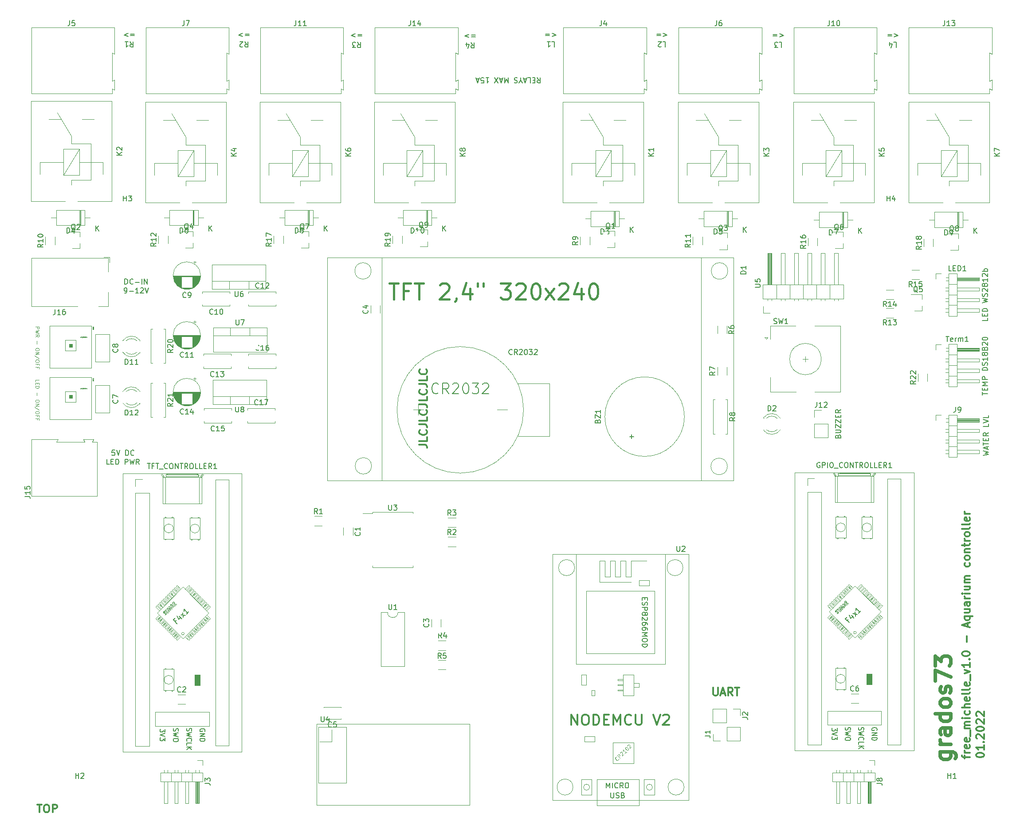
<source format=gto>
G04 #@! TF.GenerationSoftware,KiCad,Pcbnew,(5.1.8)-1*
G04 #@! TF.CreationDate,2022-01-18T20:15:18+01:00*
G04 #@! TF.ProjectId,free_michelle_v1_0,66726565-5f6d-4696-9368-656c6c655f76,v1.0*
G04 #@! TF.SameCoordinates,Original*
G04 #@! TF.FileFunction,Legend,Top*
G04 #@! TF.FilePolarity,Positive*
%FSLAX46Y46*%
G04 Gerber Fmt 4.6, Leading zero omitted, Abs format (unit mm)*
G04 Created by KiCad (PCBNEW (5.1.8)-1) date 2022-01-18 20:15:18*
%MOMM*%
%LPD*%
G01*
G04 APERTURE LIST*
%ADD10C,0.300000*%
%ADD11C,0.200000*%
%ADD12C,0.700000*%
%ADD13C,0.100000*%
%ADD14C,0.120000*%
%ADD15C,0.150000*%
%ADD16C,0.400000*%
%ADD17C,0.050000*%
%ADD18C,3.200000*%
%ADD19O,1.905000X2.000000*%
%ADD20R,1.905000X2.000000*%
%ADD21O,1.700000X1.700000*%
%ADD22R,1.700000X1.700000*%
%ADD23C,1.700000*%
%ADD24C,1.600000*%
%ADD25O,1.350000X1.350000*%
%ADD26R,1.350000X1.350000*%
%ADD27C,2.000000*%
%ADD28R,2.000000X2.000000*%
%ADD29R,1.600000X1.600000*%
%ADD30C,1.524000*%
%ADD31C,1.800000*%
%ADD32R,1.800000X1.800000*%
%ADD33O,2.200000X2.200000*%
%ADD34R,2.200000X2.200000*%
%ADD35O,1.980000X3.960000*%
%ADD36R,1.980000X3.960000*%
%ADD37O,3.960000X1.980000*%
%ADD38R,3.960000X1.980000*%
%ADD39R,3.500000X3.500000*%
%ADD40C,3.000000*%
%ADD41R,0.900000X0.800000*%
%ADD42O,1.600000X1.600000*%
%ADD43R,3.000000X2.500000*%
%ADD44O,2.400000X1.600000*%
%ADD45R,2.400000X1.600000*%
%ADD46R,1.524000X1.524000*%
G04 APERTURE END LIST*
D10*
X99378571Y-95548571D02*
X100450000Y-95548571D01*
X100664285Y-95620000D01*
X100807142Y-95762857D01*
X100878571Y-95977142D01*
X100878571Y-96120000D01*
X100878571Y-94120000D02*
X100878571Y-94834285D01*
X99378571Y-94834285D01*
X100735714Y-92762857D02*
X100807142Y-92834285D01*
X100878571Y-93048571D01*
X100878571Y-93191428D01*
X100807142Y-93405714D01*
X100664285Y-93548571D01*
X100521428Y-93620000D01*
X100235714Y-93691428D01*
X100021428Y-93691428D01*
X99735714Y-93620000D01*
X99592857Y-93548571D01*
X99450000Y-93405714D01*
X99378571Y-93191428D01*
X99378571Y-93048571D01*
X99450000Y-92834285D01*
X99521428Y-92762857D01*
X99378571Y-91691428D02*
X100450000Y-91691428D01*
X100664285Y-91762857D01*
X100807142Y-91905714D01*
X100878571Y-92120000D01*
X100878571Y-92262857D01*
X100878571Y-90262857D02*
X100878571Y-90977142D01*
X99378571Y-90977142D01*
X100735714Y-88905714D02*
X100807142Y-88977142D01*
X100878571Y-89191428D01*
X100878571Y-89334285D01*
X100807142Y-89548571D01*
X100664285Y-89691428D01*
X100521428Y-89762857D01*
X100235714Y-89834285D01*
X100021428Y-89834285D01*
X99735714Y-89762857D01*
X99592857Y-89691428D01*
X99450000Y-89548571D01*
X99378571Y-89334285D01*
X99378571Y-89191428D01*
X99450000Y-88977142D01*
X99521428Y-88905714D01*
X99378571Y-87834285D02*
X100450000Y-87834285D01*
X100664285Y-87905714D01*
X100807142Y-88048571D01*
X100878571Y-88262857D01*
X100878571Y-88405714D01*
X100878571Y-86405714D02*
X100878571Y-87120000D01*
X99378571Y-87120000D01*
X100735714Y-85048571D02*
X100807142Y-85120000D01*
X100878571Y-85334285D01*
X100878571Y-85477142D01*
X100807142Y-85691428D01*
X100664285Y-85834285D01*
X100521428Y-85905714D01*
X100235714Y-85977142D01*
X100021428Y-85977142D01*
X99735714Y-85905714D01*
X99592857Y-85834285D01*
X99450000Y-85691428D01*
X99378571Y-85477142D01*
X99378571Y-85334285D01*
X99450000Y-85120000D01*
X99521428Y-85048571D01*
X99378571Y-83977142D02*
X100450000Y-83977142D01*
X100664285Y-84048571D01*
X100807142Y-84191428D01*
X100878571Y-84405714D01*
X100878571Y-84548571D01*
X100878571Y-82548571D02*
X100878571Y-83262857D01*
X99378571Y-83262857D01*
X100735714Y-81191428D02*
X100807142Y-81262857D01*
X100878571Y-81477142D01*
X100878571Y-81620000D01*
X100807142Y-81834285D01*
X100664285Y-81977142D01*
X100521428Y-82048571D01*
X100235714Y-82120000D01*
X100021428Y-82120000D01*
X99735714Y-82048571D01*
X99592857Y-81977142D01*
X99450000Y-81834285D01*
X99378571Y-81620000D01*
X99378571Y-81477142D01*
X99450000Y-81262857D01*
X99521428Y-81191428D01*
D11*
X179328571Y-93957142D02*
X179376190Y-93814285D01*
X179423809Y-93766666D01*
X179519047Y-93719047D01*
X179661904Y-93719047D01*
X179757142Y-93766666D01*
X179804761Y-93814285D01*
X179852380Y-93909523D01*
X179852380Y-94290476D01*
X178852380Y-94290476D01*
X178852380Y-93957142D01*
X178900000Y-93861904D01*
X178947619Y-93814285D01*
X179042857Y-93766666D01*
X179138095Y-93766666D01*
X179233333Y-93814285D01*
X179280952Y-93861904D01*
X179328571Y-93957142D01*
X179328571Y-94290476D01*
X178852380Y-93290476D02*
X179661904Y-93290476D01*
X179757142Y-93242857D01*
X179804761Y-93195238D01*
X179852380Y-93100000D01*
X179852380Y-92909523D01*
X179804761Y-92814285D01*
X179757142Y-92766666D01*
X179661904Y-92719047D01*
X178852380Y-92719047D01*
X178852380Y-92338095D02*
X178852380Y-91671428D01*
X179852380Y-92338095D01*
X179852380Y-91671428D01*
X178852380Y-91385714D02*
X178852380Y-90719047D01*
X179852380Y-91385714D01*
X179852380Y-90719047D01*
X179328571Y-90338095D02*
X179328571Y-90004761D01*
X179852380Y-89861904D02*
X179852380Y-90338095D01*
X178852380Y-90338095D01*
X178852380Y-89861904D01*
X179852380Y-88861904D02*
X179376190Y-89195238D01*
X179852380Y-89433333D02*
X178852380Y-89433333D01*
X178852380Y-89052380D01*
X178900000Y-88957142D01*
X178947619Y-88909523D01*
X179042857Y-88861904D01*
X179185714Y-88861904D01*
X179280952Y-88909523D01*
X179328571Y-88957142D01*
X179376190Y-89052380D01*
X179376190Y-89433333D01*
D10*
X155507142Y-141978571D02*
X155507142Y-143192857D01*
X155578571Y-143335714D01*
X155650000Y-143407142D01*
X155792857Y-143478571D01*
X156078571Y-143478571D01*
X156221428Y-143407142D01*
X156292857Y-143335714D01*
X156364285Y-143192857D01*
X156364285Y-141978571D01*
X157007142Y-143050000D02*
X157721428Y-143050000D01*
X156864285Y-143478571D02*
X157364285Y-141978571D01*
X157864285Y-143478571D01*
X159221428Y-143478571D02*
X158721428Y-142764285D01*
X158364285Y-143478571D02*
X158364285Y-141978571D01*
X158935714Y-141978571D01*
X159078571Y-142050000D01*
X159150000Y-142121428D01*
X159221428Y-142264285D01*
X159221428Y-142478571D01*
X159150000Y-142621428D01*
X159078571Y-142692857D01*
X158935714Y-142764285D01*
X158364285Y-142764285D01*
X159650000Y-141978571D02*
X160507142Y-141978571D01*
X160078571Y-143478571D02*
X160078571Y-141978571D01*
D11*
X207052380Y-97609523D02*
X208052380Y-97371428D01*
X207338095Y-97180952D01*
X208052380Y-96990476D01*
X207052380Y-96752380D01*
X207766666Y-96419047D02*
X207766666Y-95942857D01*
X208052380Y-96514285D02*
X207052380Y-96180952D01*
X208052380Y-95847619D01*
X207052380Y-95657142D02*
X207052380Y-95085714D01*
X208052380Y-95371428D02*
X207052380Y-95371428D01*
X207528571Y-94752380D02*
X207528571Y-94419047D01*
X208052380Y-94276190D02*
X208052380Y-94752380D01*
X207052380Y-94752380D01*
X207052380Y-94276190D01*
X208052380Y-93276190D02*
X207576190Y-93609523D01*
X208052380Y-93847619D02*
X207052380Y-93847619D01*
X207052380Y-93466666D01*
X207100000Y-93371428D01*
X207147619Y-93323809D01*
X207242857Y-93276190D01*
X207385714Y-93276190D01*
X207480952Y-93323809D01*
X207528571Y-93371428D01*
X207576190Y-93466666D01*
X207576190Y-93847619D01*
X208052380Y-91609523D02*
X208052380Y-92085714D01*
X207052380Y-92085714D01*
X207052380Y-91419047D02*
X208052380Y-91085714D01*
X207052380Y-90752380D01*
X208052380Y-89942857D02*
X208052380Y-90419047D01*
X207052380Y-90419047D01*
X206852380Y-86071428D02*
X206852380Y-85500000D01*
X207852380Y-85785714D02*
X206852380Y-85785714D01*
X207328571Y-85166666D02*
X207328571Y-84833333D01*
X207852380Y-84690476D02*
X207852380Y-85166666D01*
X206852380Y-85166666D01*
X206852380Y-84690476D01*
X207852380Y-84261904D02*
X206852380Y-84261904D01*
X207566666Y-83928571D01*
X206852380Y-83595238D01*
X207852380Y-83595238D01*
X207852380Y-83119047D02*
X206852380Y-83119047D01*
X206852380Y-82738095D01*
X206900000Y-82642857D01*
X206947619Y-82595238D01*
X207042857Y-82547619D01*
X207185714Y-82547619D01*
X207280952Y-82595238D01*
X207328571Y-82642857D01*
X207376190Y-82738095D01*
X207376190Y-83119047D01*
X207852380Y-81357142D02*
X206852380Y-81357142D01*
X206852380Y-81119047D01*
X206900000Y-80976190D01*
X206995238Y-80880952D01*
X207090476Y-80833333D01*
X207280952Y-80785714D01*
X207423809Y-80785714D01*
X207614285Y-80833333D01*
X207709523Y-80880952D01*
X207804761Y-80976190D01*
X207852380Y-81119047D01*
X207852380Y-81357142D01*
X207804761Y-80404761D02*
X207852380Y-80261904D01*
X207852380Y-80023809D01*
X207804761Y-79928571D01*
X207757142Y-79880952D01*
X207661904Y-79833333D01*
X207566666Y-79833333D01*
X207471428Y-79880952D01*
X207423809Y-79928571D01*
X207376190Y-80023809D01*
X207328571Y-80214285D01*
X207280952Y-80309523D01*
X207233333Y-80357142D01*
X207138095Y-80404761D01*
X207042857Y-80404761D01*
X206947619Y-80357142D01*
X206900000Y-80309523D01*
X206852380Y-80214285D01*
X206852380Y-79976190D01*
X206900000Y-79833333D01*
X207852380Y-78880952D02*
X207852380Y-79452380D01*
X207852380Y-79166666D02*
X206852380Y-79166666D01*
X206995238Y-79261904D01*
X207090476Y-79357142D01*
X207138095Y-79452380D01*
X207280952Y-78309523D02*
X207233333Y-78404761D01*
X207185714Y-78452380D01*
X207090476Y-78500000D01*
X207042857Y-78500000D01*
X206947619Y-78452380D01*
X206900000Y-78404761D01*
X206852380Y-78309523D01*
X206852380Y-78119047D01*
X206900000Y-78023809D01*
X206947619Y-77976190D01*
X207042857Y-77928571D01*
X207090476Y-77928571D01*
X207185714Y-77976190D01*
X207233333Y-78023809D01*
X207280952Y-78119047D01*
X207280952Y-78309523D01*
X207328571Y-78404761D01*
X207376190Y-78452380D01*
X207471428Y-78500000D01*
X207661904Y-78500000D01*
X207757142Y-78452380D01*
X207804761Y-78404761D01*
X207852380Y-78309523D01*
X207852380Y-78119047D01*
X207804761Y-78023809D01*
X207757142Y-77976190D01*
X207661904Y-77928571D01*
X207471428Y-77928571D01*
X207376190Y-77976190D01*
X207328571Y-78023809D01*
X207280952Y-78119047D01*
X207328571Y-77166666D02*
X207376190Y-77023809D01*
X207423809Y-76976190D01*
X207519047Y-76928571D01*
X207661904Y-76928571D01*
X207757142Y-76976190D01*
X207804761Y-77023809D01*
X207852380Y-77119047D01*
X207852380Y-77500000D01*
X206852380Y-77500000D01*
X206852380Y-77166666D01*
X206900000Y-77071428D01*
X206947619Y-77023809D01*
X207042857Y-76976190D01*
X207138095Y-76976190D01*
X207233333Y-77023809D01*
X207280952Y-77071428D01*
X207328571Y-77166666D01*
X207328571Y-77500000D01*
X206947619Y-76547619D02*
X206900000Y-76500000D01*
X206852380Y-76404761D01*
X206852380Y-76166666D01*
X206900000Y-76071428D01*
X206947619Y-76023809D01*
X207042857Y-75976190D01*
X207138095Y-75976190D01*
X207280952Y-76023809D01*
X207852380Y-76595238D01*
X207852380Y-75976190D01*
X206852380Y-75357142D02*
X206852380Y-75261904D01*
X206900000Y-75166666D01*
X206947619Y-75119047D01*
X207042857Y-75071428D01*
X207233333Y-75023809D01*
X207471428Y-75023809D01*
X207661904Y-75071428D01*
X207757142Y-75119047D01*
X207804761Y-75166666D01*
X207852380Y-75261904D01*
X207852380Y-75357142D01*
X207804761Y-75452380D01*
X207757142Y-75500000D01*
X207661904Y-75547619D01*
X207471428Y-75595238D01*
X207233333Y-75595238D01*
X207042857Y-75547619D01*
X206947619Y-75500000D01*
X206900000Y-75452380D01*
X206852380Y-75357142D01*
X207852380Y-71328571D02*
X207852380Y-71804761D01*
X206852380Y-71804761D01*
X207328571Y-70995238D02*
X207328571Y-70661904D01*
X207852380Y-70519047D02*
X207852380Y-70995238D01*
X206852380Y-70995238D01*
X206852380Y-70519047D01*
X207852380Y-70090476D02*
X206852380Y-70090476D01*
X206852380Y-69852380D01*
X206900000Y-69709523D01*
X206995238Y-69614285D01*
X207090476Y-69566666D01*
X207280952Y-69519047D01*
X207423809Y-69519047D01*
X207614285Y-69566666D01*
X207709523Y-69614285D01*
X207804761Y-69709523D01*
X207852380Y-69852380D01*
X207852380Y-70090476D01*
X206852380Y-68423809D02*
X207852380Y-68185714D01*
X207138095Y-67995238D01*
X207852380Y-67804761D01*
X206852380Y-67566666D01*
X207804761Y-67233333D02*
X207852380Y-67090476D01*
X207852380Y-66852380D01*
X207804761Y-66757142D01*
X207757142Y-66709523D01*
X207661904Y-66661904D01*
X207566666Y-66661904D01*
X207471428Y-66709523D01*
X207423809Y-66757142D01*
X207376190Y-66852380D01*
X207328571Y-67042857D01*
X207280952Y-67138095D01*
X207233333Y-67185714D01*
X207138095Y-67233333D01*
X207042857Y-67233333D01*
X206947619Y-67185714D01*
X206900000Y-67138095D01*
X206852380Y-67042857D01*
X206852380Y-66804761D01*
X206900000Y-66661904D01*
X206947619Y-66280952D02*
X206900000Y-66233333D01*
X206852380Y-66138095D01*
X206852380Y-65900000D01*
X206900000Y-65804761D01*
X206947619Y-65757142D01*
X207042857Y-65709523D01*
X207138095Y-65709523D01*
X207280952Y-65757142D01*
X207852380Y-66328571D01*
X207852380Y-65709523D01*
X207280952Y-65138095D02*
X207233333Y-65233333D01*
X207185714Y-65280952D01*
X207090476Y-65328571D01*
X207042857Y-65328571D01*
X206947619Y-65280952D01*
X206900000Y-65233333D01*
X206852380Y-65138095D01*
X206852380Y-64947619D01*
X206900000Y-64852380D01*
X206947619Y-64804761D01*
X207042857Y-64757142D01*
X207090476Y-64757142D01*
X207185714Y-64804761D01*
X207233333Y-64852380D01*
X207280952Y-64947619D01*
X207280952Y-65138095D01*
X207328571Y-65233333D01*
X207376190Y-65280952D01*
X207471428Y-65328571D01*
X207661904Y-65328571D01*
X207757142Y-65280952D01*
X207804761Y-65233333D01*
X207852380Y-65138095D01*
X207852380Y-64947619D01*
X207804761Y-64852380D01*
X207757142Y-64804761D01*
X207661904Y-64757142D01*
X207471428Y-64757142D01*
X207376190Y-64804761D01*
X207328571Y-64852380D01*
X207280952Y-64947619D01*
X207852380Y-63804761D02*
X207852380Y-64376190D01*
X207852380Y-64090476D02*
X206852380Y-64090476D01*
X206995238Y-64185714D01*
X207090476Y-64280952D01*
X207138095Y-64376190D01*
X206947619Y-63423809D02*
X206900000Y-63376190D01*
X206852380Y-63280952D01*
X206852380Y-63042857D01*
X206900000Y-62947619D01*
X206947619Y-62900000D01*
X207042857Y-62852380D01*
X207138095Y-62852380D01*
X207280952Y-62900000D01*
X207852380Y-63471428D01*
X207852380Y-62852380D01*
X207852380Y-62423809D02*
X206852380Y-62423809D01*
X207233333Y-62423809D02*
X207185714Y-62328571D01*
X207185714Y-62138095D01*
X207233333Y-62042857D01*
X207280952Y-61995238D01*
X207376190Y-61947619D01*
X207661904Y-61947619D01*
X207757142Y-61995238D01*
X207804761Y-62042857D01*
X207852380Y-62138095D01*
X207852380Y-62328571D01*
X207804761Y-62423809D01*
X41228571Y-96602380D02*
X40752380Y-96602380D01*
X40704761Y-97078571D01*
X40752380Y-97030952D01*
X40847619Y-96983333D01*
X41085714Y-96983333D01*
X41180952Y-97030952D01*
X41228571Y-97078571D01*
X41276190Y-97173809D01*
X41276190Y-97411904D01*
X41228571Y-97507142D01*
X41180952Y-97554761D01*
X41085714Y-97602380D01*
X40847619Y-97602380D01*
X40752380Y-97554761D01*
X40704761Y-97507142D01*
X41561904Y-96602380D02*
X41895238Y-97602380D01*
X42228571Y-96602380D01*
X43323809Y-97602380D02*
X43323809Y-96602380D01*
X43561904Y-96602380D01*
X43704761Y-96650000D01*
X43800000Y-96745238D01*
X43847619Y-96840476D01*
X43895238Y-97030952D01*
X43895238Y-97173809D01*
X43847619Y-97364285D01*
X43800000Y-97459523D01*
X43704761Y-97554761D01*
X43561904Y-97602380D01*
X43323809Y-97602380D01*
X44895238Y-97507142D02*
X44847619Y-97554761D01*
X44704761Y-97602380D01*
X44609523Y-97602380D01*
X44466666Y-97554761D01*
X44371428Y-97459523D01*
X44323809Y-97364285D01*
X44276190Y-97173809D01*
X44276190Y-97030952D01*
X44323809Y-96840476D01*
X44371428Y-96745238D01*
X44466666Y-96650000D01*
X44609523Y-96602380D01*
X44704761Y-96602380D01*
X44847619Y-96650000D01*
X44895238Y-96697619D01*
X40204761Y-99302380D02*
X39728571Y-99302380D01*
X39728571Y-98302380D01*
X40538095Y-98778571D02*
X40871428Y-98778571D01*
X41014285Y-99302380D02*
X40538095Y-99302380D01*
X40538095Y-98302380D01*
X41014285Y-98302380D01*
X41442857Y-99302380D02*
X41442857Y-98302380D01*
X41680952Y-98302380D01*
X41823809Y-98350000D01*
X41919047Y-98445238D01*
X41966666Y-98540476D01*
X42014285Y-98730952D01*
X42014285Y-98873809D01*
X41966666Y-99064285D01*
X41919047Y-99159523D01*
X41823809Y-99254761D01*
X41680952Y-99302380D01*
X41442857Y-99302380D01*
X43204761Y-99302380D02*
X43204761Y-98302380D01*
X43585714Y-98302380D01*
X43680952Y-98350000D01*
X43728571Y-98397619D01*
X43776190Y-98492857D01*
X43776190Y-98635714D01*
X43728571Y-98730952D01*
X43680952Y-98778571D01*
X43585714Y-98826190D01*
X43204761Y-98826190D01*
X44109523Y-98302380D02*
X44347619Y-99302380D01*
X44538095Y-98588095D01*
X44728571Y-99302380D01*
X44966666Y-98302380D01*
X45919047Y-99302380D02*
X45585714Y-98826190D01*
X45347619Y-99302380D02*
X45347619Y-98302380D01*
X45728571Y-98302380D01*
X45823809Y-98350000D01*
X45871428Y-98397619D01*
X45919047Y-98492857D01*
X45919047Y-98635714D01*
X45871428Y-98730952D01*
X45823809Y-98778571D01*
X45728571Y-98826190D01*
X45347619Y-98826190D01*
X43157142Y-64902380D02*
X43157142Y-63902380D01*
X43395238Y-63902380D01*
X43538095Y-63950000D01*
X43633333Y-64045238D01*
X43680952Y-64140476D01*
X43728571Y-64330952D01*
X43728571Y-64473809D01*
X43680952Y-64664285D01*
X43633333Y-64759523D01*
X43538095Y-64854761D01*
X43395238Y-64902380D01*
X43157142Y-64902380D01*
X44728571Y-64807142D02*
X44680952Y-64854761D01*
X44538095Y-64902380D01*
X44442857Y-64902380D01*
X44300000Y-64854761D01*
X44204761Y-64759523D01*
X44157142Y-64664285D01*
X44109523Y-64473809D01*
X44109523Y-64330952D01*
X44157142Y-64140476D01*
X44204761Y-64045238D01*
X44300000Y-63950000D01*
X44442857Y-63902380D01*
X44538095Y-63902380D01*
X44680952Y-63950000D01*
X44728571Y-63997619D01*
X45157142Y-64521428D02*
X45919047Y-64521428D01*
X46395238Y-64902380D02*
X46395238Y-63902380D01*
X46871428Y-64902380D02*
X46871428Y-63902380D01*
X47442857Y-64902380D01*
X47442857Y-63902380D01*
X43109523Y-66602380D02*
X43300000Y-66602380D01*
X43395238Y-66554761D01*
X43442857Y-66507142D01*
X43538095Y-66364285D01*
X43585714Y-66173809D01*
X43585714Y-65792857D01*
X43538095Y-65697619D01*
X43490476Y-65650000D01*
X43395238Y-65602380D01*
X43204761Y-65602380D01*
X43109523Y-65650000D01*
X43061904Y-65697619D01*
X43014285Y-65792857D01*
X43014285Y-66030952D01*
X43061904Y-66126190D01*
X43109523Y-66173809D01*
X43204761Y-66221428D01*
X43395238Y-66221428D01*
X43490476Y-66173809D01*
X43538095Y-66126190D01*
X43585714Y-66030952D01*
X44014285Y-66221428D02*
X44776190Y-66221428D01*
X45776190Y-66602380D02*
X45204761Y-66602380D01*
X45490476Y-66602380D02*
X45490476Y-65602380D01*
X45395238Y-65745238D01*
X45300000Y-65840476D01*
X45204761Y-65888095D01*
X46157142Y-65697619D02*
X46204761Y-65650000D01*
X46300000Y-65602380D01*
X46538095Y-65602380D01*
X46633333Y-65650000D01*
X46680952Y-65697619D01*
X46728571Y-65792857D01*
X46728571Y-65888095D01*
X46680952Y-66030952D01*
X46109523Y-66602380D01*
X46728571Y-66602380D01*
X47014285Y-65602380D02*
X47347619Y-66602380D01*
X47680952Y-65602380D01*
D10*
X205678571Y-154900000D02*
X205678571Y-154757142D01*
X205750000Y-154614285D01*
X205821428Y-154542857D01*
X205964285Y-154471428D01*
X206250000Y-154400000D01*
X206607142Y-154400000D01*
X206892857Y-154471428D01*
X207035714Y-154542857D01*
X207107142Y-154614285D01*
X207178571Y-154757142D01*
X207178571Y-154900000D01*
X207107142Y-155042857D01*
X207035714Y-155114285D01*
X206892857Y-155185714D01*
X206607142Y-155257142D01*
X206250000Y-155257142D01*
X205964285Y-155185714D01*
X205821428Y-155114285D01*
X205750000Y-155042857D01*
X205678571Y-154900000D01*
X207178571Y-152971428D02*
X207178571Y-153828571D01*
X207178571Y-153400000D02*
X205678571Y-153400000D01*
X205892857Y-153542857D01*
X206035714Y-153685714D01*
X206107142Y-153828571D01*
X207035714Y-152328571D02*
X207107142Y-152257142D01*
X207178571Y-152328571D01*
X207107142Y-152400000D01*
X207035714Y-152328571D01*
X207178571Y-152328571D01*
X205821428Y-151685714D02*
X205750000Y-151614285D01*
X205678571Y-151471428D01*
X205678571Y-151114285D01*
X205750000Y-150971428D01*
X205821428Y-150900000D01*
X205964285Y-150828571D01*
X206107142Y-150828571D01*
X206321428Y-150900000D01*
X207178571Y-151757142D01*
X207178571Y-150828571D01*
X205678571Y-149900000D02*
X205678571Y-149757142D01*
X205750000Y-149614285D01*
X205821428Y-149542857D01*
X205964285Y-149471428D01*
X206250000Y-149400000D01*
X206607142Y-149400000D01*
X206892857Y-149471428D01*
X207035714Y-149542857D01*
X207107142Y-149614285D01*
X207178571Y-149757142D01*
X207178571Y-149900000D01*
X207107142Y-150042857D01*
X207035714Y-150114285D01*
X206892857Y-150185714D01*
X206607142Y-150257142D01*
X206250000Y-150257142D01*
X205964285Y-150185714D01*
X205821428Y-150114285D01*
X205750000Y-150042857D01*
X205678571Y-149900000D01*
X205821428Y-148828571D02*
X205750000Y-148757142D01*
X205678571Y-148614285D01*
X205678571Y-148257142D01*
X205750000Y-148114285D01*
X205821428Y-148042857D01*
X205964285Y-147971428D01*
X206107142Y-147971428D01*
X206321428Y-148042857D01*
X207178571Y-148900000D01*
X207178571Y-147971428D01*
X205821428Y-147400000D02*
X205750000Y-147328571D01*
X205678571Y-147185714D01*
X205678571Y-146828571D01*
X205750000Y-146685714D01*
X205821428Y-146614285D01*
X205964285Y-146542857D01*
X206107142Y-146542857D01*
X206321428Y-146614285D01*
X207178571Y-147471428D01*
X207178571Y-146542857D01*
X203478571Y-155471428D02*
X203478571Y-154900000D01*
X204478571Y-155257142D02*
X203192857Y-155257142D01*
X203050000Y-155185714D01*
X202978571Y-155042857D01*
X202978571Y-154900000D01*
X204478571Y-154400000D02*
X203478571Y-154400000D01*
X203764285Y-154400000D02*
X203621428Y-154328571D01*
X203550000Y-154257142D01*
X203478571Y-154114285D01*
X203478571Y-153971428D01*
X204407142Y-152900000D02*
X204478571Y-153042857D01*
X204478571Y-153328571D01*
X204407142Y-153471428D01*
X204264285Y-153542857D01*
X203692857Y-153542857D01*
X203550000Y-153471428D01*
X203478571Y-153328571D01*
X203478571Y-153042857D01*
X203550000Y-152900000D01*
X203692857Y-152828571D01*
X203835714Y-152828571D01*
X203978571Y-153542857D01*
X204407142Y-151614285D02*
X204478571Y-151757142D01*
X204478571Y-152042857D01*
X204407142Y-152185714D01*
X204264285Y-152257142D01*
X203692857Y-152257142D01*
X203550000Y-152185714D01*
X203478571Y-152042857D01*
X203478571Y-151757142D01*
X203550000Y-151614285D01*
X203692857Y-151542857D01*
X203835714Y-151542857D01*
X203978571Y-152257142D01*
X204621428Y-151257142D02*
X204621428Y-150114285D01*
X204478571Y-149757142D02*
X203478571Y-149757142D01*
X203621428Y-149757142D02*
X203550000Y-149685714D01*
X203478571Y-149542857D01*
X203478571Y-149328571D01*
X203550000Y-149185714D01*
X203692857Y-149114285D01*
X204478571Y-149114285D01*
X203692857Y-149114285D02*
X203550000Y-149042857D01*
X203478571Y-148900000D01*
X203478571Y-148685714D01*
X203550000Y-148542857D01*
X203692857Y-148471428D01*
X204478571Y-148471428D01*
X204478571Y-147757142D02*
X203478571Y-147757142D01*
X202978571Y-147757142D02*
X203050000Y-147828571D01*
X203121428Y-147757142D01*
X203050000Y-147685714D01*
X202978571Y-147757142D01*
X203121428Y-147757142D01*
X204407142Y-146400000D02*
X204478571Y-146542857D01*
X204478571Y-146828571D01*
X204407142Y-146971428D01*
X204335714Y-147042857D01*
X204192857Y-147114285D01*
X203764285Y-147114285D01*
X203621428Y-147042857D01*
X203550000Y-146971428D01*
X203478571Y-146828571D01*
X203478571Y-146542857D01*
X203550000Y-146400000D01*
X204478571Y-145757142D02*
X202978571Y-145757142D01*
X204478571Y-145114285D02*
X203692857Y-145114285D01*
X203550000Y-145185714D01*
X203478571Y-145328571D01*
X203478571Y-145542857D01*
X203550000Y-145685714D01*
X203621428Y-145757142D01*
X204407142Y-143828571D02*
X204478571Y-143971428D01*
X204478571Y-144257142D01*
X204407142Y-144400000D01*
X204264285Y-144471428D01*
X203692857Y-144471428D01*
X203550000Y-144400000D01*
X203478571Y-144257142D01*
X203478571Y-143971428D01*
X203550000Y-143828571D01*
X203692857Y-143757142D01*
X203835714Y-143757142D01*
X203978571Y-144471428D01*
X204478571Y-142900000D02*
X204407142Y-143042857D01*
X204264285Y-143114285D01*
X202978571Y-143114285D01*
X204478571Y-142114285D02*
X204407142Y-142257142D01*
X204264285Y-142328571D01*
X202978571Y-142328571D01*
X204407142Y-140971428D02*
X204478571Y-141114285D01*
X204478571Y-141400000D01*
X204407142Y-141542857D01*
X204264285Y-141614285D01*
X203692857Y-141614285D01*
X203550000Y-141542857D01*
X203478571Y-141400000D01*
X203478571Y-141114285D01*
X203550000Y-140971428D01*
X203692857Y-140900000D01*
X203835714Y-140900000D01*
X203978571Y-141614285D01*
X204621428Y-140614285D02*
X204621428Y-139471428D01*
X203478571Y-139257142D02*
X204478571Y-138900000D01*
X203478571Y-138542857D01*
X204478571Y-137185714D02*
X204478571Y-138042857D01*
X204478571Y-137614285D02*
X202978571Y-137614285D01*
X203192857Y-137757142D01*
X203335714Y-137900000D01*
X203407142Y-138042857D01*
X204335714Y-136542857D02*
X204407142Y-136471428D01*
X204478571Y-136542857D01*
X204407142Y-136614285D01*
X204335714Y-136542857D01*
X204478571Y-136542857D01*
X202978571Y-135542857D02*
X202978571Y-135400000D01*
X203050000Y-135257142D01*
X203121428Y-135185714D01*
X203264285Y-135114285D01*
X203550000Y-135042857D01*
X203907142Y-135042857D01*
X204192857Y-135114285D01*
X204335714Y-135185714D01*
X204407142Y-135257142D01*
X204478571Y-135400000D01*
X204478571Y-135542857D01*
X204407142Y-135685714D01*
X204335714Y-135757142D01*
X204192857Y-135828571D01*
X203907142Y-135900000D01*
X203550000Y-135900000D01*
X203264285Y-135828571D01*
X203121428Y-135757142D01*
X203050000Y-135685714D01*
X202978571Y-135542857D01*
X203907142Y-133257142D02*
X203907142Y-132114285D01*
X204050000Y-130328571D02*
X204050000Y-129614285D01*
X204478571Y-130471428D02*
X202978571Y-129971428D01*
X204478571Y-129471428D01*
X203478571Y-128328571D02*
X204978571Y-128328571D01*
X204407142Y-128328571D02*
X204478571Y-128471428D01*
X204478571Y-128757142D01*
X204407142Y-128900000D01*
X204335714Y-128971428D01*
X204192857Y-129042857D01*
X203764285Y-129042857D01*
X203621428Y-128971428D01*
X203550000Y-128900000D01*
X203478571Y-128757142D01*
X203478571Y-128471428D01*
X203550000Y-128328571D01*
X203478571Y-126971428D02*
X204478571Y-126971428D01*
X203478571Y-127614285D02*
X204264285Y-127614285D01*
X204407142Y-127542857D01*
X204478571Y-127400000D01*
X204478571Y-127185714D01*
X204407142Y-127042857D01*
X204335714Y-126971428D01*
X204478571Y-125614285D02*
X203692857Y-125614285D01*
X203550000Y-125685714D01*
X203478571Y-125828571D01*
X203478571Y-126114285D01*
X203550000Y-126257142D01*
X204407142Y-125614285D02*
X204478571Y-125757142D01*
X204478571Y-126114285D01*
X204407142Y-126257142D01*
X204264285Y-126328571D01*
X204121428Y-126328571D01*
X203978571Y-126257142D01*
X203907142Y-126114285D01*
X203907142Y-125757142D01*
X203835714Y-125614285D01*
X204478571Y-124900000D02*
X203478571Y-124900000D01*
X203764285Y-124900000D02*
X203621428Y-124828571D01*
X203550000Y-124757142D01*
X203478571Y-124614285D01*
X203478571Y-124471428D01*
X204478571Y-123971428D02*
X203478571Y-123971428D01*
X202978571Y-123971428D02*
X203050000Y-124042857D01*
X203121428Y-123971428D01*
X203050000Y-123900000D01*
X202978571Y-123971428D01*
X203121428Y-123971428D01*
X203478571Y-122614285D02*
X204478571Y-122614285D01*
X203478571Y-123257142D02*
X204264285Y-123257142D01*
X204407142Y-123185714D01*
X204478571Y-123042857D01*
X204478571Y-122828571D01*
X204407142Y-122685714D01*
X204335714Y-122614285D01*
X204478571Y-121900000D02*
X203478571Y-121900000D01*
X203621428Y-121900000D02*
X203550000Y-121828571D01*
X203478571Y-121685714D01*
X203478571Y-121471428D01*
X203550000Y-121328571D01*
X203692857Y-121257142D01*
X204478571Y-121257142D01*
X203692857Y-121257142D02*
X203550000Y-121185714D01*
X203478571Y-121042857D01*
X203478571Y-120828571D01*
X203550000Y-120685714D01*
X203692857Y-120614285D01*
X204478571Y-120614285D01*
X204407142Y-118114285D02*
X204478571Y-118257142D01*
X204478571Y-118542857D01*
X204407142Y-118685714D01*
X204335714Y-118757142D01*
X204192857Y-118828571D01*
X203764285Y-118828571D01*
X203621428Y-118757142D01*
X203550000Y-118685714D01*
X203478571Y-118542857D01*
X203478571Y-118257142D01*
X203550000Y-118114285D01*
X204478571Y-117257142D02*
X204407142Y-117400000D01*
X204335714Y-117471428D01*
X204192857Y-117542857D01*
X203764285Y-117542857D01*
X203621428Y-117471428D01*
X203550000Y-117400000D01*
X203478571Y-117257142D01*
X203478571Y-117042857D01*
X203550000Y-116900000D01*
X203621428Y-116828571D01*
X203764285Y-116757142D01*
X204192857Y-116757142D01*
X204335714Y-116828571D01*
X204407142Y-116900000D01*
X204478571Y-117042857D01*
X204478571Y-117257142D01*
X203478571Y-116114285D02*
X204478571Y-116114285D01*
X203621428Y-116114285D02*
X203550000Y-116042857D01*
X203478571Y-115900000D01*
X203478571Y-115685714D01*
X203550000Y-115542857D01*
X203692857Y-115471428D01*
X204478571Y-115471428D01*
X203478571Y-114971428D02*
X203478571Y-114400000D01*
X202978571Y-114757142D02*
X204264285Y-114757142D01*
X204407142Y-114685714D01*
X204478571Y-114542857D01*
X204478571Y-114400000D01*
X204478571Y-113900000D02*
X203478571Y-113900000D01*
X203764285Y-113900000D02*
X203621428Y-113828571D01*
X203550000Y-113757142D01*
X203478571Y-113614285D01*
X203478571Y-113471428D01*
X204478571Y-112757142D02*
X204407142Y-112900000D01*
X204335714Y-112971428D01*
X204192857Y-113042857D01*
X203764285Y-113042857D01*
X203621428Y-112971428D01*
X203550000Y-112900000D01*
X203478571Y-112757142D01*
X203478571Y-112542857D01*
X203550000Y-112400000D01*
X203621428Y-112328571D01*
X203764285Y-112257142D01*
X204192857Y-112257142D01*
X204335714Y-112328571D01*
X204407142Y-112400000D01*
X204478571Y-112542857D01*
X204478571Y-112757142D01*
X204478571Y-111400000D02*
X204407142Y-111542857D01*
X204264285Y-111614285D01*
X202978571Y-111614285D01*
X204478571Y-110614285D02*
X204407142Y-110757142D01*
X204264285Y-110828571D01*
X202978571Y-110828571D01*
X204407142Y-109471428D02*
X204478571Y-109614285D01*
X204478571Y-109900000D01*
X204407142Y-110042857D01*
X204264285Y-110114285D01*
X203692857Y-110114285D01*
X203550000Y-110042857D01*
X203478571Y-109900000D01*
X203478571Y-109614285D01*
X203550000Y-109471428D01*
X203692857Y-109400000D01*
X203835714Y-109400000D01*
X203978571Y-110114285D01*
X204478571Y-108757142D02*
X203478571Y-108757142D01*
X203764285Y-108757142D02*
X203621428Y-108685714D01*
X203550000Y-108614285D01*
X203478571Y-108471428D01*
X203478571Y-108328571D01*
D12*
X198857142Y-154228571D02*
X201285714Y-154228571D01*
X201571428Y-154371428D01*
X201714285Y-154514285D01*
X201857142Y-154800000D01*
X201857142Y-155228571D01*
X201714285Y-155514285D01*
X200714285Y-154228571D02*
X200857142Y-154514285D01*
X200857142Y-155085714D01*
X200714285Y-155371428D01*
X200571428Y-155514285D01*
X200285714Y-155657142D01*
X199428571Y-155657142D01*
X199142857Y-155514285D01*
X199000000Y-155371428D01*
X198857142Y-155085714D01*
X198857142Y-154514285D01*
X199000000Y-154228571D01*
X200857142Y-152800000D02*
X198857142Y-152800000D01*
X199428571Y-152800000D02*
X199142857Y-152657142D01*
X199000000Y-152514285D01*
X198857142Y-152228571D01*
X198857142Y-151942857D01*
X200857142Y-149657142D02*
X199285714Y-149657142D01*
X199000000Y-149800000D01*
X198857142Y-150085714D01*
X198857142Y-150657142D01*
X199000000Y-150942857D01*
X200714285Y-149657142D02*
X200857142Y-149942857D01*
X200857142Y-150657142D01*
X200714285Y-150942857D01*
X200428571Y-151085714D01*
X200142857Y-151085714D01*
X199857142Y-150942857D01*
X199714285Y-150657142D01*
X199714285Y-149942857D01*
X199571428Y-149657142D01*
X200857142Y-146942857D02*
X197857142Y-146942857D01*
X200714285Y-146942857D02*
X200857142Y-147228571D01*
X200857142Y-147800000D01*
X200714285Y-148085714D01*
X200571428Y-148228571D01*
X200285714Y-148371428D01*
X199428571Y-148371428D01*
X199142857Y-148228571D01*
X199000000Y-148085714D01*
X198857142Y-147800000D01*
X198857142Y-147228571D01*
X199000000Y-146942857D01*
X200857142Y-145085714D02*
X200714285Y-145371428D01*
X200571428Y-145514285D01*
X200285714Y-145657142D01*
X199428571Y-145657142D01*
X199142857Y-145514285D01*
X199000000Y-145371428D01*
X198857142Y-145085714D01*
X198857142Y-144657142D01*
X199000000Y-144371428D01*
X199142857Y-144228571D01*
X199428571Y-144085714D01*
X200285714Y-144085714D01*
X200571428Y-144228571D01*
X200714285Y-144371428D01*
X200857142Y-144657142D01*
X200857142Y-145085714D01*
X200714285Y-142942857D02*
X200857142Y-142657142D01*
X200857142Y-142085714D01*
X200714285Y-141800000D01*
X200428571Y-141657142D01*
X200285714Y-141657142D01*
X200000000Y-141800000D01*
X199857142Y-142085714D01*
X199857142Y-142514285D01*
X199714285Y-142800000D01*
X199428571Y-142942857D01*
X199285714Y-142942857D01*
X199000000Y-142800000D01*
X198857142Y-142514285D01*
X198857142Y-142085714D01*
X199000000Y-141800000D01*
X197857142Y-140657142D02*
X197857142Y-138657142D01*
X200857142Y-139942857D01*
X197857142Y-137800000D02*
X197857142Y-135942857D01*
X199000000Y-136942857D01*
X199000000Y-136514285D01*
X199142857Y-136228571D01*
X199285714Y-136085714D01*
X199571428Y-135942857D01*
X200285714Y-135942857D01*
X200571428Y-136085714D01*
X200714285Y-136228571D01*
X200857142Y-136514285D01*
X200857142Y-137371428D01*
X200714285Y-137657142D01*
X200571428Y-137800000D01*
D11*
X121900000Y-25447619D02*
X122233333Y-25923809D01*
X122471428Y-25447619D02*
X122471428Y-26447619D01*
X122090476Y-26447619D01*
X121995238Y-26400000D01*
X121947619Y-26352380D01*
X121900000Y-26257142D01*
X121900000Y-26114285D01*
X121947619Y-26019047D01*
X121995238Y-25971428D01*
X122090476Y-25923809D01*
X122471428Y-25923809D01*
X121471428Y-25971428D02*
X121138095Y-25971428D01*
X120995238Y-25447619D02*
X121471428Y-25447619D01*
X121471428Y-26447619D01*
X120995238Y-26447619D01*
X120090476Y-25447619D02*
X120566666Y-25447619D01*
X120566666Y-26447619D01*
X119804761Y-25733333D02*
X119328571Y-25733333D01*
X119900000Y-25447619D02*
X119566666Y-26447619D01*
X119233333Y-25447619D01*
X118709523Y-25923809D02*
X118709523Y-25447619D01*
X119042857Y-26447619D02*
X118709523Y-25923809D01*
X118376190Y-26447619D01*
X118090476Y-25495238D02*
X117947619Y-25447619D01*
X117709523Y-25447619D01*
X117614285Y-25495238D01*
X117566666Y-25542857D01*
X117519047Y-25638095D01*
X117519047Y-25733333D01*
X117566666Y-25828571D01*
X117614285Y-25876190D01*
X117709523Y-25923809D01*
X117900000Y-25971428D01*
X117995238Y-26019047D01*
X118042857Y-26066666D01*
X118090476Y-26161904D01*
X118090476Y-26257142D01*
X118042857Y-26352380D01*
X117995238Y-26400000D01*
X117900000Y-26447619D01*
X117661904Y-26447619D01*
X117519047Y-26400000D01*
X116328571Y-25447619D02*
X116328571Y-26447619D01*
X115995238Y-25733333D01*
X115661904Y-26447619D01*
X115661904Y-25447619D01*
X115233333Y-25733333D02*
X114757142Y-25733333D01*
X115328571Y-25447619D02*
X114995238Y-26447619D01*
X114661904Y-25447619D01*
X114423809Y-26447619D02*
X113757142Y-25447619D01*
X113757142Y-26447619D02*
X114423809Y-25447619D01*
X112090476Y-25447619D02*
X112661904Y-25447619D01*
X112376190Y-25447619D02*
X112376190Y-26447619D01*
X112471428Y-26304761D01*
X112566666Y-26209523D01*
X112661904Y-26161904D01*
X111185714Y-26447619D02*
X111661904Y-26447619D01*
X111709523Y-25971428D01*
X111661904Y-26019047D01*
X111566666Y-26066666D01*
X111328571Y-26066666D01*
X111233333Y-26019047D01*
X111185714Y-25971428D01*
X111138095Y-25876190D01*
X111138095Y-25638095D01*
X111185714Y-25542857D01*
X111233333Y-25495238D01*
X111328571Y-25447619D01*
X111566666Y-25447619D01*
X111661904Y-25495238D01*
X111709523Y-25542857D01*
X110757142Y-25733333D02*
X110280952Y-25733333D01*
X110852380Y-25447619D02*
X110519047Y-26447619D01*
X110185714Y-25447619D01*
X189966666Y-18697619D02*
X190442857Y-18697619D01*
X190442857Y-19697619D01*
X189204761Y-19364285D02*
X189204761Y-18697619D01*
X189442857Y-19745238D02*
X189680952Y-19030952D01*
X189061904Y-19030952D01*
X190038095Y-17664285D02*
X190800000Y-17378571D01*
X190038095Y-17092857D01*
X189561904Y-17521428D02*
X188800000Y-17521428D01*
X188800000Y-17235714D02*
X189561904Y-17235714D01*
X168066666Y-18697619D02*
X168542857Y-18697619D01*
X168542857Y-19697619D01*
X167828571Y-19697619D02*
X167209523Y-19697619D01*
X167542857Y-19316666D01*
X167400000Y-19316666D01*
X167304761Y-19269047D01*
X167257142Y-19221428D01*
X167209523Y-19126190D01*
X167209523Y-18888095D01*
X167257142Y-18792857D01*
X167304761Y-18745238D01*
X167400000Y-18697619D01*
X167685714Y-18697619D01*
X167780952Y-18745238D01*
X167828571Y-18792857D01*
X168138095Y-17664285D02*
X168900000Y-17378571D01*
X168138095Y-17092857D01*
X167661904Y-17521428D02*
X166900000Y-17521428D01*
X166900000Y-17235714D02*
X167661904Y-17235714D01*
X145866666Y-18597619D02*
X146342857Y-18597619D01*
X146342857Y-19597619D01*
X145580952Y-19502380D02*
X145533333Y-19550000D01*
X145438095Y-19597619D01*
X145200000Y-19597619D01*
X145104761Y-19550000D01*
X145057142Y-19502380D01*
X145009523Y-19407142D01*
X145009523Y-19311904D01*
X145057142Y-19169047D01*
X145628571Y-18597619D01*
X145009523Y-18597619D01*
X145938095Y-17564285D02*
X146700000Y-17278571D01*
X145938095Y-16992857D01*
X145461904Y-17421428D02*
X144700000Y-17421428D01*
X144700000Y-17135714D02*
X145461904Y-17135714D01*
X124666666Y-18597619D02*
X125142857Y-18597619D01*
X125142857Y-19597619D01*
X123809523Y-18597619D02*
X124380952Y-18597619D01*
X124095238Y-18597619D02*
X124095238Y-19597619D01*
X124190476Y-19454761D01*
X124285714Y-19359523D01*
X124380952Y-19311904D01*
X124738095Y-17564285D02*
X125500000Y-17278571D01*
X124738095Y-16992857D01*
X124261904Y-17421428D02*
X123500000Y-17421428D01*
X123500000Y-17135714D02*
X124261904Y-17135714D01*
X109266666Y-18797619D02*
X109600000Y-19273809D01*
X109838095Y-18797619D02*
X109838095Y-19797619D01*
X109457142Y-19797619D01*
X109361904Y-19750000D01*
X109314285Y-19702380D01*
X109266666Y-19607142D01*
X109266666Y-19464285D01*
X109314285Y-19369047D01*
X109361904Y-19321428D01*
X109457142Y-19273809D01*
X109838095Y-19273809D01*
X108409523Y-19464285D02*
X108409523Y-18797619D01*
X108647619Y-19845238D02*
X108885714Y-19130952D01*
X108266666Y-19130952D01*
X110100000Y-17621428D02*
X109338095Y-17621428D01*
X109338095Y-17335714D02*
X110100000Y-17335714D01*
X108861904Y-17764285D02*
X108100000Y-17478571D01*
X108861904Y-17192857D01*
X87566666Y-18697619D02*
X87900000Y-19173809D01*
X88138095Y-18697619D02*
X88138095Y-19697619D01*
X87757142Y-19697619D01*
X87661904Y-19650000D01*
X87614285Y-19602380D01*
X87566666Y-19507142D01*
X87566666Y-19364285D01*
X87614285Y-19269047D01*
X87661904Y-19221428D01*
X87757142Y-19173809D01*
X88138095Y-19173809D01*
X87233333Y-19697619D02*
X86614285Y-19697619D01*
X86947619Y-19316666D01*
X86804761Y-19316666D01*
X86709523Y-19269047D01*
X86661904Y-19221428D01*
X86614285Y-19126190D01*
X86614285Y-18888095D01*
X86661904Y-18792857D01*
X86709523Y-18745238D01*
X86804761Y-18697619D01*
X87090476Y-18697619D01*
X87185714Y-18745238D01*
X87233333Y-18792857D01*
X88400000Y-17521428D02*
X87638095Y-17521428D01*
X87638095Y-17235714D02*
X88400000Y-17235714D01*
X87161904Y-17664285D02*
X86400000Y-17378571D01*
X87161904Y-17092857D01*
X66066666Y-18597619D02*
X66400000Y-19073809D01*
X66638095Y-18597619D02*
X66638095Y-19597619D01*
X66257142Y-19597619D01*
X66161904Y-19550000D01*
X66114285Y-19502380D01*
X66066666Y-19407142D01*
X66066666Y-19264285D01*
X66114285Y-19169047D01*
X66161904Y-19121428D01*
X66257142Y-19073809D01*
X66638095Y-19073809D01*
X65685714Y-19502380D02*
X65638095Y-19550000D01*
X65542857Y-19597619D01*
X65304761Y-19597619D01*
X65209523Y-19550000D01*
X65161904Y-19502380D01*
X65114285Y-19407142D01*
X65114285Y-19311904D01*
X65161904Y-19169047D01*
X65733333Y-18597619D01*
X65114285Y-18597619D01*
X66900000Y-17421428D02*
X66138095Y-17421428D01*
X66138095Y-17135714D02*
X66900000Y-17135714D01*
X65661904Y-17564285D02*
X64900000Y-17278571D01*
X65661904Y-16992857D01*
X44166666Y-18597619D02*
X44500000Y-19073809D01*
X44738095Y-18597619D02*
X44738095Y-19597619D01*
X44357142Y-19597619D01*
X44261904Y-19550000D01*
X44214285Y-19502380D01*
X44166666Y-19407142D01*
X44166666Y-19264285D01*
X44214285Y-19169047D01*
X44261904Y-19121428D01*
X44357142Y-19073809D01*
X44738095Y-19073809D01*
X43214285Y-18597619D02*
X43785714Y-18597619D01*
X43500000Y-18597619D02*
X43500000Y-19597619D01*
X43595238Y-19454761D01*
X43690476Y-19359523D01*
X43785714Y-19311904D01*
X45000000Y-17421428D02*
X44238095Y-17421428D01*
X44238095Y-17135714D02*
X45000000Y-17135714D01*
X43761904Y-17564285D02*
X43000000Y-17278571D01*
X43761904Y-16992857D01*
D13*
X26083333Y-73033333D02*
X26783333Y-73033333D01*
X26783333Y-73300000D01*
X26750000Y-73366666D01*
X26716666Y-73400000D01*
X26650000Y-73433333D01*
X26550000Y-73433333D01*
X26483333Y-73400000D01*
X26450000Y-73366666D01*
X26416666Y-73300000D01*
X26416666Y-73033333D01*
X26783333Y-73666666D02*
X26083333Y-73833333D01*
X26583333Y-73966666D01*
X26083333Y-74100000D01*
X26783333Y-74266666D01*
X26083333Y-74933333D02*
X26416666Y-74700000D01*
X26083333Y-74533333D02*
X26783333Y-74533333D01*
X26783333Y-74800000D01*
X26750000Y-74866666D01*
X26716666Y-74900000D01*
X26650000Y-74933333D01*
X26550000Y-74933333D01*
X26483333Y-74900000D01*
X26450000Y-74866666D01*
X26416666Y-74800000D01*
X26416666Y-74533333D01*
X26350000Y-75766666D02*
X26350000Y-76300000D01*
X26783333Y-77300000D02*
X26783333Y-77433333D01*
X26750000Y-77500000D01*
X26683333Y-77566666D01*
X26550000Y-77600000D01*
X26316666Y-77600000D01*
X26183333Y-77566666D01*
X26116666Y-77500000D01*
X26083333Y-77433333D01*
X26083333Y-77300000D01*
X26116666Y-77233333D01*
X26183333Y-77166666D01*
X26316666Y-77133333D01*
X26550000Y-77133333D01*
X26683333Y-77166666D01*
X26750000Y-77233333D01*
X26783333Y-77300000D01*
X26083333Y-77900000D02*
X26783333Y-77900000D01*
X26083333Y-78300000D01*
X26783333Y-78300000D01*
X26816666Y-79133333D02*
X25916666Y-78533333D01*
X26783333Y-79500000D02*
X26783333Y-79633333D01*
X26750000Y-79700000D01*
X26683333Y-79766666D01*
X26550000Y-79800000D01*
X26316666Y-79800000D01*
X26183333Y-79766666D01*
X26116666Y-79700000D01*
X26083333Y-79633333D01*
X26083333Y-79500000D01*
X26116666Y-79433333D01*
X26183333Y-79366666D01*
X26316666Y-79333333D01*
X26550000Y-79333333D01*
X26683333Y-79366666D01*
X26750000Y-79433333D01*
X26783333Y-79500000D01*
X26450000Y-80333333D02*
X26450000Y-80100000D01*
X26083333Y-80100000D02*
X26783333Y-80100000D01*
X26783333Y-80433333D01*
X26450000Y-80933333D02*
X26450000Y-80700000D01*
X26083333Y-80700000D02*
X26783333Y-80700000D01*
X26783333Y-81033333D01*
X26083333Y-83516666D02*
X26083333Y-83183333D01*
X26783333Y-83183333D01*
X26450000Y-83750000D02*
X26450000Y-83983333D01*
X26083333Y-84083333D02*
X26083333Y-83750000D01*
X26783333Y-83750000D01*
X26783333Y-84083333D01*
X26083333Y-84383333D02*
X26783333Y-84383333D01*
X26783333Y-84550000D01*
X26750000Y-84650000D01*
X26683333Y-84716666D01*
X26616666Y-84750000D01*
X26483333Y-84783333D01*
X26383333Y-84783333D01*
X26250000Y-84750000D01*
X26183333Y-84716666D01*
X26116666Y-84650000D01*
X26083333Y-84550000D01*
X26083333Y-84383333D01*
X26350000Y-85616666D02*
X26350000Y-86150000D01*
X26783333Y-87150000D02*
X26783333Y-87283333D01*
X26750000Y-87350000D01*
X26683333Y-87416666D01*
X26550000Y-87450000D01*
X26316666Y-87450000D01*
X26183333Y-87416666D01*
X26116666Y-87350000D01*
X26083333Y-87283333D01*
X26083333Y-87150000D01*
X26116666Y-87083333D01*
X26183333Y-87016666D01*
X26316666Y-86983333D01*
X26550000Y-86983333D01*
X26683333Y-87016666D01*
X26750000Y-87083333D01*
X26783333Y-87150000D01*
X26083333Y-87750000D02*
X26783333Y-87750000D01*
X26083333Y-88150000D01*
X26783333Y-88150000D01*
X26816666Y-88983333D02*
X25916666Y-88383333D01*
X26783333Y-89350000D02*
X26783333Y-89483333D01*
X26750000Y-89550000D01*
X26683333Y-89616666D01*
X26550000Y-89650000D01*
X26316666Y-89650000D01*
X26183333Y-89616666D01*
X26116666Y-89550000D01*
X26083333Y-89483333D01*
X26083333Y-89350000D01*
X26116666Y-89283333D01*
X26183333Y-89216666D01*
X26316666Y-89183333D01*
X26550000Y-89183333D01*
X26683333Y-89216666D01*
X26750000Y-89283333D01*
X26783333Y-89350000D01*
X26450000Y-90183333D02*
X26450000Y-89950000D01*
X26083333Y-89950000D02*
X26783333Y-89950000D01*
X26783333Y-90283333D01*
X26450000Y-90783333D02*
X26450000Y-90550000D01*
X26083333Y-90550000D02*
X26783333Y-90550000D01*
X26783333Y-90883333D01*
D10*
X26435714Y-164278571D02*
X27292857Y-164278571D01*
X26864285Y-165778571D02*
X26864285Y-164278571D01*
X28078571Y-164278571D02*
X28364285Y-164278571D01*
X28507142Y-164350000D01*
X28650000Y-164492857D01*
X28721428Y-164778571D01*
X28721428Y-165278571D01*
X28650000Y-165564285D01*
X28507142Y-165707142D01*
X28364285Y-165778571D01*
X28078571Y-165778571D01*
X27935714Y-165707142D01*
X27792857Y-165564285D01*
X27721428Y-165278571D01*
X27721428Y-164778571D01*
X27792857Y-164492857D01*
X27935714Y-164350000D01*
X28078571Y-164278571D01*
X29364285Y-165778571D02*
X29364285Y-164278571D01*
X29935714Y-164278571D01*
X30078571Y-164350000D01*
X30150000Y-164421428D01*
X30221428Y-164564285D01*
X30221428Y-164778571D01*
X30150000Y-164921428D01*
X30078571Y-164992857D01*
X29935714Y-165064285D01*
X29364285Y-165064285D01*
D14*
X70210000Y-87860000D02*
X59970000Y-87860000D01*
X70210000Y-83219000D02*
X59970000Y-83219000D01*
X70210000Y-87860000D02*
X70210000Y-83219000D01*
X59970000Y-87860000D02*
X59970000Y-83219000D01*
X70210000Y-86350000D02*
X59970000Y-86350000D01*
X66940000Y-87860000D02*
X66940000Y-86350000D01*
X63239000Y-87860000D02*
X63239000Y-86350000D01*
X70080000Y-65810000D02*
X59840000Y-65810000D01*
X70080000Y-61169000D02*
X59840000Y-61169000D01*
X70080000Y-65810000D02*
X70080000Y-61169000D01*
X59840000Y-65810000D02*
X59840000Y-61169000D01*
X70080000Y-64300000D02*
X59840000Y-64300000D01*
X66810000Y-65810000D02*
X66810000Y-64300000D01*
X63109000Y-65810000D02*
X63109000Y-64300000D01*
X164970000Y-67660000D02*
X180330000Y-67660000D01*
X180330000Y-67660000D02*
X180330000Y-65000000D01*
X180330000Y-65000000D02*
X164970000Y-65000000D01*
X164970000Y-65000000D02*
X164970000Y-67660000D01*
X165920000Y-65000000D02*
X165920000Y-59000000D01*
X165920000Y-59000000D02*
X166680000Y-59000000D01*
X166680000Y-59000000D02*
X166680000Y-65000000D01*
X165980000Y-65000000D02*
X165980000Y-59000000D01*
X166100000Y-65000000D02*
X166100000Y-59000000D01*
X166220000Y-65000000D02*
X166220000Y-59000000D01*
X166340000Y-65000000D02*
X166340000Y-59000000D01*
X166460000Y-65000000D02*
X166460000Y-59000000D01*
X166580000Y-65000000D02*
X166580000Y-59000000D01*
X165920000Y-67990000D02*
X165920000Y-67660000D01*
X166680000Y-67990000D02*
X166680000Y-67660000D01*
X167570000Y-67660000D02*
X167570000Y-65000000D01*
X168460000Y-65000000D02*
X168460000Y-59000000D01*
X168460000Y-59000000D02*
X169220000Y-59000000D01*
X169220000Y-59000000D02*
X169220000Y-65000000D01*
X168460000Y-68057071D02*
X168460000Y-67660000D01*
X169220000Y-68057071D02*
X169220000Y-67660000D01*
X170110000Y-67660000D02*
X170110000Y-65000000D01*
X171000000Y-65000000D02*
X171000000Y-59000000D01*
X171000000Y-59000000D02*
X171760000Y-59000000D01*
X171760000Y-59000000D02*
X171760000Y-65000000D01*
X171000000Y-68057071D02*
X171000000Y-67660000D01*
X171760000Y-68057071D02*
X171760000Y-67660000D01*
X172650000Y-67660000D02*
X172650000Y-65000000D01*
X173540000Y-65000000D02*
X173540000Y-59000000D01*
X173540000Y-59000000D02*
X174300000Y-59000000D01*
X174300000Y-59000000D02*
X174300000Y-65000000D01*
X173540000Y-68057071D02*
X173540000Y-67660000D01*
X174300000Y-68057071D02*
X174300000Y-67660000D01*
X175190000Y-67660000D02*
X175190000Y-65000000D01*
X176080000Y-65000000D02*
X176080000Y-59000000D01*
X176080000Y-59000000D02*
X176840000Y-59000000D01*
X176840000Y-59000000D02*
X176840000Y-65000000D01*
X176080000Y-68057071D02*
X176080000Y-67660000D01*
X176840000Y-68057071D02*
X176840000Y-67660000D01*
X177730000Y-67660000D02*
X177730000Y-65000000D01*
X178620000Y-65000000D02*
X178620000Y-59000000D01*
X178620000Y-59000000D02*
X179380000Y-59000000D01*
X179380000Y-59000000D02*
X179380000Y-65000000D01*
X178620000Y-68057071D02*
X178620000Y-67660000D01*
X179380000Y-68057071D02*
X179380000Y-67660000D01*
X166300000Y-70370000D02*
X165030000Y-70370000D01*
X165030000Y-70370000D02*
X165030000Y-69100000D01*
D13*
G36*
X57510000Y-141520000D02*
G01*
X56510000Y-141520000D01*
X56510000Y-139500000D01*
X57510000Y-139500000D01*
X57510000Y-141520000D01*
G37*
X57510000Y-141520000D02*
X56510000Y-141520000D01*
X56510000Y-139500000D01*
X57510000Y-139500000D01*
X57510000Y-141520000D01*
D14*
X57400349Y-111570000D02*
G75*
G03*
X57400349Y-111570000I-860349J0D01*
G01*
X57530000Y-113580000D02*
X57530000Y-109640000D01*
X57530000Y-109620000D02*
X57530000Y-109610000D01*
X57530000Y-109540000D02*
X55550000Y-109540000D01*
X57530000Y-109590000D02*
X57530000Y-109540000D01*
X57530000Y-109610000D02*
X57530000Y-109600000D01*
X55810000Y-109410000D02*
X56010000Y-109410000D01*
X55810000Y-113710000D02*
X56010000Y-113710000D01*
X55810000Y-113640000D02*
X55810000Y-113710000D01*
X56010000Y-109410000D02*
X56010000Y-109500000D01*
X57110000Y-109410000D02*
X57110000Y-109510000D01*
X57310000Y-109410000D02*
X57110000Y-109410000D01*
X55550000Y-109580000D02*
X55550000Y-109540000D01*
X57310000Y-113640000D02*
X57310000Y-113710000D01*
X57110000Y-113710000D02*
X57110000Y-113640000D01*
X55550000Y-113580000D02*
X57530000Y-113580000D01*
X57310000Y-109480000D02*
X57310000Y-109410000D01*
X56010000Y-113710000D02*
X56010000Y-113630000D01*
X55550000Y-109590000D02*
X55550000Y-113580000D01*
X57310000Y-113710000D02*
X57110000Y-113710000D01*
X55810000Y-109480000D02*
X55810000Y-109410000D01*
X52540000Y-109570000D02*
X52540000Y-109520000D01*
X50560000Y-109560000D02*
X50560000Y-109520000D01*
X50560000Y-109570000D02*
X50560000Y-113560000D01*
X50560000Y-113560000D02*
X52540000Y-113560000D01*
X52540000Y-109590000D02*
X52540000Y-109580000D01*
X52540000Y-113560000D02*
X52540000Y-109620000D01*
X52540000Y-109600000D02*
X52540000Y-109590000D01*
X50820000Y-109460000D02*
X50820000Y-109390000D01*
X52540000Y-109520000D02*
X50560000Y-109520000D01*
X51020000Y-109390000D02*
X51020000Y-109480000D01*
X50820000Y-109390000D02*
X51020000Y-109390000D01*
X52120000Y-109390000D02*
X52120000Y-109490000D01*
X52320000Y-109390000D02*
X52120000Y-109390000D01*
X52320000Y-109460000D02*
X52320000Y-109390000D01*
X52320000Y-113620000D02*
X52320000Y-113690000D01*
X51020000Y-113690000D02*
X51020000Y-113610000D01*
X50820000Y-113690000D02*
X51020000Y-113690000D01*
X50820000Y-113620000D02*
X50820000Y-113690000D01*
X52410349Y-111550000D02*
G75*
G03*
X52410349Y-111550000I-860349J0D01*
G01*
X52120000Y-113690000D02*
X52120000Y-113620000D01*
X52320000Y-113690000D02*
X52120000Y-113690000D01*
X52390349Y-140460000D02*
G75*
G03*
X52390349Y-140460000I-860349J0D01*
G01*
X52100000Y-142600000D02*
X52100000Y-142530000D01*
X52300000Y-142600000D02*
X52100000Y-142600000D01*
X52300000Y-142530000D02*
X52300000Y-142600000D01*
X51000000Y-142600000D02*
X51000000Y-142520000D01*
X50800000Y-142600000D02*
X51000000Y-142600000D01*
X50800000Y-142530000D02*
X50800000Y-142600000D01*
X52100000Y-138300000D02*
X52100000Y-138400000D01*
X52300000Y-138300000D02*
X52100000Y-138300000D01*
X52300000Y-138370000D02*
X52300000Y-138300000D01*
X51000000Y-138300000D02*
X51000000Y-138390000D01*
X50800000Y-138300000D02*
X51000000Y-138300000D01*
X50800000Y-138370000D02*
X50800000Y-138300000D01*
X52520000Y-138430000D02*
X50540000Y-138430000D01*
X52520000Y-138480000D02*
X52520000Y-138430000D01*
X50540000Y-138470000D02*
X50540000Y-138430000D01*
X52520000Y-138500000D02*
X52520000Y-138490000D01*
X52520000Y-138510000D02*
X52520000Y-138500000D01*
X52520000Y-142470000D02*
X52520000Y-138530000D01*
X50540000Y-142470000D02*
X52520000Y-142470000D01*
X50540000Y-138480000D02*
X50540000Y-142470000D01*
X42745000Y-101055000D02*
X65495000Y-101055000D01*
X65495000Y-101055000D02*
X65495000Y-154205000D01*
X65495000Y-154205000D02*
X42745000Y-154205000D01*
X42745000Y-154205000D02*
X42745000Y-101055000D01*
X48980000Y-146620000D02*
X48980000Y-149280000D01*
X48980000Y-149280000D02*
X59260000Y-149280000D01*
X59260000Y-149280000D02*
X59260000Y-146620000D01*
X59260000Y-146620000D02*
X48980000Y-146620000D01*
X45170000Y-104770000D02*
X47830000Y-104770000D01*
X47830000Y-104770000D02*
X47830000Y-153090000D01*
X47830000Y-153090000D02*
X45170000Y-153090000D01*
X45170000Y-153090000D02*
X45170000Y-104770000D01*
X60470000Y-102230000D02*
X63010000Y-102230000D01*
X63010000Y-102230000D02*
X63010000Y-153030000D01*
X63010000Y-153030000D02*
X60470000Y-153030000D01*
X60470000Y-153030000D02*
X60470000Y-102230000D01*
X45170000Y-103500000D02*
X45170000Y-102170000D01*
X45170000Y-102170000D02*
X46500000Y-102170000D01*
X52595335Y-126019978D02*
X52580050Y-125868478D01*
X52580050Y-125868478D02*
X52527025Y-125762569D01*
X52387112Y-125761400D02*
X52362298Y-125807327D01*
X52362298Y-125807327D02*
X52365551Y-125859758D01*
X52365551Y-125859758D02*
X52408891Y-125929996D01*
X57816427Y-101771500D02*
X57811486Y-101779669D01*
X57811486Y-101779669D02*
X57809896Y-101780000D01*
X50423572Y-101771500D02*
X50428513Y-101779669D01*
X50428513Y-101779669D02*
X50430103Y-101780000D01*
X50833623Y-127913210D02*
X50924185Y-127923743D01*
X50924185Y-127923743D02*
X50958932Y-127914597D01*
X50958932Y-127914597D02*
X50988515Y-127894300D01*
X50912026Y-127615962D02*
X51018398Y-127634959D01*
X51018398Y-127634959D02*
X51088483Y-127682784D01*
X50782524Y-127623080D02*
X50854997Y-127618084D01*
X50854997Y-127618084D02*
X50912026Y-127615962D01*
X50642080Y-127626692D02*
X50720755Y-127626718D01*
X50720755Y-127626718D02*
X50782524Y-127623080D01*
X50607872Y-127610119D02*
X50625741Y-127622121D01*
X50625741Y-127622121D02*
X50642080Y-127626692D01*
X51871761Y-126371938D02*
X51831271Y-126300832D01*
X51831271Y-126300832D02*
X51818962Y-126237762D01*
X51818962Y-126237762D02*
X51839459Y-126137095D01*
X51839459Y-126137095D02*
X51886847Y-126071290D01*
X52351842Y-126376081D02*
X52327332Y-126358131D01*
X52327332Y-126358131D02*
X52298451Y-126348751D01*
X52298451Y-126348751D02*
X52238152Y-126353606D01*
X52238152Y-126353606D02*
X52136927Y-126419532D01*
X52048538Y-126331144D02*
X52100222Y-126252287D01*
X52100222Y-126252287D02*
X52105137Y-126205506D01*
X52105137Y-126205506D02*
X52098399Y-126182842D01*
X52098399Y-126182842D02*
X52084871Y-126163503D01*
X54504498Y-131648576D02*
G75*
G03*
X54504498Y-131648576I-250000J0D01*
G01*
X52387112Y-125761400D02*
X52362298Y-125807327D01*
X52362298Y-125807327D02*
X52365551Y-125859758D01*
X52365551Y-125859758D02*
X52408891Y-125929996D01*
X52595335Y-126019978D02*
X52580050Y-125868478D01*
X52580050Y-125868478D02*
X52527025Y-125762569D01*
X51871761Y-126371938D02*
X51831271Y-126300832D01*
X51831271Y-126300832D02*
X51818962Y-126237762D01*
X51818962Y-126237762D02*
X51839459Y-126137095D01*
X51839459Y-126137095D02*
X51886847Y-126071290D01*
X52351842Y-126376081D02*
X52327332Y-126358131D01*
X52327332Y-126358131D02*
X52298451Y-126348751D01*
X52298451Y-126348751D02*
X52238152Y-126353606D01*
X52238152Y-126353606D02*
X52136927Y-126419532D01*
X52048538Y-126331144D02*
X52100222Y-126252287D01*
X52100222Y-126252287D02*
X52105137Y-126205506D01*
X52105137Y-126205506D02*
X52098399Y-126182842D01*
X52098399Y-126182842D02*
X52084871Y-126163503D01*
X50607872Y-127610119D02*
X50625741Y-127622121D01*
X50625741Y-127622121D02*
X50642080Y-127626692D01*
X50642080Y-127626692D02*
X50720755Y-127626718D01*
X50720755Y-127626718D02*
X50782524Y-127623080D01*
X50782524Y-127623080D02*
X50854997Y-127618084D01*
X50854997Y-127618084D02*
X50912026Y-127615962D01*
X50912026Y-127615962D02*
X51018398Y-127634959D01*
X51018398Y-127634959D02*
X51088483Y-127682784D01*
X50833623Y-127913210D02*
X50924185Y-127923743D01*
X50924185Y-127923743D02*
X50958932Y-127914597D01*
X50958932Y-127914597D02*
X50988515Y-127894300D01*
X50736311Y-127249023D02*
X51021874Y-126963460D01*
X51021874Y-126963460D02*
X51117061Y-127058648D01*
X51117061Y-127058648D02*
X51021874Y-127153835D01*
X51021874Y-127153835D02*
X51457016Y-127588978D01*
X51457016Y-127588978D02*
X51361829Y-127684165D01*
X51361829Y-127684165D02*
X50926686Y-127249023D01*
X50926686Y-127249023D02*
X50831499Y-127344210D01*
X50831499Y-127344210D02*
X50736311Y-127249023D01*
X52408891Y-125929996D02*
X52313703Y-126025184D01*
X52732273Y-126010098D02*
X52740347Y-126128870D01*
X52740347Y-126128870D02*
X52918823Y-125950394D01*
X52918823Y-125950394D02*
X53007212Y-126038782D01*
X53007212Y-126038782D02*
X52653658Y-126392336D01*
X52653658Y-126392336D02*
X52605427Y-126344104D01*
X52605427Y-126344104D02*
X52595335Y-126019978D01*
X51020000Y-101615431D02*
X57220000Y-101615431D01*
X51020000Y-101334789D02*
X51020000Y-101680000D01*
X56970000Y-101273395D02*
X51270000Y-101273395D01*
X57220000Y-101334789D02*
X57220000Y-101680000D01*
X56970000Y-101273395D02*
X56970000Y-101130000D01*
X51270000Y-101273395D02*
X51270000Y-101130000D01*
X56970000Y-101130000D02*
X51270000Y-101130000D01*
X57258464Y-101758825D02*
X50981535Y-101758825D01*
X50920000Y-101780000D02*
X50923589Y-101779936D01*
X57320000Y-101780000D02*
X57316410Y-101779936D01*
X57316410Y-101779936D02*
X57316410Y-106790000D01*
X57809896Y-101780000D02*
X57320000Y-101780000D01*
X57816410Y-101774425D02*
X57816427Y-101771500D01*
X57816410Y-101774425D02*
X57816410Y-106780000D01*
X50430103Y-101780000D02*
X50920000Y-101780000D01*
X57816410Y-106780000D02*
X50423589Y-106780000D01*
X50423589Y-101774425D02*
X50423589Y-106780000D01*
X50423589Y-101774425D02*
X50423572Y-101771500D01*
X50923589Y-101779936D02*
X50923589Y-106790000D01*
X57570011Y-106790000D02*
X50669988Y-106790000D01*
X57579271Y-101680000D02*
X57834927Y-101680000D01*
X57570011Y-101780000D02*
X57570011Y-101775785D01*
X50669988Y-101780000D02*
X50669988Y-101775785D01*
X50660728Y-101680000D02*
X50405072Y-101680000D01*
X57694857Y-101445241D02*
X57972612Y-101130000D01*
X57992215Y-101480469D02*
X57807340Y-101317578D01*
X57972612Y-101130000D02*
X58157487Y-101292892D01*
X58157487Y-101292892D02*
X57878833Y-101609153D01*
X50082512Y-101292892D02*
X50361166Y-101609153D01*
X50267387Y-101130000D02*
X50082512Y-101292892D01*
X50545142Y-101445241D02*
X50267387Y-101130000D01*
X50247784Y-101480469D02*
X50432659Y-101317578D01*
X50800159Y-128047174D02*
X50833623Y-127913210D01*
X50752778Y-127374275D02*
X50746722Y-127510576D01*
X51966949Y-126276751D02*
X51871761Y-126371938D01*
X52082534Y-126637103D02*
X52177721Y-126541916D01*
X52136927Y-126419532D02*
X52048538Y-126331144D01*
X51675862Y-127370132D02*
X51579400Y-127466594D01*
X51579400Y-127466594D02*
X51138627Y-126846707D01*
X51397418Y-126978652D02*
X51675862Y-127370132D01*
X51842015Y-127203979D02*
X51397418Y-126978652D01*
X51934866Y-127111128D02*
X51842015Y-127203979D01*
X51710177Y-126665893D02*
X51934866Y-127111128D01*
X52101762Y-126944231D02*
X51710177Y-126665893D01*
X52198118Y-126847875D02*
X52101762Y-126944231D01*
X51578125Y-126407209D02*
X52198118Y-126847875D01*
X51480282Y-126505052D02*
X51578125Y-126407209D01*
X51728343Y-126996818D02*
X51480282Y-126505052D01*
X51237426Y-126747907D02*
X51728343Y-126996818D01*
X51138627Y-126846707D02*
X51237426Y-126747907D01*
X54204498Y-132548324D02*
X54304498Y-132548324D01*
X49354750Y-127698576D02*
X54204498Y-132548324D01*
X54204498Y-122748829D02*
X49354750Y-127598576D01*
X59154245Y-127698576D02*
X54304498Y-132548324D01*
X59154245Y-127598576D02*
X54304498Y-122748829D01*
X49354750Y-127698576D02*
X49354750Y-127598576D01*
X54304498Y-122748829D02*
X54204498Y-122748829D01*
X59154245Y-127598576D02*
X59154245Y-127698576D01*
X50082568Y-129840607D02*
X50789674Y-129133500D01*
X50436121Y-130194161D02*
X51143228Y-129487054D01*
X56446529Y-131820506D02*
X55739422Y-131113399D01*
X50648253Y-124890860D02*
X51355360Y-125597967D01*
X49234039Y-128992079D02*
X49941146Y-128284972D01*
X58426428Y-125456545D02*
X57719321Y-126163652D01*
X56658661Y-123688778D02*
X55951554Y-124395885D01*
X58214296Y-130052739D02*
X57507189Y-129345632D01*
X50436121Y-125102992D02*
X51143228Y-125810099D01*
X55385868Y-132881166D02*
X54678762Y-132174060D01*
X56658661Y-131608374D02*
X55951554Y-130901267D01*
X51143228Y-124395885D02*
X51850334Y-125102992D01*
X58214296Y-125244413D02*
X57507189Y-125951520D01*
X59133534Y-126163652D02*
X58426428Y-126870759D01*
X49021907Y-128779947D02*
X49729014Y-128072840D01*
X59274956Y-126305073D02*
X58567849Y-127012180D01*
X52062467Y-123476646D02*
X52769573Y-124183753D01*
X57153635Y-131113399D02*
X56446529Y-130406293D01*
X52769573Y-132527613D02*
X53476680Y-131820506D01*
X53123127Y-132881166D02*
X53830233Y-132174060D01*
X52769573Y-122769539D02*
X53476680Y-123476646D01*
X55385868Y-122415986D02*
X54678762Y-123123093D01*
X51850334Y-123688778D02*
X52557441Y-124395885D01*
X56800082Y-131466953D02*
X56092975Y-130759846D01*
X55739422Y-132527613D02*
X55032315Y-131820506D01*
X51355360Y-124183753D02*
X52062467Y-124890860D01*
X56446529Y-123476646D02*
X55739422Y-124183753D01*
X50294700Y-125244413D02*
X51001806Y-125951520D01*
X59487088Y-126517205D02*
X58779981Y-127224312D01*
X56092975Y-132174060D02*
X55385868Y-131466953D01*
X52557441Y-132315481D02*
X53264548Y-131608374D01*
X51708913Y-123830200D02*
X52416020Y-124537306D01*
X55951554Y-122981671D02*
X55244447Y-123688778D01*
X57860742Y-130406293D02*
X57153635Y-129699186D01*
X52910995Y-132669034D02*
X53618101Y-131961928D01*
X59274956Y-128992079D02*
X58567849Y-128284972D01*
X59487088Y-128779947D02*
X58779981Y-128072840D01*
X58921402Y-125951520D02*
X58214296Y-126658627D01*
X58426428Y-129840607D02*
X57719321Y-129133500D01*
X52416020Y-132174060D02*
X53123127Y-131466953D01*
X56092975Y-123123093D02*
X55385868Y-123830200D01*
X51143228Y-130901267D02*
X51850334Y-130194161D01*
X57153635Y-124183753D02*
X56446529Y-124890860D01*
X57365767Y-124395885D02*
X56658661Y-125102992D01*
X55951554Y-132315481D02*
X55244447Y-131608374D01*
X50789674Y-130547714D02*
X51496781Y-129840607D01*
X49375461Y-126163652D02*
X50082568Y-126870759D01*
X57507189Y-130759846D02*
X56800082Y-130052739D01*
X52203888Y-123335225D02*
X52910995Y-124042332D01*
X58072874Y-130194161D02*
X57365767Y-129487054D01*
X51496781Y-124042332D02*
X52203888Y-124749438D01*
X51355360Y-131113399D02*
X52062467Y-130406293D01*
X57719321Y-124749438D02*
X57012214Y-125456545D01*
X57860742Y-124890860D02*
X57153635Y-125597967D01*
X58072874Y-125102992D02*
X57365767Y-125810099D01*
X49375461Y-129133500D02*
X50082568Y-128426394D01*
X51850334Y-131608374D02*
X52557441Y-130901267D01*
X52416020Y-123123093D02*
X53123127Y-123830200D01*
X57012214Y-124042332D02*
X56305107Y-124749438D01*
X50294700Y-130052739D02*
X51001806Y-129345632D01*
X51001806Y-124537306D02*
X51708913Y-125244413D01*
X58779981Y-125810099D02*
X58072874Y-126517205D01*
X49234039Y-126305073D02*
X49941146Y-127012180D01*
X52910995Y-122628118D02*
X53618101Y-123335225D01*
X49729014Y-129487054D02*
X50436121Y-128779947D01*
X49587593Y-129345632D02*
X50294700Y-128638526D01*
X58567849Y-129699186D02*
X57860742Y-128992079D01*
X49941146Y-125597967D02*
X50648253Y-126305073D01*
X50648253Y-130406293D02*
X51355360Y-129699186D01*
X56305107Y-123335225D02*
X55598000Y-124042332D01*
X52062467Y-131820506D02*
X52769573Y-131113399D01*
X56800082Y-123830200D02*
X56092975Y-124537306D01*
X50789674Y-124749438D02*
X51496781Y-125456545D01*
X51496781Y-131254821D02*
X52203888Y-130547714D01*
X52203888Y-131961928D02*
X52910995Y-131254821D01*
X57719321Y-130547714D02*
X57012214Y-129840607D01*
X56305107Y-131961928D02*
X55598000Y-131254821D01*
X53123127Y-122415986D02*
X53830233Y-123123093D01*
X49587593Y-125951520D02*
X50294700Y-126658627D01*
X58921402Y-129345632D02*
X58214296Y-128638526D01*
X57012214Y-131254821D02*
X56305107Y-130547714D01*
X50082568Y-125456545D02*
X50789674Y-126163652D01*
X55598000Y-132669034D02*
X54890894Y-131961928D01*
X58779981Y-129487054D02*
X58072874Y-128779947D01*
X52557441Y-122981671D02*
X53264548Y-123688778D01*
X55598000Y-122628118D02*
X54890894Y-123335225D01*
X49729014Y-125810099D02*
X50436121Y-126517205D01*
X51001806Y-130759846D02*
X51708913Y-130052739D01*
X58567849Y-125597967D02*
X57860742Y-126305073D01*
X49941146Y-129699186D02*
X50648253Y-128992079D01*
X57365767Y-130901267D02*
X56658661Y-130194161D01*
X55739422Y-122769539D02*
X55032315Y-123476646D01*
X51708913Y-131466953D02*
X52416020Y-130759846D01*
X57507189Y-124537306D02*
X56800082Y-125244413D01*
X59133534Y-129133500D02*
X58426428Y-128426394D01*
X49021907Y-126517205D02*
X49729014Y-127224312D01*
X57012214Y-131254821D02*
X56800082Y-131466953D01*
X49587593Y-129345632D02*
X49375461Y-129133500D01*
X51708913Y-131466953D02*
X51496781Y-131254821D01*
X56658661Y-123688778D02*
X56446529Y-123476646D01*
X51708913Y-123830200D02*
X51496781Y-124042332D01*
X59133534Y-126163652D02*
X58921402Y-125951520D01*
X56658661Y-131608374D02*
X56446529Y-131820506D01*
X58426428Y-129840607D02*
X58214296Y-130052739D01*
X51355360Y-131113399D02*
X51143228Y-130901267D01*
X58779981Y-129487054D02*
X58567849Y-129699186D01*
X52416020Y-132174060D02*
X52203888Y-131961928D01*
X49234039Y-126305073D02*
X49021907Y-126517205D01*
X52062467Y-123476646D02*
X51850334Y-123688778D01*
X59487088Y-128779947D02*
X59274956Y-128992079D01*
X49234039Y-128992079D02*
X49021907Y-128779947D01*
X50648253Y-124890860D02*
X50436121Y-125102992D01*
X56305107Y-131961928D02*
X56092975Y-132174060D01*
X50648253Y-130406293D02*
X50436121Y-130194161D01*
X58072874Y-125102992D02*
X57860742Y-124890860D01*
X56305107Y-123335225D02*
X56092975Y-123123093D01*
X57012214Y-124042332D02*
X56800082Y-123830200D01*
X58779981Y-125810099D02*
X58567849Y-125597967D01*
X52769573Y-122769539D02*
X52557441Y-122981671D01*
X52062467Y-131820506D02*
X51850334Y-131608374D01*
X58426428Y-125456545D02*
X58214296Y-125244413D01*
X58072874Y-130194161D02*
X57860742Y-130406293D01*
X57719321Y-124749438D02*
X57507189Y-124537306D01*
X51001806Y-124537306D02*
X50789674Y-124749438D01*
X50294700Y-125244413D02*
X50082568Y-125456545D01*
X59487088Y-126517205D02*
X59274956Y-126305073D01*
X49941146Y-125597967D02*
X49729014Y-125810099D01*
X57365767Y-130901267D02*
X57153635Y-131113399D01*
X55598000Y-122628118D02*
X55385868Y-122415986D01*
X57365767Y-124395885D02*
X57153635Y-124183753D01*
X50294700Y-130052739D02*
X50082568Y-129840607D01*
X55598000Y-132669034D02*
X55385868Y-132881166D01*
X52416020Y-123123093D02*
X52203888Y-123335225D01*
X57719321Y-130547714D02*
X57507189Y-130759846D01*
X52769573Y-132527613D02*
X52557441Y-132315481D01*
X55951554Y-122981671D02*
X55739422Y-122769539D01*
X49941146Y-129699186D02*
X49729014Y-129487054D01*
X59133534Y-129133500D02*
X58921402Y-129345632D01*
X51001806Y-130759846D02*
X50789674Y-130547714D01*
X53123127Y-122415986D02*
X52910995Y-122628118D01*
X51355360Y-124183753D02*
X51143228Y-124395885D01*
X55951554Y-132315481D02*
X55739422Y-132527613D01*
X49587593Y-125951520D02*
X49375461Y-126163652D01*
X53123127Y-132881166D02*
X52910995Y-132669034D01*
X51966949Y-126276751D02*
G75*
G02*
X51981397Y-126167115I80733J45131D01*
G01*
X51981397Y-126167116D02*
G75*
G02*
X52084871Y-126163503I53417J-46311D01*
G01*
X52351842Y-126376081D02*
G75*
G02*
X52345786Y-126537029I-79814J-77585D01*
G01*
X52345786Y-126537029D02*
G75*
G02*
X52177721Y-126541916I-86530J83460D01*
G01*
X52435769Y-126637422D02*
G75*
G02*
X52082534Y-126637103I-176465J169651D01*
G01*
X52447986Y-126281851D02*
G75*
G02*
X52435768Y-126637422I-176854J-171918D01*
G01*
X52214161Y-126244349D02*
G75*
G02*
X52447986Y-126281850I92758J-169355D01*
G01*
X52174003Y-126062261D02*
G75*
G02*
X52214160Y-126244349I-122238J-122430D01*
G01*
X51886846Y-126071290D02*
G75*
G02*
X52174003Y-126062260I148001J-136123D01*
G01*
X50616053Y-127532461D02*
G75*
G02*
X50746722Y-127510576I84783J-105181D01*
G01*
X50607872Y-127610118D02*
G75*
G02*
X50616052Y-127532460I43125J34717D01*
G01*
X51088483Y-127682784D02*
G75*
G02*
X51080197Y-127992993I-148378J-151252D01*
G01*
X51080197Y-127992993D02*
G75*
G02*
X50800159Y-128047174I-179110J174957D01*
G01*
X50998820Y-127783497D02*
G75*
G02*
X50988515Y-127894300I-61156J-50193D01*
G01*
X50837023Y-127762355D02*
G75*
G02*
X50998820Y-127783496I55616J-204064D01*
G01*
X50837023Y-127762355D02*
G75*
G02*
X50517253Y-127709874I-108634J338518D01*
G01*
X50517252Y-127709875D02*
G75*
G02*
X50521927Y-127436210I136546J134540D01*
G01*
X50521927Y-127436211D02*
G75*
G02*
X50752778Y-127374275I175251J-192017D01*
G01*
X50545142Y-101445241D02*
G75*
G02*
X50669988Y-101775785I-375154J-330544D01*
G01*
X50361166Y-101609153D02*
G75*
G02*
X50423572Y-101771500I-187577J-165272D01*
G01*
X57816427Y-101771500D02*
G75*
G02*
X57878833Y-101609153I249983J-2925D01*
G01*
X57570011Y-101775785D02*
G75*
G02*
X57694857Y-101445241I500000J0D01*
G01*
X51020000Y-101680001D02*
G75*
G02*
X50923589Y-101779936I-100000J1D01*
G01*
X57316410Y-101779937D02*
G75*
G02*
X57219999Y-101680000I3590J99937D01*
G01*
X51019999Y-101334788D02*
G75*
G02*
X51270000Y-101130000I229439J-25102D01*
G01*
X56970000Y-101130001D02*
G75*
G02*
X57219999Y-101334789I20561J-229889D01*
G01*
X56970000Y-101273395D02*
G75*
G02*
X57219999Y-101478183I20561J-229889D01*
G01*
X51020000Y-101478182D02*
G75*
G02*
X51270000Y-101273395I229438J-25102D01*
G01*
X52387113Y-125761400D02*
G75*
G02*
X52527025Y-125762569I69414J-65451D01*
G01*
X52615519Y-125660688D02*
G75*
G02*
X52732273Y-126010098I-396693J-326764D01*
G01*
X52297342Y-125660794D02*
G75*
G02*
X52615520Y-125660688I159141J-155962D01*
G01*
X52313703Y-126025184D02*
G75*
G02*
X52297343Y-125660794I162874J189875D01*
G01*
X40260000Y-74490000D02*
X40260000Y-79730000D01*
X37520000Y-74490000D02*
X37520000Y-79730000D01*
X40260000Y-74490000D02*
X37520000Y-74490000D01*
X40260000Y-79730000D02*
X37520000Y-79730000D01*
X40260000Y-84230000D02*
X40260000Y-89470000D01*
X37520000Y-84230000D02*
X37520000Y-89470000D01*
X40260000Y-84230000D02*
X37520000Y-84230000D01*
X40260000Y-89470000D02*
X37520000Y-89470000D01*
X194590000Y-83427064D02*
X194590000Y-81972936D01*
X196410000Y-83427064D02*
X196410000Y-81972936D01*
X200440000Y-62840000D02*
X200440000Y-70960000D01*
X200440000Y-70960000D02*
X202060000Y-70960000D01*
X202060000Y-70960000D02*
X202060000Y-62840000D01*
X202060000Y-62840000D02*
X200440000Y-62840000D01*
X202060000Y-63590000D02*
X206260000Y-63590000D01*
X206260000Y-63590000D02*
X206260000Y-64210000D01*
X206260000Y-64210000D02*
X202060000Y-64210000D01*
X202060000Y-63650000D02*
X206260000Y-63650000D01*
X202060000Y-63770000D02*
X206260000Y-63770000D01*
X202060000Y-63890000D02*
X206260000Y-63890000D01*
X202060000Y-64010000D02*
X206260000Y-64010000D01*
X202060000Y-64130000D02*
X206260000Y-64130000D01*
X199935000Y-63590000D02*
X200440000Y-63590000D01*
X199935000Y-64210000D02*
X200440000Y-64210000D01*
X200440000Y-64900000D02*
X202060000Y-64900000D01*
X202060000Y-65590000D02*
X206260000Y-65590000D01*
X206260000Y-65590000D02*
X206260000Y-66210000D01*
X206260000Y-66210000D02*
X202060000Y-66210000D01*
X199882114Y-65590000D02*
X200440000Y-65590000D01*
X199882114Y-66210000D02*
X200440000Y-66210000D01*
X200440000Y-66900000D02*
X202060000Y-66900000D01*
X202060000Y-67590000D02*
X206260000Y-67590000D01*
X206260000Y-67590000D02*
X206260000Y-68210000D01*
X206260000Y-68210000D02*
X202060000Y-68210000D01*
X199882114Y-67590000D02*
X200440000Y-67590000D01*
X199882114Y-68210000D02*
X200440000Y-68210000D01*
X200440000Y-68900000D02*
X202060000Y-68900000D01*
X202060000Y-69590000D02*
X206260000Y-69590000D01*
X206260000Y-69590000D02*
X206260000Y-70210000D01*
X206260000Y-70210000D02*
X202060000Y-70210000D01*
X199882114Y-69590000D02*
X200440000Y-69590000D01*
X199882114Y-70210000D02*
X200440000Y-70210000D01*
X198000000Y-63900000D02*
X198000000Y-62900000D01*
X198000000Y-62900000D02*
X199000000Y-62900000D01*
X200440000Y-76340000D02*
X200440000Y-84460000D01*
X200440000Y-84460000D02*
X202060000Y-84460000D01*
X202060000Y-84460000D02*
X202060000Y-76340000D01*
X202060000Y-76340000D02*
X200440000Y-76340000D01*
X202060000Y-77090000D02*
X206260000Y-77090000D01*
X206260000Y-77090000D02*
X206260000Y-77710000D01*
X206260000Y-77710000D02*
X202060000Y-77710000D01*
X202060000Y-77150000D02*
X206260000Y-77150000D01*
X202060000Y-77270000D02*
X206260000Y-77270000D01*
X202060000Y-77390000D02*
X206260000Y-77390000D01*
X202060000Y-77510000D02*
X206260000Y-77510000D01*
X202060000Y-77630000D02*
X206260000Y-77630000D01*
X199935000Y-77090000D02*
X200440000Y-77090000D01*
X199935000Y-77710000D02*
X200440000Y-77710000D01*
X200440000Y-78400000D02*
X202060000Y-78400000D01*
X202060000Y-79090000D02*
X206260000Y-79090000D01*
X206260000Y-79090000D02*
X206260000Y-79710000D01*
X206260000Y-79710000D02*
X202060000Y-79710000D01*
X199882114Y-79090000D02*
X200440000Y-79090000D01*
X199882114Y-79710000D02*
X200440000Y-79710000D01*
X200440000Y-80400000D02*
X202060000Y-80400000D01*
X202060000Y-81090000D02*
X206260000Y-81090000D01*
X206260000Y-81090000D02*
X206260000Y-81710000D01*
X206260000Y-81710000D02*
X202060000Y-81710000D01*
X199882114Y-81090000D02*
X200440000Y-81090000D01*
X199882114Y-81710000D02*
X200440000Y-81710000D01*
X200440000Y-82400000D02*
X202060000Y-82400000D01*
X202060000Y-83090000D02*
X206260000Y-83090000D01*
X206260000Y-83090000D02*
X206260000Y-83710000D01*
X206260000Y-83710000D02*
X202060000Y-83710000D01*
X199882114Y-83090000D02*
X200440000Y-83090000D01*
X199882114Y-83710000D02*
X200440000Y-83710000D01*
X198000000Y-77400000D02*
X198000000Y-76400000D01*
X198000000Y-76400000D02*
X199000000Y-76400000D01*
X150000000Y-90200000D02*
G75*
G03*
X150000000Y-90200000I-7600000J0D01*
G01*
X86710000Y-111413748D02*
X86710000Y-112836252D01*
X84890000Y-111413748D02*
X84890000Y-112836252D01*
X53288748Y-143290000D02*
X54711252Y-143290000D01*
X53288748Y-145110000D02*
X54711252Y-145110000D01*
X101690000Y-130311252D02*
X101690000Y-128888748D01*
X103510000Y-130311252D02*
X103510000Y-128888748D01*
X90090000Y-70411252D02*
X90090000Y-68988748D01*
X91910000Y-70411252D02*
X91910000Y-68988748D01*
X84410000Y-147920000D02*
X81170000Y-147920000D01*
X84410000Y-145680000D02*
X81170000Y-145680000D01*
X84410000Y-147920000D02*
X84410000Y-147855000D01*
X84410000Y-145745000D02*
X84410000Y-145680000D01*
X81170000Y-147920000D02*
X81170000Y-147855000D01*
X81170000Y-145745000D02*
X81170000Y-145680000D01*
X181788748Y-143090000D02*
X183211252Y-143090000D01*
X181788748Y-144910000D02*
X183211252Y-144910000D01*
X57620000Y-63260000D02*
G75*
G03*
X57620000Y-63260000I-2620000J0D01*
G01*
X57580000Y-63260000D02*
X52420000Y-63260000D01*
X57580000Y-63300000D02*
X52420000Y-63300000D01*
X57579000Y-63340000D02*
X52421000Y-63340000D01*
X57578000Y-63380000D02*
X52422000Y-63380000D01*
X57576000Y-63420000D02*
X52424000Y-63420000D01*
X57573000Y-63460000D02*
X52427000Y-63460000D01*
X57569000Y-63500000D02*
X56040000Y-63500000D01*
X53960000Y-63500000D02*
X52431000Y-63500000D01*
X57565000Y-63540000D02*
X56040000Y-63540000D01*
X53960000Y-63540000D02*
X52435000Y-63540000D01*
X57561000Y-63580000D02*
X56040000Y-63580000D01*
X53960000Y-63580000D02*
X52439000Y-63580000D01*
X57556000Y-63620000D02*
X56040000Y-63620000D01*
X53960000Y-63620000D02*
X52444000Y-63620000D01*
X57550000Y-63660000D02*
X56040000Y-63660000D01*
X53960000Y-63660000D02*
X52450000Y-63660000D01*
X57543000Y-63700000D02*
X56040000Y-63700000D01*
X53960000Y-63700000D02*
X52457000Y-63700000D01*
X57536000Y-63740000D02*
X56040000Y-63740000D01*
X53960000Y-63740000D02*
X52464000Y-63740000D01*
X57528000Y-63780000D02*
X56040000Y-63780000D01*
X53960000Y-63780000D02*
X52472000Y-63780000D01*
X57520000Y-63820000D02*
X56040000Y-63820000D01*
X53960000Y-63820000D02*
X52480000Y-63820000D01*
X57511000Y-63860000D02*
X56040000Y-63860000D01*
X53960000Y-63860000D02*
X52489000Y-63860000D01*
X57501000Y-63900000D02*
X56040000Y-63900000D01*
X53960000Y-63900000D02*
X52499000Y-63900000D01*
X57491000Y-63940000D02*
X56040000Y-63940000D01*
X53960000Y-63940000D02*
X52509000Y-63940000D01*
X57480000Y-63981000D02*
X56040000Y-63981000D01*
X53960000Y-63981000D02*
X52520000Y-63981000D01*
X57468000Y-64021000D02*
X56040000Y-64021000D01*
X53960000Y-64021000D02*
X52532000Y-64021000D01*
X57455000Y-64061000D02*
X56040000Y-64061000D01*
X53960000Y-64061000D02*
X52545000Y-64061000D01*
X57442000Y-64101000D02*
X56040000Y-64101000D01*
X53960000Y-64101000D02*
X52558000Y-64101000D01*
X57428000Y-64141000D02*
X56040000Y-64141000D01*
X53960000Y-64141000D02*
X52572000Y-64141000D01*
X57414000Y-64181000D02*
X56040000Y-64181000D01*
X53960000Y-64181000D02*
X52586000Y-64181000D01*
X57398000Y-64221000D02*
X56040000Y-64221000D01*
X53960000Y-64221000D02*
X52602000Y-64221000D01*
X57382000Y-64261000D02*
X56040000Y-64261000D01*
X53960000Y-64261000D02*
X52618000Y-64261000D01*
X57365000Y-64301000D02*
X56040000Y-64301000D01*
X53960000Y-64301000D02*
X52635000Y-64301000D01*
X57348000Y-64341000D02*
X56040000Y-64341000D01*
X53960000Y-64341000D02*
X52652000Y-64341000D01*
X57329000Y-64381000D02*
X56040000Y-64381000D01*
X53960000Y-64381000D02*
X52671000Y-64381000D01*
X57310000Y-64421000D02*
X56040000Y-64421000D01*
X53960000Y-64421000D02*
X52690000Y-64421000D01*
X57290000Y-64461000D02*
X56040000Y-64461000D01*
X53960000Y-64461000D02*
X52710000Y-64461000D01*
X57268000Y-64501000D02*
X56040000Y-64501000D01*
X53960000Y-64501000D02*
X52732000Y-64501000D01*
X57247000Y-64541000D02*
X56040000Y-64541000D01*
X53960000Y-64541000D02*
X52753000Y-64541000D01*
X57224000Y-64581000D02*
X56040000Y-64581000D01*
X53960000Y-64581000D02*
X52776000Y-64581000D01*
X57200000Y-64621000D02*
X56040000Y-64621000D01*
X53960000Y-64621000D02*
X52800000Y-64621000D01*
X57175000Y-64661000D02*
X56040000Y-64661000D01*
X53960000Y-64661000D02*
X52825000Y-64661000D01*
X57149000Y-64701000D02*
X56040000Y-64701000D01*
X53960000Y-64701000D02*
X52851000Y-64701000D01*
X57122000Y-64741000D02*
X56040000Y-64741000D01*
X53960000Y-64741000D02*
X52878000Y-64741000D01*
X57095000Y-64781000D02*
X56040000Y-64781000D01*
X53960000Y-64781000D02*
X52905000Y-64781000D01*
X57065000Y-64821000D02*
X56040000Y-64821000D01*
X53960000Y-64821000D02*
X52935000Y-64821000D01*
X57035000Y-64861000D02*
X56040000Y-64861000D01*
X53960000Y-64861000D02*
X52965000Y-64861000D01*
X57004000Y-64901000D02*
X56040000Y-64901000D01*
X53960000Y-64901000D02*
X52996000Y-64901000D01*
X56971000Y-64941000D02*
X56040000Y-64941000D01*
X53960000Y-64941000D02*
X53029000Y-64941000D01*
X56937000Y-64981000D02*
X56040000Y-64981000D01*
X53960000Y-64981000D02*
X53063000Y-64981000D01*
X56901000Y-65021000D02*
X56040000Y-65021000D01*
X53960000Y-65021000D02*
X53099000Y-65021000D01*
X56864000Y-65061000D02*
X56040000Y-65061000D01*
X53960000Y-65061000D02*
X53136000Y-65061000D01*
X56826000Y-65101000D02*
X56040000Y-65101000D01*
X53960000Y-65101000D02*
X53174000Y-65101000D01*
X56785000Y-65141000D02*
X56040000Y-65141000D01*
X53960000Y-65141000D02*
X53215000Y-65141000D01*
X56743000Y-65181000D02*
X56040000Y-65181000D01*
X53960000Y-65181000D02*
X53257000Y-65181000D01*
X56699000Y-65221000D02*
X56040000Y-65221000D01*
X53960000Y-65221000D02*
X53301000Y-65221000D01*
X56653000Y-65261000D02*
X56040000Y-65261000D01*
X53960000Y-65261000D02*
X53347000Y-65261000D01*
X56605000Y-65301000D02*
X56040000Y-65301000D01*
X53960000Y-65301000D02*
X53395000Y-65301000D01*
X56554000Y-65341000D02*
X56040000Y-65341000D01*
X53960000Y-65341000D02*
X53446000Y-65341000D01*
X56500000Y-65381000D02*
X56040000Y-65381000D01*
X53960000Y-65381000D02*
X53500000Y-65381000D01*
X56443000Y-65421000D02*
X56040000Y-65421000D01*
X53960000Y-65421000D02*
X53557000Y-65421000D01*
X56383000Y-65461000D02*
X56040000Y-65461000D01*
X53960000Y-65461000D02*
X53617000Y-65461000D01*
X56319000Y-65501000D02*
X56040000Y-65501000D01*
X53960000Y-65501000D02*
X53681000Y-65501000D01*
X56251000Y-65541000D02*
X56040000Y-65541000D01*
X53960000Y-65541000D02*
X53749000Y-65541000D01*
X56178000Y-65581000D02*
X53822000Y-65581000D01*
X56098000Y-65621000D02*
X53902000Y-65621000D01*
X56011000Y-65661000D02*
X53989000Y-65661000D01*
X55915000Y-65701000D02*
X54085000Y-65701000D01*
X55805000Y-65741000D02*
X54195000Y-65741000D01*
X55677000Y-65781000D02*
X54323000Y-65781000D01*
X55518000Y-65821000D02*
X54482000Y-65821000D01*
X55284000Y-65861000D02*
X54716000Y-65861000D01*
X56475000Y-60455225D02*
X56475000Y-60955225D01*
X56725000Y-60705225D02*
X56225000Y-60705225D01*
X63220000Y-69070000D02*
X57980000Y-69070000D01*
X63220000Y-66330000D02*
X57980000Y-66330000D01*
X63220000Y-69070000D02*
X63220000Y-68755000D01*
X63220000Y-66645000D02*
X63220000Y-66330000D01*
X57980000Y-69070000D02*
X57980000Y-68755000D01*
X57980000Y-66645000D02*
X57980000Y-66330000D01*
X57620000Y-74670000D02*
G75*
G03*
X57620000Y-74670000I-2620000J0D01*
G01*
X57580000Y-74670000D02*
X52420000Y-74670000D01*
X57580000Y-74710000D02*
X52420000Y-74710000D01*
X57579000Y-74750000D02*
X52421000Y-74750000D01*
X57578000Y-74790000D02*
X52422000Y-74790000D01*
X57576000Y-74830000D02*
X52424000Y-74830000D01*
X57573000Y-74870000D02*
X52427000Y-74870000D01*
X57569000Y-74910000D02*
X56040000Y-74910000D01*
X53960000Y-74910000D02*
X52431000Y-74910000D01*
X57565000Y-74950000D02*
X56040000Y-74950000D01*
X53960000Y-74950000D02*
X52435000Y-74950000D01*
X57561000Y-74990000D02*
X56040000Y-74990000D01*
X53960000Y-74990000D02*
X52439000Y-74990000D01*
X57556000Y-75030000D02*
X56040000Y-75030000D01*
X53960000Y-75030000D02*
X52444000Y-75030000D01*
X57550000Y-75070000D02*
X56040000Y-75070000D01*
X53960000Y-75070000D02*
X52450000Y-75070000D01*
X57543000Y-75110000D02*
X56040000Y-75110000D01*
X53960000Y-75110000D02*
X52457000Y-75110000D01*
X57536000Y-75150000D02*
X56040000Y-75150000D01*
X53960000Y-75150000D02*
X52464000Y-75150000D01*
X57528000Y-75190000D02*
X56040000Y-75190000D01*
X53960000Y-75190000D02*
X52472000Y-75190000D01*
X57520000Y-75230000D02*
X56040000Y-75230000D01*
X53960000Y-75230000D02*
X52480000Y-75230000D01*
X57511000Y-75270000D02*
X56040000Y-75270000D01*
X53960000Y-75270000D02*
X52489000Y-75270000D01*
X57501000Y-75310000D02*
X56040000Y-75310000D01*
X53960000Y-75310000D02*
X52499000Y-75310000D01*
X57491000Y-75350000D02*
X56040000Y-75350000D01*
X53960000Y-75350000D02*
X52509000Y-75350000D01*
X57480000Y-75391000D02*
X56040000Y-75391000D01*
X53960000Y-75391000D02*
X52520000Y-75391000D01*
X57468000Y-75431000D02*
X56040000Y-75431000D01*
X53960000Y-75431000D02*
X52532000Y-75431000D01*
X57455000Y-75471000D02*
X56040000Y-75471000D01*
X53960000Y-75471000D02*
X52545000Y-75471000D01*
X57442000Y-75511000D02*
X56040000Y-75511000D01*
X53960000Y-75511000D02*
X52558000Y-75511000D01*
X57428000Y-75551000D02*
X56040000Y-75551000D01*
X53960000Y-75551000D02*
X52572000Y-75551000D01*
X57414000Y-75591000D02*
X56040000Y-75591000D01*
X53960000Y-75591000D02*
X52586000Y-75591000D01*
X57398000Y-75631000D02*
X56040000Y-75631000D01*
X53960000Y-75631000D02*
X52602000Y-75631000D01*
X57382000Y-75671000D02*
X56040000Y-75671000D01*
X53960000Y-75671000D02*
X52618000Y-75671000D01*
X57365000Y-75711000D02*
X56040000Y-75711000D01*
X53960000Y-75711000D02*
X52635000Y-75711000D01*
X57348000Y-75751000D02*
X56040000Y-75751000D01*
X53960000Y-75751000D02*
X52652000Y-75751000D01*
X57329000Y-75791000D02*
X56040000Y-75791000D01*
X53960000Y-75791000D02*
X52671000Y-75791000D01*
X57310000Y-75831000D02*
X56040000Y-75831000D01*
X53960000Y-75831000D02*
X52690000Y-75831000D01*
X57290000Y-75871000D02*
X56040000Y-75871000D01*
X53960000Y-75871000D02*
X52710000Y-75871000D01*
X57268000Y-75911000D02*
X56040000Y-75911000D01*
X53960000Y-75911000D02*
X52732000Y-75911000D01*
X57247000Y-75951000D02*
X56040000Y-75951000D01*
X53960000Y-75951000D02*
X52753000Y-75951000D01*
X57224000Y-75991000D02*
X56040000Y-75991000D01*
X53960000Y-75991000D02*
X52776000Y-75991000D01*
X57200000Y-76031000D02*
X56040000Y-76031000D01*
X53960000Y-76031000D02*
X52800000Y-76031000D01*
X57175000Y-76071000D02*
X56040000Y-76071000D01*
X53960000Y-76071000D02*
X52825000Y-76071000D01*
X57149000Y-76111000D02*
X56040000Y-76111000D01*
X53960000Y-76111000D02*
X52851000Y-76111000D01*
X57122000Y-76151000D02*
X56040000Y-76151000D01*
X53960000Y-76151000D02*
X52878000Y-76151000D01*
X57095000Y-76191000D02*
X56040000Y-76191000D01*
X53960000Y-76191000D02*
X52905000Y-76191000D01*
X57065000Y-76231000D02*
X56040000Y-76231000D01*
X53960000Y-76231000D02*
X52935000Y-76231000D01*
X57035000Y-76271000D02*
X56040000Y-76271000D01*
X53960000Y-76271000D02*
X52965000Y-76271000D01*
X57004000Y-76311000D02*
X56040000Y-76311000D01*
X53960000Y-76311000D02*
X52996000Y-76311000D01*
X56971000Y-76351000D02*
X56040000Y-76351000D01*
X53960000Y-76351000D02*
X53029000Y-76351000D01*
X56937000Y-76391000D02*
X56040000Y-76391000D01*
X53960000Y-76391000D02*
X53063000Y-76391000D01*
X56901000Y-76431000D02*
X56040000Y-76431000D01*
X53960000Y-76431000D02*
X53099000Y-76431000D01*
X56864000Y-76471000D02*
X56040000Y-76471000D01*
X53960000Y-76471000D02*
X53136000Y-76471000D01*
X56826000Y-76511000D02*
X56040000Y-76511000D01*
X53960000Y-76511000D02*
X53174000Y-76511000D01*
X56785000Y-76551000D02*
X56040000Y-76551000D01*
X53960000Y-76551000D02*
X53215000Y-76551000D01*
X56743000Y-76591000D02*
X56040000Y-76591000D01*
X53960000Y-76591000D02*
X53257000Y-76591000D01*
X56699000Y-76631000D02*
X56040000Y-76631000D01*
X53960000Y-76631000D02*
X53301000Y-76631000D01*
X56653000Y-76671000D02*
X56040000Y-76671000D01*
X53960000Y-76671000D02*
X53347000Y-76671000D01*
X56605000Y-76711000D02*
X56040000Y-76711000D01*
X53960000Y-76711000D02*
X53395000Y-76711000D01*
X56554000Y-76751000D02*
X56040000Y-76751000D01*
X53960000Y-76751000D02*
X53446000Y-76751000D01*
X56500000Y-76791000D02*
X56040000Y-76791000D01*
X53960000Y-76791000D02*
X53500000Y-76791000D01*
X56443000Y-76831000D02*
X56040000Y-76831000D01*
X53960000Y-76831000D02*
X53557000Y-76831000D01*
X56383000Y-76871000D02*
X56040000Y-76871000D01*
X53960000Y-76871000D02*
X53617000Y-76871000D01*
X56319000Y-76911000D02*
X56040000Y-76911000D01*
X53960000Y-76911000D02*
X53681000Y-76911000D01*
X56251000Y-76951000D02*
X56040000Y-76951000D01*
X53960000Y-76951000D02*
X53749000Y-76951000D01*
X56178000Y-76991000D02*
X53822000Y-76991000D01*
X56098000Y-77031000D02*
X53902000Y-77031000D01*
X56011000Y-77071000D02*
X53989000Y-77071000D01*
X55915000Y-77111000D02*
X54085000Y-77111000D01*
X55805000Y-77151000D02*
X54195000Y-77151000D01*
X55677000Y-77191000D02*
X54323000Y-77191000D01*
X55518000Y-77231000D02*
X54482000Y-77231000D01*
X55284000Y-77271000D02*
X54716000Y-77271000D01*
X56475000Y-71865225D02*
X56475000Y-72365225D01*
X56725000Y-72115225D02*
X56225000Y-72115225D01*
X66780000Y-66330000D02*
X72020000Y-66330000D01*
X66780000Y-69070000D02*
X72020000Y-69070000D01*
X66780000Y-66330000D02*
X66780000Y-66645000D01*
X66780000Y-68755000D02*
X66780000Y-69070000D01*
X72020000Y-66330000D02*
X72020000Y-66645000D01*
X72020000Y-68755000D02*
X72020000Y-69070000D01*
X63420000Y-80970000D02*
X58180000Y-80970000D01*
X63420000Y-78230000D02*
X58180000Y-78230000D01*
X63420000Y-80970000D02*
X63420000Y-80655000D01*
X63420000Y-78545000D02*
X63420000Y-78230000D01*
X58180000Y-80970000D02*
X58180000Y-80655000D01*
X58180000Y-78545000D02*
X58180000Y-78230000D01*
X57620000Y-85510000D02*
G75*
G03*
X57620000Y-85510000I-2620000J0D01*
G01*
X57580000Y-85510000D02*
X52420000Y-85510000D01*
X57580000Y-85550000D02*
X52420000Y-85550000D01*
X57579000Y-85590000D02*
X52421000Y-85590000D01*
X57578000Y-85630000D02*
X52422000Y-85630000D01*
X57576000Y-85670000D02*
X52424000Y-85670000D01*
X57573000Y-85710000D02*
X52427000Y-85710000D01*
X57569000Y-85750000D02*
X56040000Y-85750000D01*
X53960000Y-85750000D02*
X52431000Y-85750000D01*
X57565000Y-85790000D02*
X56040000Y-85790000D01*
X53960000Y-85790000D02*
X52435000Y-85790000D01*
X57561000Y-85830000D02*
X56040000Y-85830000D01*
X53960000Y-85830000D02*
X52439000Y-85830000D01*
X57556000Y-85870000D02*
X56040000Y-85870000D01*
X53960000Y-85870000D02*
X52444000Y-85870000D01*
X57550000Y-85910000D02*
X56040000Y-85910000D01*
X53960000Y-85910000D02*
X52450000Y-85910000D01*
X57543000Y-85950000D02*
X56040000Y-85950000D01*
X53960000Y-85950000D02*
X52457000Y-85950000D01*
X57536000Y-85990000D02*
X56040000Y-85990000D01*
X53960000Y-85990000D02*
X52464000Y-85990000D01*
X57528000Y-86030000D02*
X56040000Y-86030000D01*
X53960000Y-86030000D02*
X52472000Y-86030000D01*
X57520000Y-86070000D02*
X56040000Y-86070000D01*
X53960000Y-86070000D02*
X52480000Y-86070000D01*
X57511000Y-86110000D02*
X56040000Y-86110000D01*
X53960000Y-86110000D02*
X52489000Y-86110000D01*
X57501000Y-86150000D02*
X56040000Y-86150000D01*
X53960000Y-86150000D02*
X52499000Y-86150000D01*
X57491000Y-86190000D02*
X56040000Y-86190000D01*
X53960000Y-86190000D02*
X52509000Y-86190000D01*
X57480000Y-86231000D02*
X56040000Y-86231000D01*
X53960000Y-86231000D02*
X52520000Y-86231000D01*
X57468000Y-86271000D02*
X56040000Y-86271000D01*
X53960000Y-86271000D02*
X52532000Y-86271000D01*
X57455000Y-86311000D02*
X56040000Y-86311000D01*
X53960000Y-86311000D02*
X52545000Y-86311000D01*
X57442000Y-86351000D02*
X56040000Y-86351000D01*
X53960000Y-86351000D02*
X52558000Y-86351000D01*
X57428000Y-86391000D02*
X56040000Y-86391000D01*
X53960000Y-86391000D02*
X52572000Y-86391000D01*
X57414000Y-86431000D02*
X56040000Y-86431000D01*
X53960000Y-86431000D02*
X52586000Y-86431000D01*
X57398000Y-86471000D02*
X56040000Y-86471000D01*
X53960000Y-86471000D02*
X52602000Y-86471000D01*
X57382000Y-86511000D02*
X56040000Y-86511000D01*
X53960000Y-86511000D02*
X52618000Y-86511000D01*
X57365000Y-86551000D02*
X56040000Y-86551000D01*
X53960000Y-86551000D02*
X52635000Y-86551000D01*
X57348000Y-86591000D02*
X56040000Y-86591000D01*
X53960000Y-86591000D02*
X52652000Y-86591000D01*
X57329000Y-86631000D02*
X56040000Y-86631000D01*
X53960000Y-86631000D02*
X52671000Y-86631000D01*
X57310000Y-86671000D02*
X56040000Y-86671000D01*
X53960000Y-86671000D02*
X52690000Y-86671000D01*
X57290000Y-86711000D02*
X56040000Y-86711000D01*
X53960000Y-86711000D02*
X52710000Y-86711000D01*
X57268000Y-86751000D02*
X56040000Y-86751000D01*
X53960000Y-86751000D02*
X52732000Y-86751000D01*
X57247000Y-86791000D02*
X56040000Y-86791000D01*
X53960000Y-86791000D02*
X52753000Y-86791000D01*
X57224000Y-86831000D02*
X56040000Y-86831000D01*
X53960000Y-86831000D02*
X52776000Y-86831000D01*
X57200000Y-86871000D02*
X56040000Y-86871000D01*
X53960000Y-86871000D02*
X52800000Y-86871000D01*
X57175000Y-86911000D02*
X56040000Y-86911000D01*
X53960000Y-86911000D02*
X52825000Y-86911000D01*
X57149000Y-86951000D02*
X56040000Y-86951000D01*
X53960000Y-86951000D02*
X52851000Y-86951000D01*
X57122000Y-86991000D02*
X56040000Y-86991000D01*
X53960000Y-86991000D02*
X52878000Y-86991000D01*
X57095000Y-87031000D02*
X56040000Y-87031000D01*
X53960000Y-87031000D02*
X52905000Y-87031000D01*
X57065000Y-87071000D02*
X56040000Y-87071000D01*
X53960000Y-87071000D02*
X52935000Y-87071000D01*
X57035000Y-87111000D02*
X56040000Y-87111000D01*
X53960000Y-87111000D02*
X52965000Y-87111000D01*
X57004000Y-87151000D02*
X56040000Y-87151000D01*
X53960000Y-87151000D02*
X52996000Y-87151000D01*
X56971000Y-87191000D02*
X56040000Y-87191000D01*
X53960000Y-87191000D02*
X53029000Y-87191000D01*
X56937000Y-87231000D02*
X56040000Y-87231000D01*
X53960000Y-87231000D02*
X53063000Y-87231000D01*
X56901000Y-87271000D02*
X56040000Y-87271000D01*
X53960000Y-87271000D02*
X53099000Y-87271000D01*
X56864000Y-87311000D02*
X56040000Y-87311000D01*
X53960000Y-87311000D02*
X53136000Y-87311000D01*
X56826000Y-87351000D02*
X56040000Y-87351000D01*
X53960000Y-87351000D02*
X53174000Y-87351000D01*
X56785000Y-87391000D02*
X56040000Y-87391000D01*
X53960000Y-87391000D02*
X53215000Y-87391000D01*
X56743000Y-87431000D02*
X56040000Y-87431000D01*
X53960000Y-87431000D02*
X53257000Y-87431000D01*
X56699000Y-87471000D02*
X56040000Y-87471000D01*
X53960000Y-87471000D02*
X53301000Y-87471000D01*
X56653000Y-87511000D02*
X56040000Y-87511000D01*
X53960000Y-87511000D02*
X53347000Y-87511000D01*
X56605000Y-87551000D02*
X56040000Y-87551000D01*
X53960000Y-87551000D02*
X53395000Y-87551000D01*
X56554000Y-87591000D02*
X56040000Y-87591000D01*
X53960000Y-87591000D02*
X53446000Y-87591000D01*
X56500000Y-87631000D02*
X56040000Y-87631000D01*
X53960000Y-87631000D02*
X53500000Y-87631000D01*
X56443000Y-87671000D02*
X56040000Y-87671000D01*
X53960000Y-87671000D02*
X53557000Y-87671000D01*
X56383000Y-87711000D02*
X56040000Y-87711000D01*
X53960000Y-87711000D02*
X53617000Y-87711000D01*
X56319000Y-87751000D02*
X56040000Y-87751000D01*
X53960000Y-87751000D02*
X53681000Y-87751000D01*
X56251000Y-87791000D02*
X56040000Y-87791000D01*
X53960000Y-87791000D02*
X53749000Y-87791000D01*
X56178000Y-87831000D02*
X53822000Y-87831000D01*
X56098000Y-87871000D02*
X53902000Y-87871000D01*
X56011000Y-87911000D02*
X53989000Y-87911000D01*
X55915000Y-87951000D02*
X54085000Y-87951000D01*
X55805000Y-87991000D02*
X54195000Y-87991000D01*
X55677000Y-88031000D02*
X54323000Y-88031000D01*
X55518000Y-88071000D02*
X54482000Y-88071000D01*
X55284000Y-88111000D02*
X54716000Y-88111000D01*
X56475000Y-82705225D02*
X56475000Y-83205225D01*
X56725000Y-82955225D02*
X56225000Y-82955225D01*
X63520000Y-91370000D02*
X58280000Y-91370000D01*
X63520000Y-88630000D02*
X58280000Y-88630000D01*
X63520000Y-91370000D02*
X63520000Y-91055000D01*
X63520000Y-88945000D02*
X63520000Y-88630000D01*
X58280000Y-91370000D02*
X58280000Y-91055000D01*
X58280000Y-88945000D02*
X58280000Y-88630000D01*
X66780000Y-78230000D02*
X72020000Y-78230000D01*
X66780000Y-80970000D02*
X72020000Y-80970000D01*
X66780000Y-78230000D02*
X66780000Y-78545000D01*
X66780000Y-80655000D02*
X66780000Y-80970000D01*
X72020000Y-78230000D02*
X72020000Y-78545000D01*
X72020000Y-80655000D02*
X72020000Y-80970000D01*
X66580000Y-88630000D02*
X71820000Y-88630000D01*
X66580000Y-91370000D02*
X71820000Y-91370000D01*
X66580000Y-88630000D02*
X66580000Y-88945000D01*
X66580000Y-91055000D02*
X66580000Y-91370000D01*
X71820000Y-88630000D02*
X71820000Y-88945000D01*
X71820000Y-91055000D02*
X71820000Y-91370000D01*
X98200000Y-88900000D02*
X100200000Y-88900000D01*
X99200000Y-87900000D02*
X99200000Y-89900000D01*
X116200000Y-88900000D02*
X114200000Y-88900000D01*
X124200000Y-93900000D02*
X124200000Y-92900000D01*
X118200000Y-93900000D02*
X124200000Y-93900000D01*
X124200000Y-83900000D02*
X124200000Y-92900000D01*
X118200000Y-83900000D02*
X124200000Y-83900000D01*
X119283046Y-88900000D02*
G75*
G03*
X119283046Y-88900000I-12083046J0D01*
G01*
X81800000Y-59800000D02*
X81800000Y-98400000D01*
X81800000Y-98400000D02*
X81800000Y-102400000D01*
X81800000Y-102400000D02*
X159400000Y-102400000D01*
X81800000Y-59800000D02*
X159400000Y-59800000D01*
X159400000Y-102400000D02*
X159400000Y-59800000D01*
X90265248Y-99600000D02*
G75*
G03*
X90265248Y-99600000I-1565248J0D01*
G01*
X90200001Y-62365247D02*
G75*
G03*
X90200001Y-62365247I-1565248J0D01*
G01*
X158200001Y-99700000D02*
G75*
G03*
X158200001Y-99700000I-1581139J0D01*
G01*
X158281139Y-62381138D02*
G75*
G03*
X158281139Y-62381138I-1581139J0D01*
G01*
X92200000Y-102400000D02*
X92200000Y-59800000D01*
X153200000Y-102400000D02*
X153200000Y-59800000D01*
X165110000Y-90364000D02*
X165110000Y-90520000D01*
X165110000Y-92680000D02*
X165110000Y-92836000D01*
X167711130Y-92679837D02*
G75*
G02*
X165629039Y-92680000I-1041130J1079837D01*
G01*
X167711130Y-90520163D02*
G75*
G03*
X165629039Y-90520000I-1041130J-1079837D01*
G01*
X168342335Y-92678608D02*
G75*
G02*
X165110000Y-92835516I-1672335J1078608D01*
G01*
X168342335Y-90521392D02*
G75*
G03*
X165110000Y-90364484I-1672335J-1078608D01*
G01*
X137540000Y-53870000D02*
X137540000Y-50930000D01*
X137540000Y-50930000D02*
X132100000Y-50930000D01*
X132100000Y-50930000D02*
X132100000Y-53870000D01*
X132100000Y-53870000D02*
X137540000Y-53870000D01*
X138560000Y-52400000D02*
X137540000Y-52400000D01*
X131080000Y-52400000D02*
X132100000Y-52400000D01*
X136640000Y-53870000D02*
X136640000Y-50930000D01*
X136520000Y-53870000D02*
X136520000Y-50930000D01*
X136760000Y-53870000D02*
X136760000Y-50930000D01*
X35540000Y-53670000D02*
X35540000Y-50730000D01*
X35540000Y-50730000D02*
X30100000Y-50730000D01*
X30100000Y-50730000D02*
X30100000Y-53670000D01*
X30100000Y-53670000D02*
X35540000Y-53670000D01*
X36560000Y-52200000D02*
X35540000Y-52200000D01*
X29080000Y-52200000D02*
X30100000Y-52200000D01*
X34640000Y-53670000D02*
X34640000Y-50730000D01*
X34520000Y-53670000D02*
X34520000Y-50730000D01*
X34760000Y-53670000D02*
X34760000Y-50730000D01*
X159140000Y-53870000D02*
X159140000Y-50930000D01*
X159140000Y-50930000D02*
X153700000Y-50930000D01*
X153700000Y-50930000D02*
X153700000Y-53870000D01*
X153700000Y-53870000D02*
X159140000Y-53870000D01*
X160160000Y-52400000D02*
X159140000Y-52400000D01*
X152680000Y-52400000D02*
X153700000Y-52400000D01*
X158240000Y-53870000D02*
X158240000Y-50930000D01*
X158120000Y-53870000D02*
X158120000Y-50930000D01*
X158360000Y-53870000D02*
X158360000Y-50930000D01*
X57140000Y-53670000D02*
X57140000Y-50730000D01*
X57140000Y-50730000D02*
X51700000Y-50730000D01*
X51700000Y-50730000D02*
X51700000Y-53670000D01*
X51700000Y-53670000D02*
X57140000Y-53670000D01*
X58160000Y-52200000D02*
X57140000Y-52200000D01*
X50680000Y-52200000D02*
X51700000Y-52200000D01*
X56240000Y-53670000D02*
X56240000Y-50730000D01*
X56120000Y-53670000D02*
X56120000Y-50730000D01*
X56360000Y-53670000D02*
X56360000Y-50730000D01*
X181140000Y-54070000D02*
X181140000Y-51130000D01*
X181140000Y-51130000D02*
X175700000Y-51130000D01*
X175700000Y-51130000D02*
X175700000Y-54070000D01*
X175700000Y-54070000D02*
X181140000Y-54070000D01*
X182160000Y-52600000D02*
X181140000Y-52600000D01*
X174680000Y-52600000D02*
X175700000Y-52600000D01*
X180240000Y-54070000D02*
X180240000Y-51130000D01*
X180120000Y-54070000D02*
X180120000Y-51130000D01*
X180360000Y-54070000D02*
X180360000Y-51130000D01*
X79140000Y-53670000D02*
X79140000Y-50730000D01*
X79140000Y-50730000D02*
X73700000Y-50730000D01*
X73700000Y-50730000D02*
X73700000Y-53670000D01*
X73700000Y-53670000D02*
X79140000Y-53670000D01*
X80160000Y-52200000D02*
X79140000Y-52200000D01*
X72680000Y-52200000D02*
X73700000Y-52200000D01*
X78240000Y-53670000D02*
X78240000Y-50730000D01*
X78120000Y-53670000D02*
X78120000Y-50730000D01*
X78360000Y-53670000D02*
X78360000Y-50730000D01*
X203140000Y-54070000D02*
X203140000Y-51130000D01*
X203140000Y-51130000D02*
X197700000Y-51130000D01*
X197700000Y-51130000D02*
X197700000Y-54070000D01*
X197700000Y-54070000D02*
X203140000Y-54070000D01*
X204160000Y-52600000D02*
X203140000Y-52600000D01*
X196680000Y-52600000D02*
X197700000Y-52600000D01*
X202240000Y-54070000D02*
X202240000Y-51130000D01*
X202120000Y-54070000D02*
X202120000Y-51130000D01*
X202360000Y-54070000D02*
X202360000Y-51130000D01*
X101740000Y-53670000D02*
X101740000Y-50730000D01*
X101740000Y-50730000D02*
X96300000Y-50730000D01*
X96300000Y-50730000D02*
X96300000Y-53670000D01*
X96300000Y-53670000D02*
X101740000Y-53670000D01*
X102760000Y-52200000D02*
X101740000Y-52200000D01*
X95280000Y-52200000D02*
X96300000Y-52200000D01*
X100840000Y-53670000D02*
X100840000Y-50730000D01*
X100720000Y-53670000D02*
X100720000Y-50730000D01*
X100960000Y-53670000D02*
X100960000Y-50730000D01*
X45990000Y-78036000D02*
X45990000Y-77880000D01*
X45990000Y-75720000D02*
X45990000Y-75564000D01*
X43388870Y-75720163D02*
G75*
G02*
X45470961Y-75720000I1041130J-1079837D01*
G01*
X43388870Y-77879837D02*
G75*
G03*
X45470961Y-77880000I1041130J1079837D01*
G01*
X42757665Y-75721392D02*
G75*
G02*
X45990000Y-75564484I1672335J-1078608D01*
G01*
X42757665Y-77878608D02*
G75*
G03*
X45990000Y-78035516I1672335J1078608D01*
G01*
X45990000Y-87736000D02*
X45990000Y-87580000D01*
X45990000Y-85420000D02*
X45990000Y-85264000D01*
X43388870Y-85420163D02*
G75*
G02*
X45470961Y-85420000I1041130J-1079837D01*
G01*
X43388870Y-87579837D02*
G75*
G03*
X45470961Y-87580000I1041130J1079837D01*
G01*
X42757665Y-85421392D02*
G75*
G02*
X45990000Y-85264484I1672335J-1078608D01*
G01*
X42757665Y-87578608D02*
G75*
G03*
X45990000Y-87735516I1672335J1078608D01*
G01*
D13*
G36*
X185810000Y-141320000D02*
G01*
X184810000Y-141320000D01*
X184810000Y-139300000D01*
X185810000Y-139300000D01*
X185810000Y-141320000D01*
G37*
X185810000Y-141320000D02*
X184810000Y-141320000D01*
X184810000Y-139300000D01*
X185810000Y-139300000D01*
X185810000Y-141320000D01*
D14*
X185700349Y-111370000D02*
G75*
G03*
X185700349Y-111370000I-860349J0D01*
G01*
X185830000Y-113380000D02*
X185830000Y-109440000D01*
X185830000Y-109420000D02*
X185830000Y-109410000D01*
X185830000Y-109340000D02*
X183850000Y-109340000D01*
X185830000Y-109390000D02*
X185830000Y-109340000D01*
X185830000Y-109410000D02*
X185830000Y-109400000D01*
X184110000Y-109210000D02*
X184310000Y-109210000D01*
X184110000Y-113510000D02*
X184310000Y-113510000D01*
X184110000Y-113440000D02*
X184110000Y-113510000D01*
X184310000Y-109210000D02*
X184310000Y-109300000D01*
X185410000Y-109210000D02*
X185410000Y-109310000D01*
X185610000Y-109210000D02*
X185410000Y-109210000D01*
X183850000Y-109380000D02*
X183850000Y-109340000D01*
X185610000Y-113440000D02*
X185610000Y-113510000D01*
X185410000Y-113510000D02*
X185410000Y-113440000D01*
X183850000Y-113380000D02*
X185830000Y-113380000D01*
X185610000Y-109280000D02*
X185610000Y-109210000D01*
X184310000Y-113510000D02*
X184310000Y-113430000D01*
X183850000Y-109390000D02*
X183850000Y-113380000D01*
X185610000Y-113510000D02*
X185410000Y-113510000D01*
X184110000Y-109280000D02*
X184110000Y-109210000D01*
X180840000Y-109370000D02*
X180840000Y-109320000D01*
X178860000Y-109360000D02*
X178860000Y-109320000D01*
X178860000Y-109370000D02*
X178860000Y-113360000D01*
X178860000Y-113360000D02*
X180840000Y-113360000D01*
X180840000Y-109390000D02*
X180840000Y-109380000D01*
X180840000Y-113360000D02*
X180840000Y-109420000D01*
X180840000Y-109400000D02*
X180840000Y-109390000D01*
X179120000Y-109260000D02*
X179120000Y-109190000D01*
X180840000Y-109320000D02*
X178860000Y-109320000D01*
X179320000Y-109190000D02*
X179320000Y-109280000D01*
X179120000Y-109190000D02*
X179320000Y-109190000D01*
X180420000Y-109190000D02*
X180420000Y-109290000D01*
X180620000Y-109190000D02*
X180420000Y-109190000D01*
X180620000Y-109260000D02*
X180620000Y-109190000D01*
X180620000Y-113420000D02*
X180620000Y-113490000D01*
X179320000Y-113490000D02*
X179320000Y-113410000D01*
X179120000Y-113490000D02*
X179320000Y-113490000D01*
X179120000Y-113420000D02*
X179120000Y-113490000D01*
X180710349Y-111350000D02*
G75*
G03*
X180710349Y-111350000I-860349J0D01*
G01*
X180420000Y-113490000D02*
X180420000Y-113420000D01*
X180620000Y-113490000D02*
X180420000Y-113490000D01*
X180690349Y-140260000D02*
G75*
G03*
X180690349Y-140260000I-860349J0D01*
G01*
X180400000Y-142400000D02*
X180400000Y-142330000D01*
X180600000Y-142400000D02*
X180400000Y-142400000D01*
X180600000Y-142330000D02*
X180600000Y-142400000D01*
X179300000Y-142400000D02*
X179300000Y-142320000D01*
X179100000Y-142400000D02*
X179300000Y-142400000D01*
X179100000Y-142330000D02*
X179100000Y-142400000D01*
X180400000Y-138100000D02*
X180400000Y-138200000D01*
X180600000Y-138100000D02*
X180400000Y-138100000D01*
X180600000Y-138170000D02*
X180600000Y-138100000D01*
X179300000Y-138100000D02*
X179300000Y-138190000D01*
X179100000Y-138100000D02*
X179300000Y-138100000D01*
X179100000Y-138170000D02*
X179100000Y-138100000D01*
X180820000Y-138230000D02*
X178840000Y-138230000D01*
X180820000Y-138280000D02*
X180820000Y-138230000D01*
X178840000Y-138270000D02*
X178840000Y-138230000D01*
X180820000Y-138300000D02*
X180820000Y-138290000D01*
X180820000Y-138310000D02*
X180820000Y-138300000D01*
X180820000Y-142270000D02*
X180820000Y-138330000D01*
X178840000Y-142270000D02*
X180820000Y-142270000D01*
X178840000Y-138280000D02*
X178840000Y-142270000D01*
X171045000Y-100855000D02*
X193795000Y-100855000D01*
X193795000Y-100855000D02*
X193795000Y-154005000D01*
X193795000Y-154005000D02*
X171045000Y-154005000D01*
X171045000Y-154005000D02*
X171045000Y-100855000D01*
X177280000Y-146420000D02*
X177280000Y-149080000D01*
X177280000Y-149080000D02*
X187560000Y-149080000D01*
X187560000Y-149080000D02*
X187560000Y-146420000D01*
X187560000Y-146420000D02*
X177280000Y-146420000D01*
X173470000Y-104570000D02*
X176130000Y-104570000D01*
X176130000Y-104570000D02*
X176130000Y-152890000D01*
X176130000Y-152890000D02*
X173470000Y-152890000D01*
X173470000Y-152890000D02*
X173470000Y-104570000D01*
X188770000Y-102030000D02*
X191310000Y-102030000D01*
X191310000Y-102030000D02*
X191310000Y-152830000D01*
X191310000Y-152830000D02*
X188770000Y-152830000D01*
X188770000Y-152830000D02*
X188770000Y-102030000D01*
X173470000Y-103300000D02*
X173470000Y-101970000D01*
X173470000Y-101970000D02*
X174800000Y-101970000D01*
X180895335Y-125819978D02*
X180880050Y-125668478D01*
X180880050Y-125668478D02*
X180827025Y-125562569D01*
X180687112Y-125561400D02*
X180662298Y-125607327D01*
X180662298Y-125607327D02*
X180665551Y-125659758D01*
X180665551Y-125659758D02*
X180708891Y-125729996D01*
X186116427Y-101571500D02*
X186111486Y-101579669D01*
X186111486Y-101579669D02*
X186109896Y-101580000D01*
X178723572Y-101571500D02*
X178728513Y-101579669D01*
X178728513Y-101579669D02*
X178730103Y-101580000D01*
X179133623Y-127713210D02*
X179224185Y-127723743D01*
X179224185Y-127723743D02*
X179258932Y-127714597D01*
X179258932Y-127714597D02*
X179288515Y-127694300D01*
X179212026Y-127415962D02*
X179318398Y-127434959D01*
X179318398Y-127434959D02*
X179388483Y-127482784D01*
X179082524Y-127423080D02*
X179154997Y-127418084D01*
X179154997Y-127418084D02*
X179212026Y-127415962D01*
X178942080Y-127426692D02*
X179020755Y-127426718D01*
X179020755Y-127426718D02*
X179082524Y-127423080D01*
X178907872Y-127410119D02*
X178925741Y-127422121D01*
X178925741Y-127422121D02*
X178942080Y-127426692D01*
X180171761Y-126171938D02*
X180131271Y-126100832D01*
X180131271Y-126100832D02*
X180118962Y-126037762D01*
X180118962Y-126037762D02*
X180139459Y-125937095D01*
X180139459Y-125937095D02*
X180186847Y-125871290D01*
X180651842Y-126176081D02*
X180627332Y-126158131D01*
X180627332Y-126158131D02*
X180598451Y-126148751D01*
X180598451Y-126148751D02*
X180538152Y-126153606D01*
X180538152Y-126153606D02*
X180436927Y-126219532D01*
X180348538Y-126131144D02*
X180400222Y-126052287D01*
X180400222Y-126052287D02*
X180405137Y-126005506D01*
X180405137Y-126005506D02*
X180398399Y-125982842D01*
X180398399Y-125982842D02*
X180384871Y-125963503D01*
X182804498Y-131448576D02*
G75*
G03*
X182804498Y-131448576I-250000J0D01*
G01*
X180687112Y-125561400D02*
X180662298Y-125607327D01*
X180662298Y-125607327D02*
X180665551Y-125659758D01*
X180665551Y-125659758D02*
X180708891Y-125729996D01*
X180895335Y-125819978D02*
X180880050Y-125668478D01*
X180880050Y-125668478D02*
X180827025Y-125562569D01*
X180171761Y-126171938D02*
X180131271Y-126100832D01*
X180131271Y-126100832D02*
X180118962Y-126037762D01*
X180118962Y-126037762D02*
X180139459Y-125937095D01*
X180139459Y-125937095D02*
X180186847Y-125871290D01*
X180651842Y-126176081D02*
X180627332Y-126158131D01*
X180627332Y-126158131D02*
X180598451Y-126148751D01*
X180598451Y-126148751D02*
X180538152Y-126153606D01*
X180538152Y-126153606D02*
X180436927Y-126219532D01*
X180348538Y-126131144D02*
X180400222Y-126052287D01*
X180400222Y-126052287D02*
X180405137Y-126005506D01*
X180405137Y-126005506D02*
X180398399Y-125982842D01*
X180398399Y-125982842D02*
X180384871Y-125963503D01*
X178907872Y-127410119D02*
X178925741Y-127422121D01*
X178925741Y-127422121D02*
X178942080Y-127426692D01*
X178942080Y-127426692D02*
X179020755Y-127426718D01*
X179020755Y-127426718D02*
X179082524Y-127423080D01*
X179082524Y-127423080D02*
X179154997Y-127418084D01*
X179154997Y-127418084D02*
X179212026Y-127415962D01*
X179212026Y-127415962D02*
X179318398Y-127434959D01*
X179318398Y-127434959D02*
X179388483Y-127482784D01*
X179133623Y-127713210D02*
X179224185Y-127723743D01*
X179224185Y-127723743D02*
X179258932Y-127714597D01*
X179258932Y-127714597D02*
X179288515Y-127694300D01*
X179036311Y-127049023D02*
X179321874Y-126763460D01*
X179321874Y-126763460D02*
X179417061Y-126858648D01*
X179417061Y-126858648D02*
X179321874Y-126953835D01*
X179321874Y-126953835D02*
X179757016Y-127388978D01*
X179757016Y-127388978D02*
X179661829Y-127484165D01*
X179661829Y-127484165D02*
X179226686Y-127049023D01*
X179226686Y-127049023D02*
X179131499Y-127144210D01*
X179131499Y-127144210D02*
X179036311Y-127049023D01*
X180708891Y-125729996D02*
X180613703Y-125825184D01*
X181032273Y-125810098D02*
X181040347Y-125928870D01*
X181040347Y-125928870D02*
X181218823Y-125750394D01*
X181218823Y-125750394D02*
X181307212Y-125838782D01*
X181307212Y-125838782D02*
X180953658Y-126192336D01*
X180953658Y-126192336D02*
X180905427Y-126144104D01*
X180905427Y-126144104D02*
X180895335Y-125819978D01*
X179320000Y-101415431D02*
X185520000Y-101415431D01*
X179320000Y-101134789D02*
X179320000Y-101480000D01*
X185270000Y-101073395D02*
X179570000Y-101073395D01*
X185520000Y-101134789D02*
X185520000Y-101480000D01*
X185270000Y-101073395D02*
X185270000Y-100930000D01*
X179570000Y-101073395D02*
X179570000Y-100930000D01*
X185270000Y-100930000D02*
X179570000Y-100930000D01*
X185558464Y-101558825D02*
X179281535Y-101558825D01*
X179220000Y-101580000D02*
X179223589Y-101579936D01*
X185620000Y-101580000D02*
X185616410Y-101579936D01*
X185616410Y-101579936D02*
X185616410Y-106590000D01*
X186109896Y-101580000D02*
X185620000Y-101580000D01*
X186116410Y-101574425D02*
X186116427Y-101571500D01*
X186116410Y-101574425D02*
X186116410Y-106580000D01*
X178730103Y-101580000D02*
X179220000Y-101580000D01*
X186116410Y-106580000D02*
X178723589Y-106580000D01*
X178723589Y-101574425D02*
X178723589Y-106580000D01*
X178723589Y-101574425D02*
X178723572Y-101571500D01*
X179223589Y-101579936D02*
X179223589Y-106590000D01*
X185870011Y-106590000D02*
X178969988Y-106590000D01*
X185879271Y-101480000D02*
X186134927Y-101480000D01*
X185870011Y-101580000D02*
X185870011Y-101575785D01*
X178969988Y-101580000D02*
X178969988Y-101575785D01*
X178960728Y-101480000D02*
X178705072Y-101480000D01*
X185994857Y-101245241D02*
X186272612Y-100930000D01*
X186292215Y-101280469D02*
X186107340Y-101117578D01*
X186272612Y-100930000D02*
X186457487Y-101092892D01*
X186457487Y-101092892D02*
X186178833Y-101409153D01*
X178382512Y-101092892D02*
X178661166Y-101409153D01*
X178567387Y-100930000D02*
X178382512Y-101092892D01*
X178845142Y-101245241D02*
X178567387Y-100930000D01*
X178547784Y-101280469D02*
X178732659Y-101117578D01*
X179100159Y-127847174D02*
X179133623Y-127713210D01*
X179052778Y-127174275D02*
X179046722Y-127310576D01*
X180266949Y-126076751D02*
X180171761Y-126171938D01*
X180382534Y-126437103D02*
X180477721Y-126341916D01*
X180436927Y-126219532D02*
X180348538Y-126131144D01*
X179975862Y-127170132D02*
X179879400Y-127266594D01*
X179879400Y-127266594D02*
X179438627Y-126646707D01*
X179697418Y-126778652D02*
X179975862Y-127170132D01*
X180142015Y-127003979D02*
X179697418Y-126778652D01*
X180234866Y-126911128D02*
X180142015Y-127003979D01*
X180010177Y-126465893D02*
X180234866Y-126911128D01*
X180401762Y-126744231D02*
X180010177Y-126465893D01*
X180498118Y-126647875D02*
X180401762Y-126744231D01*
X179878125Y-126207209D02*
X180498118Y-126647875D01*
X179780282Y-126305052D02*
X179878125Y-126207209D01*
X180028343Y-126796818D02*
X179780282Y-126305052D01*
X179537426Y-126547907D02*
X180028343Y-126796818D01*
X179438627Y-126646707D02*
X179537426Y-126547907D01*
X182504498Y-132348324D02*
X182604498Y-132348324D01*
X177654750Y-127498576D02*
X182504498Y-132348324D01*
X182504498Y-122548829D02*
X177654750Y-127398576D01*
X187454245Y-127498576D02*
X182604498Y-132348324D01*
X187454245Y-127398576D02*
X182604498Y-122548829D01*
X177654750Y-127498576D02*
X177654750Y-127398576D01*
X182604498Y-122548829D02*
X182504498Y-122548829D01*
X187454245Y-127398576D02*
X187454245Y-127498576D01*
X178382568Y-129640607D02*
X179089674Y-128933500D01*
X178736121Y-129994161D02*
X179443228Y-129287054D01*
X184746529Y-131620506D02*
X184039422Y-130913399D01*
X178948253Y-124690860D02*
X179655360Y-125397967D01*
X177534039Y-128792079D02*
X178241146Y-128084972D01*
X186726428Y-125256545D02*
X186019321Y-125963652D01*
X184958661Y-123488778D02*
X184251554Y-124195885D01*
X186514296Y-129852739D02*
X185807189Y-129145632D01*
X178736121Y-124902992D02*
X179443228Y-125610099D01*
X183685868Y-132681166D02*
X182978762Y-131974060D01*
X184958661Y-131408374D02*
X184251554Y-130701267D01*
X179443228Y-124195885D02*
X180150334Y-124902992D01*
X186514296Y-125044413D02*
X185807189Y-125751520D01*
X187433534Y-125963652D02*
X186726428Y-126670759D01*
X177321907Y-128579947D02*
X178029014Y-127872840D01*
X187574956Y-126105073D02*
X186867849Y-126812180D01*
X180362467Y-123276646D02*
X181069573Y-123983753D01*
X185453635Y-130913399D02*
X184746529Y-130206293D01*
X181069573Y-132327613D02*
X181776680Y-131620506D01*
X181423127Y-132681166D02*
X182130233Y-131974060D01*
X181069573Y-122569539D02*
X181776680Y-123276646D01*
X183685868Y-122215986D02*
X182978762Y-122923093D01*
X180150334Y-123488778D02*
X180857441Y-124195885D01*
X185100082Y-131266953D02*
X184392975Y-130559846D01*
X184039422Y-132327613D02*
X183332315Y-131620506D01*
X179655360Y-123983753D02*
X180362467Y-124690860D01*
X184746529Y-123276646D02*
X184039422Y-123983753D01*
X178594700Y-125044413D02*
X179301806Y-125751520D01*
X187787088Y-126317205D02*
X187079981Y-127024312D01*
X184392975Y-131974060D02*
X183685868Y-131266953D01*
X180857441Y-132115481D02*
X181564548Y-131408374D01*
X180008913Y-123630200D02*
X180716020Y-124337306D01*
X184251554Y-122781671D02*
X183544447Y-123488778D01*
X186160742Y-130206293D02*
X185453635Y-129499186D01*
X181210995Y-132469034D02*
X181918101Y-131761928D01*
X187574956Y-128792079D02*
X186867849Y-128084972D01*
X187787088Y-128579947D02*
X187079981Y-127872840D01*
X187221402Y-125751520D02*
X186514296Y-126458627D01*
X186726428Y-129640607D02*
X186019321Y-128933500D01*
X180716020Y-131974060D02*
X181423127Y-131266953D01*
X184392975Y-122923093D02*
X183685868Y-123630200D01*
X179443228Y-130701267D02*
X180150334Y-129994161D01*
X185453635Y-123983753D02*
X184746529Y-124690860D01*
X185665767Y-124195885D02*
X184958661Y-124902992D01*
X184251554Y-132115481D02*
X183544447Y-131408374D01*
X179089674Y-130347714D02*
X179796781Y-129640607D01*
X177675461Y-125963652D02*
X178382568Y-126670759D01*
X185807189Y-130559846D02*
X185100082Y-129852739D01*
X180503888Y-123135225D02*
X181210995Y-123842332D01*
X186372874Y-129994161D02*
X185665767Y-129287054D01*
X179796781Y-123842332D02*
X180503888Y-124549438D01*
X179655360Y-130913399D02*
X180362467Y-130206293D01*
X186019321Y-124549438D02*
X185312214Y-125256545D01*
X186160742Y-124690860D02*
X185453635Y-125397967D01*
X186372874Y-124902992D02*
X185665767Y-125610099D01*
X177675461Y-128933500D02*
X178382568Y-128226394D01*
X180150334Y-131408374D02*
X180857441Y-130701267D01*
X180716020Y-122923093D02*
X181423127Y-123630200D01*
X185312214Y-123842332D02*
X184605107Y-124549438D01*
X178594700Y-129852739D02*
X179301806Y-129145632D01*
X179301806Y-124337306D02*
X180008913Y-125044413D01*
X187079981Y-125610099D02*
X186372874Y-126317205D01*
X177534039Y-126105073D02*
X178241146Y-126812180D01*
X181210995Y-122428118D02*
X181918101Y-123135225D01*
X178029014Y-129287054D02*
X178736121Y-128579947D01*
X177887593Y-129145632D02*
X178594700Y-128438526D01*
X186867849Y-129499186D02*
X186160742Y-128792079D01*
X178241146Y-125397967D02*
X178948253Y-126105073D01*
X178948253Y-130206293D02*
X179655360Y-129499186D01*
X184605107Y-123135225D02*
X183898000Y-123842332D01*
X180362467Y-131620506D02*
X181069573Y-130913399D01*
X185100082Y-123630200D02*
X184392975Y-124337306D01*
X179089674Y-124549438D02*
X179796781Y-125256545D01*
X179796781Y-131054821D02*
X180503888Y-130347714D01*
X180503888Y-131761928D02*
X181210995Y-131054821D01*
X186019321Y-130347714D02*
X185312214Y-129640607D01*
X184605107Y-131761928D02*
X183898000Y-131054821D01*
X181423127Y-122215986D02*
X182130233Y-122923093D01*
X177887593Y-125751520D02*
X178594700Y-126458627D01*
X187221402Y-129145632D02*
X186514296Y-128438526D01*
X185312214Y-131054821D02*
X184605107Y-130347714D01*
X178382568Y-125256545D02*
X179089674Y-125963652D01*
X183898000Y-132469034D02*
X183190894Y-131761928D01*
X187079981Y-129287054D02*
X186372874Y-128579947D01*
X180857441Y-122781671D02*
X181564548Y-123488778D01*
X183898000Y-122428118D02*
X183190894Y-123135225D01*
X178029014Y-125610099D02*
X178736121Y-126317205D01*
X179301806Y-130559846D02*
X180008913Y-129852739D01*
X186867849Y-125397967D02*
X186160742Y-126105073D01*
X178241146Y-129499186D02*
X178948253Y-128792079D01*
X185665767Y-130701267D02*
X184958661Y-129994161D01*
X184039422Y-122569539D02*
X183332315Y-123276646D01*
X180008913Y-131266953D02*
X180716020Y-130559846D01*
X185807189Y-124337306D02*
X185100082Y-125044413D01*
X187433534Y-128933500D02*
X186726428Y-128226394D01*
X177321907Y-126317205D02*
X178029014Y-127024312D01*
X185312214Y-131054821D02*
X185100082Y-131266953D01*
X177887593Y-129145632D02*
X177675461Y-128933500D01*
X180008913Y-131266953D02*
X179796781Y-131054821D01*
X184958661Y-123488778D02*
X184746529Y-123276646D01*
X180008913Y-123630200D02*
X179796781Y-123842332D01*
X187433534Y-125963652D02*
X187221402Y-125751520D01*
X184958661Y-131408374D02*
X184746529Y-131620506D01*
X186726428Y-129640607D02*
X186514296Y-129852739D01*
X179655360Y-130913399D02*
X179443228Y-130701267D01*
X187079981Y-129287054D02*
X186867849Y-129499186D01*
X180716020Y-131974060D02*
X180503888Y-131761928D01*
X177534039Y-126105073D02*
X177321907Y-126317205D01*
X180362467Y-123276646D02*
X180150334Y-123488778D01*
X187787088Y-128579947D02*
X187574956Y-128792079D01*
X177534039Y-128792079D02*
X177321907Y-128579947D01*
X178948253Y-124690860D02*
X178736121Y-124902992D01*
X184605107Y-131761928D02*
X184392975Y-131974060D01*
X178948253Y-130206293D02*
X178736121Y-129994161D01*
X186372874Y-124902992D02*
X186160742Y-124690860D01*
X184605107Y-123135225D02*
X184392975Y-122923093D01*
X185312214Y-123842332D02*
X185100082Y-123630200D01*
X187079981Y-125610099D02*
X186867849Y-125397967D01*
X181069573Y-122569539D02*
X180857441Y-122781671D01*
X180362467Y-131620506D02*
X180150334Y-131408374D01*
X186726428Y-125256545D02*
X186514296Y-125044413D01*
X186372874Y-129994161D02*
X186160742Y-130206293D01*
X186019321Y-124549438D02*
X185807189Y-124337306D01*
X179301806Y-124337306D02*
X179089674Y-124549438D01*
X178594700Y-125044413D02*
X178382568Y-125256545D01*
X187787088Y-126317205D02*
X187574956Y-126105073D01*
X178241146Y-125397967D02*
X178029014Y-125610099D01*
X185665767Y-130701267D02*
X185453635Y-130913399D01*
X183898000Y-122428118D02*
X183685868Y-122215986D01*
X185665767Y-124195885D02*
X185453635Y-123983753D01*
X178594700Y-129852739D02*
X178382568Y-129640607D01*
X183898000Y-132469034D02*
X183685868Y-132681166D01*
X180716020Y-122923093D02*
X180503888Y-123135225D01*
X186019321Y-130347714D02*
X185807189Y-130559846D01*
X181069573Y-132327613D02*
X180857441Y-132115481D01*
X184251554Y-122781671D02*
X184039422Y-122569539D01*
X178241146Y-129499186D02*
X178029014Y-129287054D01*
X187433534Y-128933500D02*
X187221402Y-129145632D01*
X179301806Y-130559846D02*
X179089674Y-130347714D01*
X181423127Y-122215986D02*
X181210995Y-122428118D01*
X179655360Y-123983753D02*
X179443228Y-124195885D01*
X184251554Y-132115481D02*
X184039422Y-132327613D01*
X177887593Y-125751520D02*
X177675461Y-125963652D01*
X181423127Y-132681166D02*
X181210995Y-132469034D01*
X180266949Y-126076751D02*
G75*
G02*
X180281397Y-125967115I80733J45131D01*
G01*
X180281397Y-125967116D02*
G75*
G02*
X180384871Y-125963503I53417J-46311D01*
G01*
X180651842Y-126176081D02*
G75*
G02*
X180645786Y-126337029I-79814J-77585D01*
G01*
X180645786Y-126337029D02*
G75*
G02*
X180477721Y-126341916I-86530J83460D01*
G01*
X180735769Y-126437422D02*
G75*
G02*
X180382534Y-126437103I-176465J169651D01*
G01*
X180747986Y-126081851D02*
G75*
G02*
X180735768Y-126437422I-176854J-171918D01*
G01*
X180514161Y-126044349D02*
G75*
G02*
X180747986Y-126081850I92758J-169355D01*
G01*
X180474003Y-125862261D02*
G75*
G02*
X180514160Y-126044349I-122238J-122430D01*
G01*
X180186846Y-125871290D02*
G75*
G02*
X180474003Y-125862260I148001J-136123D01*
G01*
X178916053Y-127332461D02*
G75*
G02*
X179046722Y-127310576I84783J-105181D01*
G01*
X178907872Y-127410118D02*
G75*
G02*
X178916052Y-127332460I43125J34717D01*
G01*
X179388483Y-127482784D02*
G75*
G02*
X179380197Y-127792993I-148378J-151252D01*
G01*
X179380197Y-127792993D02*
G75*
G02*
X179100159Y-127847174I-179110J174957D01*
G01*
X179298820Y-127583497D02*
G75*
G02*
X179288515Y-127694300I-61156J-50193D01*
G01*
X179137023Y-127562355D02*
G75*
G02*
X179298820Y-127583496I55616J-204064D01*
G01*
X179137023Y-127562355D02*
G75*
G02*
X178817253Y-127509874I-108634J338518D01*
G01*
X178817252Y-127509875D02*
G75*
G02*
X178821927Y-127236210I136546J134540D01*
G01*
X178821927Y-127236211D02*
G75*
G02*
X179052778Y-127174275I175251J-192017D01*
G01*
X178845142Y-101245241D02*
G75*
G02*
X178969988Y-101575785I-375154J-330544D01*
G01*
X178661166Y-101409153D02*
G75*
G02*
X178723572Y-101571500I-187577J-165272D01*
G01*
X186116427Y-101571500D02*
G75*
G02*
X186178833Y-101409153I249983J-2925D01*
G01*
X185870011Y-101575785D02*
G75*
G02*
X185994857Y-101245241I500000J0D01*
G01*
X179320000Y-101480001D02*
G75*
G02*
X179223589Y-101579936I-100000J1D01*
G01*
X185616410Y-101579937D02*
G75*
G02*
X185519999Y-101480000I3590J99937D01*
G01*
X179319999Y-101134788D02*
G75*
G02*
X179570000Y-100930000I229439J-25102D01*
G01*
X185270000Y-100930001D02*
G75*
G02*
X185519999Y-101134789I20561J-229889D01*
G01*
X185270000Y-101073395D02*
G75*
G02*
X185519999Y-101278183I20561J-229889D01*
G01*
X179320000Y-101278182D02*
G75*
G02*
X179570000Y-101073395I229438J-25102D01*
G01*
X180687113Y-125561400D02*
G75*
G02*
X180827025Y-125562569I69414J-65451D01*
G01*
X180915519Y-125460688D02*
G75*
G02*
X181032273Y-125810098I-396693J-326764D01*
G01*
X180597342Y-125460794D02*
G75*
G02*
X180915520Y-125460688I159141J-155962D01*
G01*
X180613703Y-125825184D02*
G75*
G02*
X180597343Y-125460794I162874J189875D01*
G01*
X160670000Y-152130000D02*
X160670000Y-149470000D01*
X158070000Y-152130000D02*
X160670000Y-152130000D01*
X158070000Y-149470000D02*
X160670000Y-149470000D01*
X158070000Y-152130000D02*
X158070000Y-149470000D01*
X156800000Y-152130000D02*
X155470000Y-152130000D01*
X155470000Y-152130000D02*
X155470000Y-150800000D01*
X155430000Y-145970000D02*
X155430000Y-148630000D01*
X158030000Y-145970000D02*
X155430000Y-145970000D01*
X158030000Y-148630000D02*
X155430000Y-148630000D01*
X158030000Y-145970000D02*
X158030000Y-148630000D01*
X159300000Y-145970000D02*
X160630000Y-145970000D01*
X160630000Y-145970000D02*
X160630000Y-147300000D01*
X58060000Y-158240000D02*
X49940000Y-158240000D01*
X49940000Y-158240000D02*
X49940000Y-159860000D01*
X49940000Y-159860000D02*
X58060000Y-159860000D01*
X58060000Y-159860000D02*
X58060000Y-158240000D01*
X57310000Y-159860000D02*
X57310000Y-164060000D01*
X57310000Y-164060000D02*
X56690000Y-164060000D01*
X56690000Y-164060000D02*
X56690000Y-159860000D01*
X57250000Y-159860000D02*
X57250000Y-164060000D01*
X57130000Y-159860000D02*
X57130000Y-164060000D01*
X57010000Y-159860000D02*
X57010000Y-164060000D01*
X56890000Y-159860000D02*
X56890000Y-164060000D01*
X56770000Y-159860000D02*
X56770000Y-164060000D01*
X57310000Y-157735000D02*
X57310000Y-158240000D01*
X56690000Y-157735000D02*
X56690000Y-158240000D01*
X56000000Y-158240000D02*
X56000000Y-159860000D01*
X55310000Y-159860000D02*
X55310000Y-164060000D01*
X55310000Y-164060000D02*
X54690000Y-164060000D01*
X54690000Y-164060000D02*
X54690000Y-159860000D01*
X55310000Y-157682114D02*
X55310000Y-158240000D01*
X54690000Y-157682114D02*
X54690000Y-158240000D01*
X54000000Y-158240000D02*
X54000000Y-159860000D01*
X53310000Y-159860000D02*
X53310000Y-164060000D01*
X53310000Y-164060000D02*
X52690000Y-164060000D01*
X52690000Y-164060000D02*
X52690000Y-159860000D01*
X53310000Y-157682114D02*
X53310000Y-158240000D01*
X52690000Y-157682114D02*
X52690000Y-158240000D01*
X52000000Y-158240000D02*
X52000000Y-159860000D01*
X51310000Y-159860000D02*
X51310000Y-164060000D01*
X51310000Y-164060000D02*
X50690000Y-164060000D01*
X50690000Y-164060000D02*
X50690000Y-159860000D01*
X51310000Y-157682114D02*
X51310000Y-158240000D01*
X50690000Y-157682114D02*
X50690000Y-158240000D01*
X57000000Y-155800000D02*
X58000000Y-155800000D01*
X58000000Y-155800000D02*
X58000000Y-156800000D01*
X126850000Y-15900000D02*
X126850000Y-28500000D01*
X126850000Y-28500000D02*
X142250000Y-28500000D01*
X142250000Y-28500000D02*
X142250000Y-27550000D01*
X142250000Y-27550000D02*
X142750000Y-27850000D01*
X142750000Y-27850000D02*
X142750000Y-25850000D01*
X142750000Y-25850000D02*
X142250000Y-26100000D01*
X142250000Y-26100000D02*
X142250000Y-20700000D01*
X142250000Y-20700000D02*
X142750000Y-20950000D01*
X142750000Y-20950000D02*
X142750000Y-15900000D01*
X142750000Y-15900000D02*
X126850000Y-15900000D01*
X25310000Y-15900000D02*
X25310000Y-28500000D01*
X25310000Y-28500000D02*
X40710000Y-28500000D01*
X40710000Y-28500000D02*
X40710000Y-27550000D01*
X40710000Y-27550000D02*
X41210000Y-27850000D01*
X41210000Y-27850000D02*
X41210000Y-25850000D01*
X41210000Y-25850000D02*
X40710000Y-26100000D01*
X40710000Y-26100000D02*
X40710000Y-20700000D01*
X40710000Y-20700000D02*
X41210000Y-20950000D01*
X41210000Y-20950000D02*
X41210000Y-15900000D01*
X41210000Y-15900000D02*
X25310000Y-15900000D01*
X148850000Y-15900000D02*
X148850000Y-28500000D01*
X148850000Y-28500000D02*
X164250000Y-28500000D01*
X164250000Y-28500000D02*
X164250000Y-27550000D01*
X164250000Y-27550000D02*
X164750000Y-27850000D01*
X164750000Y-27850000D02*
X164750000Y-25850000D01*
X164750000Y-25850000D02*
X164250000Y-26100000D01*
X164250000Y-26100000D02*
X164250000Y-20700000D01*
X164250000Y-20700000D02*
X164750000Y-20950000D01*
X164750000Y-20950000D02*
X164750000Y-15900000D01*
X164750000Y-15900000D02*
X148850000Y-15900000D01*
X47156666Y-15900000D02*
X47156666Y-28500000D01*
X47156666Y-28500000D02*
X62556666Y-28500000D01*
X62556666Y-28500000D02*
X62556666Y-27550000D01*
X62556666Y-27550000D02*
X63056666Y-27850000D01*
X63056666Y-27850000D02*
X63056666Y-25850000D01*
X63056666Y-25850000D02*
X62556666Y-26100000D01*
X62556666Y-26100000D02*
X62556666Y-20700000D01*
X62556666Y-20700000D02*
X63056666Y-20950000D01*
X63056666Y-20950000D02*
X63056666Y-15900000D01*
X63056666Y-15900000D02*
X47156666Y-15900000D01*
X186360000Y-158240000D02*
X178240000Y-158240000D01*
X178240000Y-158240000D02*
X178240000Y-159860000D01*
X178240000Y-159860000D02*
X186360000Y-159860000D01*
X186360000Y-159860000D02*
X186360000Y-158240000D01*
X185610000Y-159860000D02*
X185610000Y-164060000D01*
X185610000Y-164060000D02*
X184990000Y-164060000D01*
X184990000Y-164060000D02*
X184990000Y-159860000D01*
X185550000Y-159860000D02*
X185550000Y-164060000D01*
X185430000Y-159860000D02*
X185430000Y-164060000D01*
X185310000Y-159860000D02*
X185310000Y-164060000D01*
X185190000Y-159860000D02*
X185190000Y-164060000D01*
X185070000Y-159860000D02*
X185070000Y-164060000D01*
X185610000Y-157735000D02*
X185610000Y-158240000D01*
X184990000Y-157735000D02*
X184990000Y-158240000D01*
X184300000Y-158240000D02*
X184300000Y-159860000D01*
X183610000Y-159860000D02*
X183610000Y-164060000D01*
X183610000Y-164060000D02*
X182990000Y-164060000D01*
X182990000Y-164060000D02*
X182990000Y-159860000D01*
X183610000Y-157682114D02*
X183610000Y-158240000D01*
X182990000Y-157682114D02*
X182990000Y-158240000D01*
X182300000Y-158240000D02*
X182300000Y-159860000D01*
X181610000Y-159860000D02*
X181610000Y-164060000D01*
X181610000Y-164060000D02*
X180990000Y-164060000D01*
X180990000Y-164060000D02*
X180990000Y-159860000D01*
X181610000Y-157682114D02*
X181610000Y-158240000D01*
X180990000Y-157682114D02*
X180990000Y-158240000D01*
X180300000Y-158240000D02*
X180300000Y-159860000D01*
X179610000Y-159860000D02*
X179610000Y-164060000D01*
X179610000Y-164060000D02*
X178990000Y-164060000D01*
X178990000Y-164060000D02*
X178990000Y-159860000D01*
X179610000Y-157682114D02*
X179610000Y-158240000D01*
X178990000Y-157682114D02*
X178990000Y-158240000D01*
X185300000Y-155800000D02*
X186300000Y-155800000D01*
X186300000Y-155800000D02*
X186300000Y-156800000D01*
X200440000Y-89840000D02*
X200440000Y-97960000D01*
X200440000Y-97960000D02*
X202060000Y-97960000D01*
X202060000Y-97960000D02*
X202060000Y-89840000D01*
X202060000Y-89840000D02*
X200440000Y-89840000D01*
X202060000Y-90590000D02*
X206260000Y-90590000D01*
X206260000Y-90590000D02*
X206260000Y-91210000D01*
X206260000Y-91210000D02*
X202060000Y-91210000D01*
X202060000Y-90650000D02*
X206260000Y-90650000D01*
X202060000Y-90770000D02*
X206260000Y-90770000D01*
X202060000Y-90890000D02*
X206260000Y-90890000D01*
X202060000Y-91010000D02*
X206260000Y-91010000D01*
X202060000Y-91130000D02*
X206260000Y-91130000D01*
X199935000Y-90590000D02*
X200440000Y-90590000D01*
X199935000Y-91210000D02*
X200440000Y-91210000D01*
X200440000Y-91900000D02*
X202060000Y-91900000D01*
X202060000Y-92590000D02*
X206260000Y-92590000D01*
X206260000Y-92590000D02*
X206260000Y-93210000D01*
X206260000Y-93210000D02*
X202060000Y-93210000D01*
X199882114Y-92590000D02*
X200440000Y-92590000D01*
X199882114Y-93210000D02*
X200440000Y-93210000D01*
X200440000Y-93900000D02*
X202060000Y-93900000D01*
X202060000Y-94590000D02*
X206260000Y-94590000D01*
X206260000Y-94590000D02*
X206260000Y-95210000D01*
X206260000Y-95210000D02*
X202060000Y-95210000D01*
X199882114Y-94590000D02*
X200440000Y-94590000D01*
X199882114Y-95210000D02*
X200440000Y-95210000D01*
X200440000Y-95900000D02*
X202060000Y-95900000D01*
X202060000Y-96590000D02*
X206260000Y-96590000D01*
X206260000Y-96590000D02*
X206260000Y-97210000D01*
X206260000Y-97210000D02*
X202060000Y-97210000D01*
X199882114Y-96590000D02*
X200440000Y-96590000D01*
X199882114Y-97210000D02*
X200440000Y-97210000D01*
X198000000Y-90900000D02*
X198000000Y-89900000D01*
X198000000Y-89900000D02*
X199000000Y-89900000D01*
X170850000Y-15900000D02*
X170850000Y-28500000D01*
X170850000Y-28500000D02*
X186250000Y-28500000D01*
X186250000Y-28500000D02*
X186250000Y-27550000D01*
X186250000Y-27550000D02*
X186750000Y-27850000D01*
X186750000Y-27850000D02*
X186750000Y-25850000D01*
X186750000Y-25850000D02*
X186250000Y-26100000D01*
X186250000Y-26100000D02*
X186250000Y-20700000D01*
X186250000Y-20700000D02*
X186750000Y-20950000D01*
X186750000Y-20950000D02*
X186750000Y-15900000D01*
X186750000Y-15900000D02*
X170850000Y-15900000D01*
X69003332Y-15900000D02*
X69003332Y-28500000D01*
X69003332Y-28500000D02*
X84403332Y-28500000D01*
X84403332Y-28500000D02*
X84403332Y-27550000D01*
X84403332Y-27550000D02*
X84903332Y-27850000D01*
X84903332Y-27850000D02*
X84903332Y-25850000D01*
X84903332Y-25850000D02*
X84403332Y-26100000D01*
X84403332Y-26100000D02*
X84403332Y-20700000D01*
X84403332Y-20700000D02*
X84903332Y-20950000D01*
X84903332Y-20950000D02*
X84903332Y-15900000D01*
X84903332Y-15900000D02*
X69003332Y-15900000D01*
X174770000Y-94170000D02*
X177430000Y-94170000D01*
X174770000Y-91570000D02*
X174770000Y-94170000D01*
X177430000Y-91570000D02*
X177430000Y-94170000D01*
X174770000Y-91570000D02*
X177430000Y-91570000D01*
X174770000Y-90300000D02*
X174770000Y-88970000D01*
X174770000Y-88970000D02*
X176100000Y-88970000D01*
X192850000Y-15900000D02*
X192850000Y-28500000D01*
X192850000Y-28500000D02*
X208250000Y-28500000D01*
X208250000Y-28500000D02*
X208250000Y-27550000D01*
X208250000Y-27550000D02*
X208750000Y-27850000D01*
X208750000Y-27850000D02*
X208750000Y-25850000D01*
X208750000Y-25850000D02*
X208250000Y-26100000D01*
X208250000Y-26100000D02*
X208250000Y-20700000D01*
X208250000Y-20700000D02*
X208750000Y-20950000D01*
X208750000Y-20950000D02*
X208750000Y-15900000D01*
X208750000Y-15900000D02*
X192850000Y-15900000D01*
X90850000Y-15900000D02*
X90850000Y-28500000D01*
X90850000Y-28500000D02*
X106250000Y-28500000D01*
X106250000Y-28500000D02*
X106250000Y-27550000D01*
X106250000Y-27550000D02*
X106750000Y-27850000D01*
X106750000Y-27850000D02*
X106750000Y-25850000D01*
X106750000Y-25850000D02*
X106250000Y-26100000D01*
X106250000Y-26100000D02*
X106250000Y-20700000D01*
X106250000Y-20700000D02*
X106750000Y-20950000D01*
X106750000Y-20950000D02*
X106750000Y-15900000D01*
X106750000Y-15900000D02*
X90850000Y-15900000D01*
X25300000Y-105350000D02*
X37900000Y-105350000D01*
X37900000Y-105350000D02*
X37900000Y-95000000D01*
X37900000Y-95000000D02*
X36950000Y-95000000D01*
X36950000Y-95000000D02*
X37200000Y-94500000D01*
X37200000Y-94500000D02*
X35300000Y-94500000D01*
X35300000Y-94500000D02*
X35250000Y-94500000D01*
X35250000Y-94500000D02*
X35500000Y-95000000D01*
X35500000Y-95000000D02*
X30100000Y-95000000D01*
X30100000Y-95000000D02*
X30400000Y-94500000D01*
X30400000Y-94500000D02*
X25300000Y-94500000D01*
X25300000Y-94500000D02*
X25300000Y-105350000D01*
X40230000Y-60750000D02*
X40230000Y-59700000D01*
X39180000Y-59700000D02*
X40230000Y-59700000D01*
X34130000Y-69100000D02*
X25330000Y-69100000D01*
X25330000Y-69100000D02*
X25330000Y-59900000D01*
X40030000Y-66400000D02*
X40030000Y-69100000D01*
X40030000Y-69100000D02*
X38130000Y-69100000D01*
X25330000Y-59900000D02*
X40030000Y-59900000D01*
X40030000Y-59900000D02*
X40030000Y-62500000D01*
X135700000Y-49300000D02*
X142200000Y-49300000D01*
X126800000Y-49300000D02*
X133300000Y-49300000D01*
X126800000Y-49300000D02*
X126800000Y-30100000D01*
X126800000Y-30100000D02*
X142200000Y-30100000D01*
X142200000Y-30100000D02*
X142200000Y-49300000D01*
X138800000Y-33600000D02*
X136500000Y-33600000D01*
X130200000Y-33600000D02*
X132500000Y-33600000D01*
X140500000Y-44100000D02*
X140500000Y-41800000D01*
X134500000Y-45200000D02*
X134500000Y-46100000D01*
X128500000Y-41800000D02*
X128500000Y-44100000D01*
X134500000Y-38300000D02*
X134500000Y-36800000D01*
X134500000Y-36800000D02*
X131800000Y-32300000D01*
X138200000Y-38300000D02*
X138200000Y-45200000D01*
X134500000Y-38300000D02*
X138200000Y-38300000D01*
X134500000Y-45200000D02*
X138200000Y-45200000D01*
X128500000Y-41800000D02*
X133000000Y-41800000D01*
X136000000Y-41800000D02*
X140500000Y-41800000D01*
X136000000Y-39300000D02*
X133000000Y-44300000D01*
X136000000Y-44300000D02*
X133000000Y-44300000D01*
X133000000Y-44300000D02*
X133000000Y-39300000D01*
X133000000Y-39300000D02*
X136000000Y-39300000D01*
X136000000Y-39300000D02*
X136000000Y-44300000D01*
X34180000Y-49100000D02*
X40680000Y-49100000D01*
X25280000Y-49100000D02*
X31780000Y-49100000D01*
X25280000Y-49100000D02*
X25280000Y-29900000D01*
X25280000Y-29900000D02*
X40680000Y-29900000D01*
X40680000Y-29900000D02*
X40680000Y-49100000D01*
X37280000Y-33400000D02*
X34980000Y-33400000D01*
X28680000Y-33400000D02*
X30980000Y-33400000D01*
X38980000Y-43900000D02*
X38980000Y-41600000D01*
X32980000Y-45000000D02*
X32980000Y-45900000D01*
X26980000Y-41600000D02*
X26980000Y-43900000D01*
X32980000Y-38100000D02*
X32980000Y-36600000D01*
X32980000Y-36600000D02*
X30280000Y-32100000D01*
X36680000Y-38100000D02*
X36680000Y-45000000D01*
X32980000Y-38100000D02*
X36680000Y-38100000D01*
X32980000Y-45000000D02*
X36680000Y-45000000D01*
X26980000Y-41600000D02*
X31480000Y-41600000D01*
X34480000Y-41600000D02*
X38980000Y-41600000D01*
X34480000Y-39100000D02*
X31480000Y-44100000D01*
X34480000Y-44100000D02*
X31480000Y-44100000D01*
X31480000Y-44100000D02*
X31480000Y-39100000D01*
X31480000Y-39100000D02*
X34480000Y-39100000D01*
X34480000Y-39100000D02*
X34480000Y-44100000D01*
X157700000Y-49300000D02*
X164200000Y-49300000D01*
X148800000Y-49300000D02*
X155300000Y-49300000D01*
X148800000Y-49300000D02*
X148800000Y-30100000D01*
X148800000Y-30100000D02*
X164200000Y-30100000D01*
X164200000Y-30100000D02*
X164200000Y-49300000D01*
X160800000Y-33600000D02*
X158500000Y-33600000D01*
X152200000Y-33600000D02*
X154500000Y-33600000D01*
X162500000Y-44100000D02*
X162500000Y-41800000D01*
X156500000Y-45200000D02*
X156500000Y-46100000D01*
X150500000Y-41800000D02*
X150500000Y-44100000D01*
X156500000Y-38300000D02*
X156500000Y-36800000D01*
X156500000Y-36800000D02*
X153800000Y-32300000D01*
X160200000Y-38300000D02*
X160200000Y-45200000D01*
X156500000Y-38300000D02*
X160200000Y-38300000D01*
X156500000Y-45200000D02*
X160200000Y-45200000D01*
X150500000Y-41800000D02*
X155000000Y-41800000D01*
X158000000Y-41800000D02*
X162500000Y-41800000D01*
X158000000Y-39300000D02*
X155000000Y-44300000D01*
X158000000Y-44300000D02*
X155000000Y-44300000D01*
X155000000Y-44300000D02*
X155000000Y-39300000D01*
X155000000Y-39300000D02*
X158000000Y-39300000D01*
X158000000Y-39300000D02*
X158000000Y-44300000D01*
X56020000Y-49300000D02*
X62520000Y-49300000D01*
X47120000Y-49300000D02*
X53620000Y-49300000D01*
X47120000Y-49300000D02*
X47120000Y-30100000D01*
X47120000Y-30100000D02*
X62520000Y-30100000D01*
X62520000Y-30100000D02*
X62520000Y-49300000D01*
X59120000Y-33600000D02*
X56820000Y-33600000D01*
X50520000Y-33600000D02*
X52820000Y-33600000D01*
X60820000Y-44100000D02*
X60820000Y-41800000D01*
X54820000Y-45200000D02*
X54820000Y-46100000D01*
X48820000Y-41800000D02*
X48820000Y-44100000D01*
X54820000Y-38300000D02*
X54820000Y-36800000D01*
X54820000Y-36800000D02*
X52120000Y-32300000D01*
X58520000Y-38300000D02*
X58520000Y-45200000D01*
X54820000Y-38300000D02*
X58520000Y-38300000D01*
X54820000Y-45200000D02*
X58520000Y-45200000D01*
X48820000Y-41800000D02*
X53320000Y-41800000D01*
X56320000Y-41800000D02*
X60820000Y-41800000D01*
X56320000Y-39300000D02*
X53320000Y-44300000D01*
X56320000Y-44300000D02*
X53320000Y-44300000D01*
X53320000Y-44300000D02*
X53320000Y-39300000D01*
X53320000Y-39300000D02*
X56320000Y-39300000D01*
X56320000Y-39300000D02*
X56320000Y-44300000D01*
X179700000Y-49300000D02*
X186200000Y-49300000D01*
X170800000Y-49300000D02*
X177300000Y-49300000D01*
X170800000Y-49300000D02*
X170800000Y-30100000D01*
X170800000Y-30100000D02*
X186200000Y-30100000D01*
X186200000Y-30100000D02*
X186200000Y-49300000D01*
X182800000Y-33600000D02*
X180500000Y-33600000D01*
X174200000Y-33600000D02*
X176500000Y-33600000D01*
X184500000Y-44100000D02*
X184500000Y-41800000D01*
X178500000Y-45200000D02*
X178500000Y-46100000D01*
X172500000Y-41800000D02*
X172500000Y-44100000D01*
X178500000Y-38300000D02*
X178500000Y-36800000D01*
X178500000Y-36800000D02*
X175800000Y-32300000D01*
X182200000Y-38300000D02*
X182200000Y-45200000D01*
X178500000Y-38300000D02*
X182200000Y-38300000D01*
X178500000Y-45200000D02*
X182200000Y-45200000D01*
X172500000Y-41800000D02*
X177000000Y-41800000D01*
X180000000Y-41800000D02*
X184500000Y-41800000D01*
X180000000Y-39300000D02*
X177000000Y-44300000D01*
X180000000Y-44300000D02*
X177000000Y-44300000D01*
X177000000Y-44300000D02*
X177000000Y-39300000D01*
X177000000Y-39300000D02*
X180000000Y-39300000D01*
X180000000Y-39300000D02*
X180000000Y-44300000D01*
X77860000Y-49300000D02*
X84360000Y-49300000D01*
X68960000Y-49300000D02*
X75460000Y-49300000D01*
X68960000Y-49300000D02*
X68960000Y-30100000D01*
X68960000Y-30100000D02*
X84360000Y-30100000D01*
X84360000Y-30100000D02*
X84360000Y-49300000D01*
X80960000Y-33600000D02*
X78660000Y-33600000D01*
X72360000Y-33600000D02*
X74660000Y-33600000D01*
X82660000Y-44100000D02*
X82660000Y-41800000D01*
X76660000Y-45200000D02*
X76660000Y-46100000D01*
X70660000Y-41800000D02*
X70660000Y-44100000D01*
X76660000Y-38300000D02*
X76660000Y-36800000D01*
X76660000Y-36800000D02*
X73960000Y-32300000D01*
X80360000Y-38300000D02*
X80360000Y-45200000D01*
X76660000Y-38300000D02*
X80360000Y-38300000D01*
X76660000Y-45200000D02*
X80360000Y-45200000D01*
X70660000Y-41800000D02*
X75160000Y-41800000D01*
X78160000Y-41800000D02*
X82660000Y-41800000D01*
X78160000Y-39300000D02*
X75160000Y-44300000D01*
X78160000Y-44300000D02*
X75160000Y-44300000D01*
X75160000Y-44300000D02*
X75160000Y-39300000D01*
X75160000Y-39300000D02*
X78160000Y-39300000D01*
X78160000Y-39300000D02*
X78160000Y-44300000D01*
X201700000Y-49300000D02*
X208200000Y-49300000D01*
X192800000Y-49300000D02*
X199300000Y-49300000D01*
X192800000Y-49300000D02*
X192800000Y-30100000D01*
X192800000Y-30100000D02*
X208200000Y-30100000D01*
X208200000Y-30100000D02*
X208200000Y-49300000D01*
X204800000Y-33600000D02*
X202500000Y-33600000D01*
X196200000Y-33600000D02*
X198500000Y-33600000D01*
X206500000Y-44100000D02*
X206500000Y-41800000D01*
X200500000Y-45200000D02*
X200500000Y-46100000D01*
X194500000Y-41800000D02*
X194500000Y-44100000D01*
X200500000Y-38300000D02*
X200500000Y-36800000D01*
X200500000Y-36800000D02*
X197800000Y-32300000D01*
X204200000Y-38300000D02*
X204200000Y-45200000D01*
X200500000Y-38300000D02*
X204200000Y-38300000D01*
X200500000Y-45200000D02*
X204200000Y-45200000D01*
X194500000Y-41800000D02*
X199000000Y-41800000D01*
X202000000Y-41800000D02*
X206500000Y-41800000D01*
X202000000Y-39300000D02*
X199000000Y-44300000D01*
X202000000Y-44300000D02*
X199000000Y-44300000D01*
X199000000Y-44300000D02*
X199000000Y-39300000D01*
X199000000Y-39300000D02*
X202000000Y-39300000D01*
X202000000Y-39300000D02*
X202000000Y-44300000D01*
X99700000Y-49300000D02*
X106200000Y-49300000D01*
X90800000Y-49300000D02*
X97300000Y-49300000D01*
X90800000Y-49300000D02*
X90800000Y-30100000D01*
X90800000Y-30100000D02*
X106200000Y-30100000D01*
X106200000Y-30100000D02*
X106200000Y-49300000D01*
X102800000Y-33600000D02*
X100500000Y-33600000D01*
X94200000Y-33600000D02*
X96500000Y-33600000D01*
X104500000Y-44100000D02*
X104500000Y-41800000D01*
X98500000Y-45200000D02*
X98500000Y-46100000D01*
X92500000Y-41800000D02*
X92500000Y-44100000D01*
X98500000Y-38300000D02*
X98500000Y-36800000D01*
X98500000Y-36800000D02*
X95800000Y-32300000D01*
X102200000Y-38300000D02*
X102200000Y-45200000D01*
X98500000Y-38300000D02*
X102200000Y-38300000D01*
X98500000Y-45200000D02*
X102200000Y-45200000D01*
X92500000Y-41800000D02*
X97000000Y-41800000D01*
X100000000Y-41800000D02*
X104500000Y-41800000D01*
X100000000Y-39300000D02*
X97000000Y-44300000D01*
X100000000Y-44300000D02*
X97000000Y-44300000D01*
X97000000Y-44300000D02*
X97000000Y-39300000D01*
X97000000Y-39300000D02*
X100000000Y-39300000D01*
X100000000Y-39300000D02*
X100000000Y-44300000D01*
X136660000Y-57880000D02*
X136660000Y-56950000D01*
X136660000Y-54720000D02*
X136660000Y-55650000D01*
X136660000Y-54720000D02*
X134500000Y-54720000D01*
X136660000Y-57880000D02*
X135200000Y-57880000D01*
X34560000Y-58080000D02*
X34560000Y-57150000D01*
X34560000Y-54920000D02*
X34560000Y-55850000D01*
X34560000Y-54920000D02*
X32400000Y-54920000D01*
X34560000Y-58080000D02*
X33100000Y-58080000D01*
X158160000Y-58280000D02*
X158160000Y-57350000D01*
X158160000Y-55120000D02*
X158160000Y-56050000D01*
X158160000Y-55120000D02*
X156000000Y-55120000D01*
X158160000Y-58280000D02*
X156700000Y-58280000D01*
X56160000Y-57980000D02*
X56160000Y-57050000D01*
X56160000Y-54820000D02*
X56160000Y-55750000D01*
X56160000Y-54820000D02*
X54000000Y-54820000D01*
X56160000Y-57980000D02*
X54700000Y-57980000D01*
X195360000Y-69980000D02*
X195360000Y-69050000D01*
X195360000Y-66820000D02*
X195360000Y-67750000D01*
X195360000Y-66820000D02*
X193200000Y-66820000D01*
X195360000Y-69980000D02*
X193900000Y-69980000D01*
X180260000Y-58080000D02*
X180260000Y-57150000D01*
X180260000Y-54920000D02*
X180260000Y-55850000D01*
X180260000Y-54920000D02*
X178100000Y-54920000D01*
X180260000Y-58080000D02*
X178800000Y-58080000D01*
X78260000Y-57980000D02*
X78260000Y-57050000D01*
X78260000Y-54820000D02*
X78260000Y-55750000D01*
X78260000Y-54820000D02*
X76100000Y-54820000D01*
X78260000Y-57980000D02*
X76800000Y-57980000D01*
X202260000Y-58380000D02*
X202260000Y-57450000D01*
X202260000Y-55220000D02*
X202260000Y-56150000D01*
X202260000Y-55220000D02*
X200100000Y-55220000D01*
X202260000Y-58380000D02*
X200800000Y-58380000D01*
X100960000Y-57680000D02*
X100960000Y-56750000D01*
X100960000Y-54520000D02*
X100960000Y-55450000D01*
X100960000Y-54520000D02*
X98800000Y-54520000D01*
X100960000Y-57680000D02*
X99500000Y-57680000D01*
X79372936Y-109190000D02*
X80827064Y-109190000D01*
X79372936Y-111010000D02*
X80827064Y-111010000D01*
X104872936Y-113190000D02*
X106327064Y-113190000D01*
X104872936Y-115010000D02*
X106327064Y-115010000D01*
X104872936Y-109490000D02*
X106327064Y-109490000D01*
X104872936Y-111310000D02*
X106327064Y-111310000D01*
X104427064Y-134810000D02*
X102972936Y-134810000D01*
X104427064Y-132990000D02*
X102972936Y-132990000D01*
X104427064Y-138510000D02*
X102972936Y-138510000D01*
X104427064Y-136690000D02*
X102972936Y-136690000D01*
X158110000Y-72872936D02*
X158110000Y-74327064D01*
X156290000Y-72872936D02*
X156290000Y-74327064D01*
X156290000Y-82227064D02*
X156290000Y-80772936D01*
X158110000Y-82227064D02*
X158110000Y-80772936D01*
X157860000Y-86940000D02*
X158190000Y-86940000D01*
X158190000Y-86940000D02*
X158190000Y-93480000D01*
X158190000Y-93480000D02*
X157860000Y-93480000D01*
X155780000Y-86940000D02*
X155450000Y-86940000D01*
X155450000Y-86940000D02*
X155450000Y-93480000D01*
X155450000Y-93480000D02*
X155780000Y-93480000D01*
X130090000Y-57327064D02*
X130090000Y-55872936D01*
X131910000Y-57327064D02*
X131910000Y-55872936D01*
X27990000Y-57327064D02*
X27990000Y-55872936D01*
X29810000Y-57327064D02*
X29810000Y-55872936D01*
X151590000Y-57327064D02*
X151590000Y-55872936D01*
X153410000Y-57327064D02*
X153410000Y-55872936D01*
X49590000Y-57127064D02*
X49590000Y-55672936D01*
X51410000Y-57127064D02*
X51410000Y-55672936D01*
X189927064Y-71310000D02*
X188472936Y-71310000D01*
X189927064Y-69490000D02*
X188472936Y-69490000D01*
X189927064Y-67810000D02*
X188472936Y-67810000D01*
X189927064Y-65990000D02*
X188472936Y-65990000D01*
X194827064Y-64010000D02*
X193372936Y-64010000D01*
X194827064Y-62190000D02*
X193372936Y-62190000D01*
X173590000Y-57527064D02*
X173590000Y-56072936D01*
X175410000Y-57527064D02*
X175410000Y-56072936D01*
X71590000Y-57127064D02*
X71590000Y-55672936D01*
X73410000Y-57127064D02*
X73410000Y-55672936D01*
X195690000Y-57727064D02*
X195690000Y-56272936D01*
X197510000Y-57727064D02*
X197510000Y-56272936D01*
X94290000Y-57127064D02*
X94290000Y-55672936D01*
X96110000Y-57127064D02*
X96110000Y-55672936D01*
X50540000Y-73440000D02*
X50870000Y-73440000D01*
X50870000Y-73440000D02*
X50870000Y-79980000D01*
X50870000Y-79980000D02*
X50540000Y-79980000D01*
X48460000Y-73440000D02*
X48130000Y-73440000D01*
X48130000Y-73440000D02*
X48130000Y-79980000D01*
X48130000Y-79980000D02*
X48460000Y-79980000D01*
X50540000Y-83740000D02*
X50870000Y-83740000D01*
X50870000Y-83740000D02*
X50870000Y-90280000D01*
X50870000Y-90280000D02*
X50540000Y-90280000D01*
X48460000Y-83740000D02*
X48130000Y-83740000D01*
X48130000Y-83740000D02*
X48130000Y-90280000D01*
X48130000Y-90280000D02*
X48460000Y-90280000D01*
X172600000Y-79200000D02*
X173600000Y-79200000D01*
X173100000Y-78700000D02*
X173100000Y-79700000D01*
X165900000Y-75100000D02*
X165600000Y-75400000D01*
X165300000Y-75100000D02*
X165900000Y-75100000D01*
X165600000Y-75400000D02*
X165300000Y-75100000D01*
X166400000Y-72900000D02*
X166400000Y-75400000D01*
X171200000Y-72900000D02*
X166400000Y-72900000D01*
X166400000Y-85500000D02*
X166400000Y-82700000D01*
X171300000Y-85500000D02*
X166400000Y-85500000D01*
X179800000Y-85500000D02*
X174900000Y-85500000D01*
X179800000Y-72900000D02*
X179800000Y-85500000D01*
X174900000Y-72900000D02*
X179800000Y-72900000D01*
X176100000Y-79200000D02*
G75*
G03*
X176100000Y-79200000I-3000000J0D01*
G01*
X36800000Y-72900000D02*
X28800000Y-72900000D01*
X28800000Y-72900000D02*
X28800000Y-80900000D01*
X28800000Y-80900000D02*
X36800000Y-80900000D01*
X36800000Y-80900000D02*
X36800000Y-72900000D01*
X31800000Y-75600000D02*
X31800000Y-77600000D01*
X31800000Y-77600000D02*
X33800000Y-77600000D01*
X33800000Y-77600000D02*
X33800000Y-75600000D01*
X33800000Y-75600000D02*
X31800000Y-75600000D01*
D13*
G36*
X33100000Y-76900000D02*
G01*
X32500000Y-76900000D01*
X32500000Y-76300000D01*
X33100000Y-76300000D01*
X33100000Y-76900000D01*
G37*
X33100000Y-76900000D02*
X32500000Y-76900000D01*
X32500000Y-76300000D01*
X33100000Y-76300000D01*
X33100000Y-76900000D01*
D14*
X36800000Y-82700000D02*
X28800000Y-82700000D01*
X28800000Y-82700000D02*
X28800000Y-90700000D01*
X28800000Y-90700000D02*
X36800000Y-90700000D01*
X36800000Y-90700000D02*
X36800000Y-82700000D01*
X31800000Y-85400000D02*
X31800000Y-87400000D01*
X31800000Y-87400000D02*
X33800000Y-87400000D01*
X33800000Y-87400000D02*
X33800000Y-85400000D01*
X33800000Y-85400000D02*
X31800000Y-85400000D01*
D13*
G36*
X33100000Y-86700000D02*
G01*
X32500000Y-86700000D01*
X32500000Y-86100000D01*
X33100000Y-86100000D01*
X33100000Y-86700000D01*
G37*
X33100000Y-86700000D02*
X32500000Y-86700000D01*
X32500000Y-86100000D01*
X33100000Y-86100000D01*
X33100000Y-86700000D01*
D14*
X93310000Y-127570000D02*
X92060000Y-127570000D01*
X92060000Y-127570000D02*
X92060000Y-137850000D01*
X92060000Y-137850000D02*
X96560000Y-137850000D01*
X96560000Y-137850000D02*
X96560000Y-127570000D01*
X96560000Y-127570000D02*
X95310000Y-127570000D01*
X95310000Y-127570000D02*
G75*
G02*
X93310000Y-127570000I-1000000J0D01*
G01*
X150800000Y-116465000D02*
X150800000Y-163465000D01*
X150800000Y-163465000D02*
X124800000Y-163465000D01*
X124800000Y-163465000D02*
X124800000Y-117465000D01*
X150800000Y-116465000D02*
X124800000Y-116465000D01*
X124800000Y-116465000D02*
X124800000Y-117465000D01*
X133300000Y-159465000D02*
X133300000Y-164465000D01*
X133300000Y-164465000D02*
X141300000Y-164465000D01*
X141300000Y-164465000D02*
X141300000Y-159465000D01*
X141300000Y-159465000D02*
X133300000Y-159465000D01*
X149726434Y-119038567D02*
G75*
G03*
X149726434Y-119038567I-1526434J0D01*
G01*
X129026434Y-119038567D02*
G75*
G03*
X129026434Y-119038567I-1526434J0D01*
G01*
X128726434Y-160938567D02*
G75*
G03*
X128726434Y-160938567I-1526434J0D01*
G01*
X149926434Y-160938567D02*
G75*
G03*
X149926434Y-160938567I-1526434J0D01*
G01*
X129300000Y-116465000D02*
X129300000Y-137465000D01*
X146300000Y-116465000D02*
X146300000Y-137465000D01*
X146300000Y-137465000D02*
X129300000Y-137465000D01*
X131300000Y-123465000D02*
X131300000Y-135465000D01*
X131300000Y-135465000D02*
X144300000Y-135465000D01*
X144300000Y-135465000D02*
X144300000Y-123465000D01*
X144300000Y-123465000D02*
X131300000Y-123465000D01*
X142800000Y-117765000D02*
X139800000Y-117765000D01*
X139800000Y-117765000D02*
X139800000Y-120765000D01*
X139800000Y-120765000D02*
X138800000Y-120765000D01*
X138800000Y-120765000D02*
X138800000Y-117765000D01*
X138800000Y-117765000D02*
X137800000Y-117765000D01*
X137800000Y-117765000D02*
X137800000Y-120765000D01*
X137800000Y-120765000D02*
X136800000Y-120765000D01*
X136800000Y-120765000D02*
X136800000Y-117765000D01*
X136800000Y-117765000D02*
X135800000Y-117765000D01*
X135800000Y-117765000D02*
X135800000Y-120765000D01*
X135800000Y-120765000D02*
X134800000Y-120765000D01*
X134800000Y-120765000D02*
X134800000Y-117765000D01*
X134800000Y-117765000D02*
X133800000Y-117765000D01*
X133800000Y-117765000D02*
X133800000Y-121765000D01*
X133800000Y-121765000D02*
X139800000Y-121765000D01*
X130300000Y-159465000D02*
X130300000Y-162465000D01*
X130300000Y-162465000D02*
X132300000Y-162465000D01*
X132300000Y-162465000D02*
X132300000Y-159465000D01*
X132300000Y-159465000D02*
X130300000Y-159465000D01*
X131900000Y-160965000D02*
G75*
G03*
X131900000Y-160965000I-583095J0D01*
G01*
X144300000Y-159465000D02*
X142300000Y-159465000D01*
X144300000Y-162465000D02*
X144300000Y-159465000D01*
X142300000Y-159465000D02*
X142300000Y-162465000D01*
X142300000Y-162465000D02*
X144300000Y-162465000D01*
X143900000Y-160965000D02*
G75*
G03*
X143900000Y-160965000I-583095J0D01*
G01*
X136300000Y-152465000D02*
X136300000Y-156465000D01*
X136300000Y-156465000D02*
X140300000Y-156465000D01*
X140300000Y-156465000D02*
X140300000Y-152465000D01*
X140300000Y-152465000D02*
X136300000Y-152465000D01*
X130300000Y-139465000D02*
X130300000Y-141465000D01*
X130300000Y-141465000D02*
X131300000Y-141465000D01*
X131300000Y-141465000D02*
X131300000Y-139465000D01*
X131300000Y-139465000D02*
X130300000Y-139465000D01*
X138300000Y-139465000D02*
X138300000Y-143465000D01*
X138300000Y-143465000D02*
X140300000Y-143465000D01*
X140300000Y-143465000D02*
X140300000Y-139465000D01*
X140300000Y-139465000D02*
X138300000Y-139465000D01*
X138300000Y-140365000D02*
X137300000Y-140365000D01*
X137300000Y-140365000D02*
X137300000Y-140565000D01*
X137300000Y-140565000D02*
X138200000Y-140565000D01*
X138200000Y-140565000D02*
X138300000Y-140565000D01*
X138300000Y-141365000D02*
X137300000Y-141365000D01*
X137300000Y-141365000D02*
X137300000Y-141565000D01*
X137300000Y-141565000D02*
X138300000Y-141565000D01*
X138300000Y-142365000D02*
X137300000Y-142365000D01*
X137300000Y-142365000D02*
X137300000Y-142565000D01*
X137300000Y-142565000D02*
X138300000Y-142565000D01*
X140300000Y-141065000D02*
X141300000Y-141065000D01*
X141300000Y-141065000D02*
X141300000Y-141865000D01*
X141300000Y-141865000D02*
X140300000Y-141865000D01*
X141300000Y-121465000D02*
X141300000Y-122465000D01*
X141300000Y-122465000D02*
X143300000Y-122465000D01*
X143300000Y-122465000D02*
X143300000Y-121465000D01*
X143300000Y-121465000D02*
X141300000Y-121465000D01*
X132300000Y-142465000D02*
X132300000Y-143465000D01*
X132300000Y-143465000D02*
X132900000Y-143465000D01*
X132900000Y-143465000D02*
X132900000Y-142465000D01*
X132900000Y-142465000D02*
X132400000Y-142465000D01*
X132400000Y-142465000D02*
X132300000Y-142465000D01*
X130900000Y-151265000D02*
X130900000Y-152265000D01*
X130900000Y-152265000D02*
X132900000Y-152265000D01*
X132900000Y-152265000D02*
X132900000Y-151265000D01*
X132900000Y-151265000D02*
X130900000Y-151265000D01*
X94300000Y-118960000D02*
X98160000Y-118960000D01*
X98160000Y-118960000D02*
X98160000Y-118705000D01*
X94300000Y-118960000D02*
X90440000Y-118960000D01*
X90440000Y-118960000D02*
X90440000Y-118705000D01*
X94300000Y-108440000D02*
X98160000Y-108440000D01*
X98160000Y-108440000D02*
X98160000Y-108695000D01*
X94300000Y-108440000D02*
X90440000Y-108440000D01*
X90440000Y-108440000D02*
X90440000Y-108695000D01*
X90440000Y-108695000D02*
X88625000Y-108695000D01*
X80130000Y-149476000D02*
X85464000Y-149476000D01*
X85464000Y-149476000D02*
X85464000Y-160144000D01*
X85464000Y-160144000D02*
X80130000Y-160144000D01*
X80130000Y-160144000D02*
X80130000Y-160144000D01*
X82670000Y-149984000D02*
X82670000Y-152270000D01*
X82670000Y-152270000D02*
X80384000Y-152270000D01*
X80384000Y-152270000D02*
X80384000Y-152270000D01*
X79800000Y-148900000D02*
X109000000Y-148900000D01*
X109000000Y-148900000D02*
X109000000Y-164350000D01*
X109000000Y-164350000D02*
X79800000Y-164350000D01*
X79800000Y-164350000D02*
X79800000Y-148900000D01*
X79800000Y-148900000D02*
X79800000Y-148900000D01*
X80130000Y-160144000D02*
X80130000Y-149476000D01*
X80130000Y-149476000D02*
X80130000Y-149476000D01*
X60020000Y-73230000D02*
X70260000Y-73230000D01*
X60020000Y-77871000D02*
X70260000Y-77871000D01*
X60020000Y-73230000D02*
X60020000Y-77871000D01*
X70260000Y-73230000D02*
X70260000Y-77871000D01*
X60020000Y-74740000D02*
X70260000Y-74740000D01*
X63290000Y-73230000D02*
X63290000Y-74740000D01*
X66991000Y-73230000D02*
X66991000Y-74740000D01*
D15*
X188658095Y-49012380D02*
X188658095Y-48012380D01*
X188658095Y-48488571D02*
X189229523Y-48488571D01*
X189229523Y-49012380D02*
X189229523Y-48012380D01*
X190134285Y-48345714D02*
X190134285Y-49012380D01*
X189896190Y-47964761D02*
X189658095Y-48679047D01*
X190277142Y-48679047D01*
X42898095Y-49012380D02*
X42898095Y-48012380D01*
X42898095Y-48488571D02*
X43469523Y-48488571D01*
X43469523Y-49012380D02*
X43469523Y-48012380D01*
X43850476Y-48012380D02*
X44469523Y-48012380D01*
X44136190Y-48393333D01*
X44279047Y-48393333D01*
X44374285Y-48440952D01*
X44421904Y-48488571D01*
X44469523Y-48583809D01*
X44469523Y-48821904D01*
X44421904Y-48917142D01*
X44374285Y-48964761D01*
X44279047Y-49012380D01*
X43993333Y-49012380D01*
X43898095Y-48964761D01*
X43850476Y-48917142D01*
X33778095Y-159272380D02*
X33778095Y-158272380D01*
X33778095Y-158748571D02*
X34349523Y-158748571D01*
X34349523Y-159272380D02*
X34349523Y-158272380D01*
X34778095Y-158367619D02*
X34825714Y-158320000D01*
X34920952Y-158272380D01*
X35159047Y-158272380D01*
X35254285Y-158320000D01*
X35301904Y-158367619D01*
X35349523Y-158462857D01*
X35349523Y-158558095D01*
X35301904Y-158700952D01*
X34730476Y-159272380D01*
X35349523Y-159272380D01*
X200298095Y-159272380D02*
X200298095Y-158272380D01*
X200298095Y-158748571D02*
X200869523Y-158748571D01*
X200869523Y-159272380D02*
X200869523Y-158272380D01*
X201869523Y-159272380D02*
X201298095Y-159272380D01*
X201583809Y-159272380D02*
X201583809Y-158272380D01*
X201488571Y-158415238D01*
X201393333Y-158510476D01*
X201298095Y-158558095D01*
X64328095Y-88312380D02*
X64328095Y-89121904D01*
X64375714Y-89217142D01*
X64423333Y-89264761D01*
X64518571Y-89312380D01*
X64709047Y-89312380D01*
X64804285Y-89264761D01*
X64851904Y-89217142D01*
X64899523Y-89121904D01*
X64899523Y-88312380D01*
X65518571Y-88740952D02*
X65423333Y-88693333D01*
X65375714Y-88645714D01*
X65328095Y-88550476D01*
X65328095Y-88502857D01*
X65375714Y-88407619D01*
X65423333Y-88360000D01*
X65518571Y-88312380D01*
X65709047Y-88312380D01*
X65804285Y-88360000D01*
X65851904Y-88407619D01*
X65899523Y-88502857D01*
X65899523Y-88550476D01*
X65851904Y-88645714D01*
X65804285Y-88693333D01*
X65709047Y-88740952D01*
X65518571Y-88740952D01*
X65423333Y-88788571D01*
X65375714Y-88836190D01*
X65328095Y-88931428D01*
X65328095Y-89121904D01*
X65375714Y-89217142D01*
X65423333Y-89264761D01*
X65518571Y-89312380D01*
X65709047Y-89312380D01*
X65804285Y-89264761D01*
X65851904Y-89217142D01*
X65899523Y-89121904D01*
X65899523Y-88931428D01*
X65851904Y-88836190D01*
X65804285Y-88788571D01*
X65709047Y-88740952D01*
X64198095Y-66262380D02*
X64198095Y-67071904D01*
X64245714Y-67167142D01*
X64293333Y-67214761D01*
X64388571Y-67262380D01*
X64579047Y-67262380D01*
X64674285Y-67214761D01*
X64721904Y-67167142D01*
X64769523Y-67071904D01*
X64769523Y-66262380D01*
X65674285Y-66262380D02*
X65483809Y-66262380D01*
X65388571Y-66310000D01*
X65340952Y-66357619D01*
X65245714Y-66500476D01*
X65198095Y-66690952D01*
X65198095Y-67071904D01*
X65245714Y-67167142D01*
X65293333Y-67214761D01*
X65388571Y-67262380D01*
X65579047Y-67262380D01*
X65674285Y-67214761D01*
X65721904Y-67167142D01*
X65769523Y-67071904D01*
X65769523Y-66833809D01*
X65721904Y-66738571D01*
X65674285Y-66690952D01*
X65579047Y-66643333D01*
X65388571Y-66643333D01*
X65293333Y-66690952D01*
X65245714Y-66738571D01*
X65198095Y-66833809D01*
X163482380Y-65476904D02*
X164291904Y-65476904D01*
X164387142Y-65429285D01*
X164434761Y-65381666D01*
X164482380Y-65286428D01*
X164482380Y-65095952D01*
X164434761Y-65000714D01*
X164387142Y-64953095D01*
X164291904Y-64905476D01*
X163482380Y-64905476D01*
X163482380Y-63953095D02*
X163482380Y-64429285D01*
X163958571Y-64476904D01*
X163910952Y-64429285D01*
X163863333Y-64334047D01*
X163863333Y-64095952D01*
X163910952Y-64000714D01*
X163958571Y-63953095D01*
X164053809Y-63905476D01*
X164291904Y-63905476D01*
X164387142Y-63953095D01*
X164434761Y-64000714D01*
X164482380Y-64095952D01*
X164482380Y-64334047D01*
X164434761Y-64429285D01*
X164387142Y-64476904D01*
X47453333Y-99142380D02*
X48024761Y-99142380D01*
X47739047Y-100142380D02*
X47739047Y-99142380D01*
X48691428Y-99618571D02*
X48358095Y-99618571D01*
X48358095Y-100142380D02*
X48358095Y-99142380D01*
X48834285Y-99142380D01*
X49072380Y-99142380D02*
X49643809Y-99142380D01*
X49358095Y-100142380D02*
X49358095Y-99142380D01*
X49739047Y-100237619D02*
X50500952Y-100237619D01*
X51310476Y-100047142D02*
X51262857Y-100094761D01*
X51120000Y-100142380D01*
X51024761Y-100142380D01*
X50881904Y-100094761D01*
X50786666Y-99999523D01*
X50739047Y-99904285D01*
X50691428Y-99713809D01*
X50691428Y-99570952D01*
X50739047Y-99380476D01*
X50786666Y-99285238D01*
X50881904Y-99190000D01*
X51024761Y-99142380D01*
X51120000Y-99142380D01*
X51262857Y-99190000D01*
X51310476Y-99237619D01*
X51929523Y-99142380D02*
X52120000Y-99142380D01*
X52215238Y-99190000D01*
X52310476Y-99285238D01*
X52358095Y-99475714D01*
X52358095Y-99809047D01*
X52310476Y-99999523D01*
X52215238Y-100094761D01*
X52120000Y-100142380D01*
X51929523Y-100142380D01*
X51834285Y-100094761D01*
X51739047Y-99999523D01*
X51691428Y-99809047D01*
X51691428Y-99475714D01*
X51739047Y-99285238D01*
X51834285Y-99190000D01*
X51929523Y-99142380D01*
X52786666Y-100142380D02*
X52786666Y-99142380D01*
X53358095Y-100142380D01*
X53358095Y-99142380D01*
X53691428Y-99142380D02*
X54262857Y-99142380D01*
X53977142Y-100142380D02*
X53977142Y-99142380D01*
X55167619Y-100142380D02*
X54834285Y-99666190D01*
X54596190Y-100142380D02*
X54596190Y-99142380D01*
X54977142Y-99142380D01*
X55072380Y-99190000D01*
X55120000Y-99237619D01*
X55167619Y-99332857D01*
X55167619Y-99475714D01*
X55120000Y-99570952D01*
X55072380Y-99618571D01*
X54977142Y-99666190D01*
X54596190Y-99666190D01*
X55786666Y-99142380D02*
X55977142Y-99142380D01*
X56072380Y-99190000D01*
X56167619Y-99285238D01*
X56215238Y-99475714D01*
X56215238Y-99809047D01*
X56167619Y-99999523D01*
X56072380Y-100094761D01*
X55977142Y-100142380D01*
X55786666Y-100142380D01*
X55691428Y-100094761D01*
X55596190Y-99999523D01*
X55548571Y-99809047D01*
X55548571Y-99475714D01*
X55596190Y-99285238D01*
X55691428Y-99190000D01*
X55786666Y-99142380D01*
X57120000Y-100142380D02*
X56643809Y-100142380D01*
X56643809Y-99142380D01*
X57929523Y-100142380D02*
X57453333Y-100142380D01*
X57453333Y-99142380D01*
X58262857Y-99618571D02*
X58596190Y-99618571D01*
X58739047Y-100142380D02*
X58262857Y-100142380D01*
X58262857Y-99142380D01*
X58739047Y-99142380D01*
X59739047Y-100142380D02*
X59405714Y-99666190D01*
X59167619Y-100142380D02*
X59167619Y-99142380D01*
X59548571Y-99142380D01*
X59643809Y-99190000D01*
X59691428Y-99237619D01*
X59739047Y-99332857D01*
X59739047Y-99475714D01*
X59691428Y-99570952D01*
X59643809Y-99618571D01*
X59548571Y-99666190D01*
X59167619Y-99666190D01*
X60691428Y-100142380D02*
X60120000Y-100142380D01*
X60405714Y-100142380D02*
X60405714Y-99142380D01*
X60310476Y-99285238D01*
X60215238Y-99380476D01*
X60120000Y-99428095D01*
D11*
X52990862Y-129118122D02*
X52755160Y-129353824D01*
X53125549Y-129724213D02*
X52418442Y-129017106D01*
X52755160Y-128680389D01*
X53563282Y-128343671D02*
X54034687Y-128815076D01*
X53125549Y-128242656D02*
X53462267Y-128916091D01*
X53899999Y-128478358D01*
X54337732Y-128512030D02*
X54236717Y-127670236D01*
X53866328Y-128040625D02*
X54708122Y-128141641D01*
X55347885Y-127501877D02*
X54943824Y-127905938D01*
X55145854Y-127703908D02*
X54438748Y-126996801D01*
X54472419Y-127165160D01*
X54472419Y-127299847D01*
X54438748Y-127400862D01*
D15*
X50857619Y-149883714D02*
X50857619Y-150440857D01*
X50476666Y-150140857D01*
X50476666Y-150269428D01*
X50429047Y-150355142D01*
X50381428Y-150398000D01*
X50286190Y-150440857D01*
X50048095Y-150440857D01*
X49952857Y-150398000D01*
X49905238Y-150355142D01*
X49857619Y-150269428D01*
X49857619Y-150012285D01*
X49905238Y-149926571D01*
X49952857Y-149883714D01*
X50857619Y-150698000D02*
X49857619Y-150998000D01*
X50857619Y-151298000D01*
X50857619Y-151512285D02*
X50857619Y-152069428D01*
X50476666Y-151769428D01*
X50476666Y-151898000D01*
X50429047Y-151983714D01*
X50381428Y-152026571D01*
X50286190Y-152069428D01*
X50048095Y-152069428D01*
X49952857Y-152026571D01*
X49905238Y-151983714D01*
X49857619Y-151898000D01*
X49857619Y-151640857D01*
X49905238Y-151555142D01*
X49952857Y-151512285D01*
X52445238Y-149755142D02*
X52397619Y-149883714D01*
X52397619Y-150098000D01*
X52445238Y-150183714D01*
X52492857Y-150226571D01*
X52588095Y-150269428D01*
X52683333Y-150269428D01*
X52778571Y-150226571D01*
X52826190Y-150183714D01*
X52873809Y-150098000D01*
X52921428Y-149926571D01*
X52969047Y-149840857D01*
X53016666Y-149798000D01*
X53111904Y-149755142D01*
X53207142Y-149755142D01*
X53302380Y-149798000D01*
X53350000Y-149840857D01*
X53397619Y-149926571D01*
X53397619Y-150140857D01*
X53350000Y-150269428D01*
X53397619Y-150569428D02*
X52397619Y-150783714D01*
X53111904Y-150955142D01*
X52397619Y-151126571D01*
X53397619Y-151340857D01*
X53397619Y-151855142D02*
X53397619Y-152026571D01*
X53350000Y-152112285D01*
X53254761Y-152198000D01*
X53064285Y-152240857D01*
X52730952Y-152240857D01*
X52540476Y-152198000D01*
X52445238Y-152112285D01*
X52397619Y-152026571D01*
X52397619Y-151855142D01*
X52445238Y-151769428D01*
X52540476Y-151683714D01*
X52730952Y-151640857D01*
X53064285Y-151640857D01*
X53254761Y-151683714D01*
X53350000Y-151769428D01*
X53397619Y-151855142D01*
X54985238Y-149724285D02*
X54937619Y-149852857D01*
X54937619Y-150067142D01*
X54985238Y-150152857D01*
X55032857Y-150195714D01*
X55128095Y-150238571D01*
X55223333Y-150238571D01*
X55318571Y-150195714D01*
X55366190Y-150152857D01*
X55413809Y-150067142D01*
X55461428Y-149895714D01*
X55509047Y-149810000D01*
X55556666Y-149767142D01*
X55651904Y-149724285D01*
X55747142Y-149724285D01*
X55842380Y-149767142D01*
X55890000Y-149810000D01*
X55937619Y-149895714D01*
X55937619Y-150110000D01*
X55890000Y-150238571D01*
X55937619Y-150538571D02*
X54937619Y-150752857D01*
X55651904Y-150924285D01*
X54937619Y-151095714D01*
X55937619Y-151310000D01*
X55032857Y-152167142D02*
X54985238Y-152124285D01*
X54937619Y-151995714D01*
X54937619Y-151910000D01*
X54985238Y-151781428D01*
X55080476Y-151695714D01*
X55175714Y-151652857D01*
X55366190Y-151610000D01*
X55509047Y-151610000D01*
X55699523Y-151652857D01*
X55794761Y-151695714D01*
X55890000Y-151781428D01*
X55937619Y-151910000D01*
X55937619Y-151995714D01*
X55890000Y-152124285D01*
X55842380Y-152167142D01*
X54937619Y-152981428D02*
X54937619Y-152552857D01*
X55937619Y-152552857D01*
X54937619Y-153281428D02*
X55937619Y-153281428D01*
X54937619Y-153795714D02*
X55509047Y-153410000D01*
X55937619Y-153795714D02*
X55366190Y-153281428D01*
X58430000Y-150312285D02*
X58477619Y-150226571D01*
X58477619Y-150098000D01*
X58430000Y-149969428D01*
X58334761Y-149883714D01*
X58239523Y-149840857D01*
X58049047Y-149798000D01*
X57906190Y-149798000D01*
X57715714Y-149840857D01*
X57620476Y-149883714D01*
X57525238Y-149969428D01*
X57477619Y-150098000D01*
X57477619Y-150183714D01*
X57525238Y-150312285D01*
X57572857Y-150355142D01*
X57906190Y-150355142D01*
X57906190Y-150183714D01*
X57477619Y-150740857D02*
X58477619Y-150740857D01*
X57477619Y-151255142D01*
X58477619Y-151255142D01*
X57477619Y-151683714D02*
X58477619Y-151683714D01*
X58477619Y-151898000D01*
X58430000Y-152026571D01*
X58334761Y-152112285D01*
X58239523Y-152155142D01*
X58049047Y-152198000D01*
X57906190Y-152198000D01*
X57715714Y-152155142D01*
X57620476Y-152112285D01*
X57525238Y-152026571D01*
X57477619Y-151898000D01*
X57477619Y-151683714D01*
X41747142Y-77276666D02*
X41794761Y-77324285D01*
X41842380Y-77467142D01*
X41842380Y-77562380D01*
X41794761Y-77705238D01*
X41699523Y-77800476D01*
X41604285Y-77848095D01*
X41413809Y-77895714D01*
X41270952Y-77895714D01*
X41080476Y-77848095D01*
X40985238Y-77800476D01*
X40890000Y-77705238D01*
X40842380Y-77562380D01*
X40842380Y-77467142D01*
X40890000Y-77324285D01*
X40937619Y-77276666D01*
X41270952Y-76705238D02*
X41223333Y-76800476D01*
X41175714Y-76848095D01*
X41080476Y-76895714D01*
X41032857Y-76895714D01*
X40937619Y-76848095D01*
X40890000Y-76800476D01*
X40842380Y-76705238D01*
X40842380Y-76514761D01*
X40890000Y-76419523D01*
X40937619Y-76371904D01*
X41032857Y-76324285D01*
X41080476Y-76324285D01*
X41175714Y-76371904D01*
X41223333Y-76419523D01*
X41270952Y-76514761D01*
X41270952Y-76705238D01*
X41318571Y-76800476D01*
X41366190Y-76848095D01*
X41461428Y-76895714D01*
X41651904Y-76895714D01*
X41747142Y-76848095D01*
X41794761Y-76800476D01*
X41842380Y-76705238D01*
X41842380Y-76514761D01*
X41794761Y-76419523D01*
X41747142Y-76371904D01*
X41651904Y-76324285D01*
X41461428Y-76324285D01*
X41366190Y-76371904D01*
X41318571Y-76419523D01*
X41270952Y-76514761D01*
X41747142Y-87016666D02*
X41794761Y-87064285D01*
X41842380Y-87207142D01*
X41842380Y-87302380D01*
X41794761Y-87445238D01*
X41699523Y-87540476D01*
X41604285Y-87588095D01*
X41413809Y-87635714D01*
X41270952Y-87635714D01*
X41080476Y-87588095D01*
X40985238Y-87540476D01*
X40890000Y-87445238D01*
X40842380Y-87302380D01*
X40842380Y-87207142D01*
X40890000Y-87064285D01*
X40937619Y-87016666D01*
X40842380Y-86683333D02*
X40842380Y-86016666D01*
X41842380Y-86445238D01*
X194132380Y-83342857D02*
X193656190Y-83676190D01*
X194132380Y-83914285D02*
X193132380Y-83914285D01*
X193132380Y-83533333D01*
X193180000Y-83438095D01*
X193227619Y-83390476D01*
X193322857Y-83342857D01*
X193465714Y-83342857D01*
X193560952Y-83390476D01*
X193608571Y-83438095D01*
X193656190Y-83533333D01*
X193656190Y-83914285D01*
X193227619Y-82961904D02*
X193180000Y-82914285D01*
X193132380Y-82819047D01*
X193132380Y-82580952D01*
X193180000Y-82485714D01*
X193227619Y-82438095D01*
X193322857Y-82390476D01*
X193418095Y-82390476D01*
X193560952Y-82438095D01*
X194132380Y-83009523D01*
X194132380Y-82390476D01*
X193227619Y-82009523D02*
X193180000Y-81961904D01*
X193132380Y-81866666D01*
X193132380Y-81628571D01*
X193180000Y-81533333D01*
X193227619Y-81485714D01*
X193322857Y-81438095D01*
X193418095Y-81438095D01*
X193560952Y-81485714D01*
X194132380Y-82057142D01*
X194132380Y-81438095D01*
X200980952Y-62352380D02*
X200504761Y-62352380D01*
X200504761Y-61352380D01*
X201314285Y-61828571D02*
X201647619Y-61828571D01*
X201790476Y-62352380D02*
X201314285Y-62352380D01*
X201314285Y-61352380D01*
X201790476Y-61352380D01*
X202219047Y-62352380D02*
X202219047Y-61352380D01*
X202457142Y-61352380D01*
X202600000Y-61400000D01*
X202695238Y-61495238D01*
X202742857Y-61590476D01*
X202790476Y-61780952D01*
X202790476Y-61923809D01*
X202742857Y-62114285D01*
X202695238Y-62209523D01*
X202600000Y-62304761D01*
X202457142Y-62352380D01*
X202219047Y-62352380D01*
X203742857Y-62352380D02*
X203171428Y-62352380D01*
X203457142Y-62352380D02*
X203457142Y-61352380D01*
X203361904Y-61495238D01*
X203266666Y-61590476D01*
X203171428Y-61638095D01*
X199933333Y-74852380D02*
X200504761Y-74852380D01*
X200219047Y-75852380D02*
X200219047Y-74852380D01*
X201219047Y-75804761D02*
X201123809Y-75852380D01*
X200933333Y-75852380D01*
X200838095Y-75804761D01*
X200790476Y-75709523D01*
X200790476Y-75328571D01*
X200838095Y-75233333D01*
X200933333Y-75185714D01*
X201123809Y-75185714D01*
X201219047Y-75233333D01*
X201266666Y-75328571D01*
X201266666Y-75423809D01*
X200790476Y-75519047D01*
X201695238Y-75852380D02*
X201695238Y-75185714D01*
X201695238Y-75376190D02*
X201742857Y-75280952D01*
X201790476Y-75233333D01*
X201885714Y-75185714D01*
X201980952Y-75185714D01*
X202314285Y-75852380D02*
X202314285Y-75185714D01*
X202314285Y-75280952D02*
X202361904Y-75233333D01*
X202457142Y-75185714D01*
X202600000Y-75185714D01*
X202695238Y-75233333D01*
X202742857Y-75328571D01*
X202742857Y-75852380D01*
X202742857Y-75328571D02*
X202790476Y-75233333D01*
X202885714Y-75185714D01*
X203028571Y-75185714D01*
X203123809Y-75233333D01*
X203171428Y-75328571D01*
X203171428Y-75852380D01*
X204171428Y-75852380D02*
X203600000Y-75852380D01*
X203885714Y-75852380D02*
X203885714Y-74852380D01*
X203790476Y-74995238D01*
X203695238Y-75090476D01*
X203600000Y-75138095D01*
X133438571Y-91070952D02*
X133486190Y-90928095D01*
X133533809Y-90880476D01*
X133629047Y-90832857D01*
X133771904Y-90832857D01*
X133867142Y-90880476D01*
X133914761Y-90928095D01*
X133962380Y-91023333D01*
X133962380Y-91404285D01*
X132962380Y-91404285D01*
X132962380Y-91070952D01*
X133010000Y-90975714D01*
X133057619Y-90928095D01*
X133152857Y-90880476D01*
X133248095Y-90880476D01*
X133343333Y-90928095D01*
X133390952Y-90975714D01*
X133438571Y-91070952D01*
X133438571Y-91404285D01*
X132962380Y-90499523D02*
X132962380Y-89832857D01*
X133962380Y-90499523D01*
X133962380Y-89832857D01*
X133962380Y-88928095D02*
X133962380Y-89499523D01*
X133962380Y-89213809D02*
X132962380Y-89213809D01*
X133105238Y-89309047D01*
X133200476Y-89404285D01*
X133248095Y-89499523D01*
X139931428Y-94390952D02*
X139931428Y-93629047D01*
X140312380Y-94010000D02*
X139550476Y-94010000D01*
X88007142Y-112291666D02*
X88054761Y-112339285D01*
X88102380Y-112482142D01*
X88102380Y-112577380D01*
X88054761Y-112720238D01*
X87959523Y-112815476D01*
X87864285Y-112863095D01*
X87673809Y-112910714D01*
X87530952Y-112910714D01*
X87340476Y-112863095D01*
X87245238Y-112815476D01*
X87150000Y-112720238D01*
X87102380Y-112577380D01*
X87102380Y-112482142D01*
X87150000Y-112339285D01*
X87197619Y-112291666D01*
X88102380Y-111339285D02*
X88102380Y-111910714D01*
X88102380Y-111625000D02*
X87102380Y-111625000D01*
X87245238Y-111720238D01*
X87340476Y-111815476D01*
X87388095Y-111910714D01*
X53833333Y-142707142D02*
X53785714Y-142754761D01*
X53642857Y-142802380D01*
X53547619Y-142802380D01*
X53404761Y-142754761D01*
X53309523Y-142659523D01*
X53261904Y-142564285D01*
X53214285Y-142373809D01*
X53214285Y-142230952D01*
X53261904Y-142040476D01*
X53309523Y-141945238D01*
X53404761Y-141850000D01*
X53547619Y-141802380D01*
X53642857Y-141802380D01*
X53785714Y-141850000D01*
X53833333Y-141897619D01*
X54214285Y-141897619D02*
X54261904Y-141850000D01*
X54357142Y-141802380D01*
X54595238Y-141802380D01*
X54690476Y-141850000D01*
X54738095Y-141897619D01*
X54785714Y-141992857D01*
X54785714Y-142088095D01*
X54738095Y-142230952D01*
X54166666Y-142802380D01*
X54785714Y-142802380D01*
X101107142Y-129766666D02*
X101154761Y-129814285D01*
X101202380Y-129957142D01*
X101202380Y-130052380D01*
X101154761Y-130195238D01*
X101059523Y-130290476D01*
X100964285Y-130338095D01*
X100773809Y-130385714D01*
X100630952Y-130385714D01*
X100440476Y-130338095D01*
X100345238Y-130290476D01*
X100250000Y-130195238D01*
X100202380Y-130052380D01*
X100202380Y-129957142D01*
X100250000Y-129814285D01*
X100297619Y-129766666D01*
X100202380Y-129433333D02*
X100202380Y-128814285D01*
X100583333Y-129147619D01*
X100583333Y-129004761D01*
X100630952Y-128909523D01*
X100678571Y-128861904D01*
X100773809Y-128814285D01*
X101011904Y-128814285D01*
X101107142Y-128861904D01*
X101154761Y-128909523D01*
X101202380Y-129004761D01*
X101202380Y-129290476D01*
X101154761Y-129385714D01*
X101107142Y-129433333D01*
X89507142Y-69866666D02*
X89554761Y-69914285D01*
X89602380Y-70057142D01*
X89602380Y-70152380D01*
X89554761Y-70295238D01*
X89459523Y-70390476D01*
X89364285Y-70438095D01*
X89173809Y-70485714D01*
X89030952Y-70485714D01*
X88840476Y-70438095D01*
X88745238Y-70390476D01*
X88650000Y-70295238D01*
X88602380Y-70152380D01*
X88602380Y-70057142D01*
X88650000Y-69914285D01*
X88697619Y-69866666D01*
X88935714Y-69009523D02*
X89602380Y-69009523D01*
X88554761Y-69247619D02*
X89269047Y-69485714D01*
X89269047Y-68866666D01*
X82623333Y-149407142D02*
X82575714Y-149454761D01*
X82432857Y-149502380D01*
X82337619Y-149502380D01*
X82194761Y-149454761D01*
X82099523Y-149359523D01*
X82051904Y-149264285D01*
X82004285Y-149073809D01*
X82004285Y-148930952D01*
X82051904Y-148740476D01*
X82099523Y-148645238D01*
X82194761Y-148550000D01*
X82337619Y-148502380D01*
X82432857Y-148502380D01*
X82575714Y-148550000D01*
X82623333Y-148597619D01*
X83528095Y-148502380D02*
X83051904Y-148502380D01*
X83004285Y-148978571D01*
X83051904Y-148930952D01*
X83147142Y-148883333D01*
X83385238Y-148883333D01*
X83480476Y-148930952D01*
X83528095Y-148978571D01*
X83575714Y-149073809D01*
X83575714Y-149311904D01*
X83528095Y-149407142D01*
X83480476Y-149454761D01*
X83385238Y-149502380D01*
X83147142Y-149502380D01*
X83051904Y-149454761D01*
X83004285Y-149407142D01*
X182333333Y-142507142D02*
X182285714Y-142554761D01*
X182142857Y-142602380D01*
X182047619Y-142602380D01*
X181904761Y-142554761D01*
X181809523Y-142459523D01*
X181761904Y-142364285D01*
X181714285Y-142173809D01*
X181714285Y-142030952D01*
X181761904Y-141840476D01*
X181809523Y-141745238D01*
X181904761Y-141650000D01*
X182047619Y-141602380D01*
X182142857Y-141602380D01*
X182285714Y-141650000D01*
X182333333Y-141697619D01*
X183190476Y-141602380D02*
X183000000Y-141602380D01*
X182904761Y-141650000D01*
X182857142Y-141697619D01*
X182761904Y-141840476D01*
X182714285Y-142030952D01*
X182714285Y-142411904D01*
X182761904Y-142507142D01*
X182809523Y-142554761D01*
X182904761Y-142602380D01*
X183095238Y-142602380D01*
X183190476Y-142554761D01*
X183238095Y-142507142D01*
X183285714Y-142411904D01*
X183285714Y-142173809D01*
X183238095Y-142078571D01*
X183190476Y-142030952D01*
X183095238Y-141983333D01*
X182904761Y-141983333D01*
X182809523Y-142030952D01*
X182761904Y-142078571D01*
X182714285Y-142173809D01*
X54833333Y-67367142D02*
X54785714Y-67414761D01*
X54642857Y-67462380D01*
X54547619Y-67462380D01*
X54404761Y-67414761D01*
X54309523Y-67319523D01*
X54261904Y-67224285D01*
X54214285Y-67033809D01*
X54214285Y-66890952D01*
X54261904Y-66700476D01*
X54309523Y-66605238D01*
X54404761Y-66510000D01*
X54547619Y-66462380D01*
X54642857Y-66462380D01*
X54785714Y-66510000D01*
X54833333Y-66557619D01*
X55309523Y-67462380D02*
X55500000Y-67462380D01*
X55595238Y-67414761D01*
X55642857Y-67367142D01*
X55738095Y-67224285D01*
X55785714Y-67033809D01*
X55785714Y-66652857D01*
X55738095Y-66557619D01*
X55690476Y-66510000D01*
X55595238Y-66462380D01*
X55404761Y-66462380D01*
X55309523Y-66510000D01*
X55261904Y-66557619D01*
X55214285Y-66652857D01*
X55214285Y-66890952D01*
X55261904Y-66986190D01*
X55309523Y-67033809D01*
X55404761Y-67081428D01*
X55595238Y-67081428D01*
X55690476Y-67033809D01*
X55738095Y-66986190D01*
X55785714Y-66890952D01*
X59957142Y-70557142D02*
X59909523Y-70604761D01*
X59766666Y-70652380D01*
X59671428Y-70652380D01*
X59528571Y-70604761D01*
X59433333Y-70509523D01*
X59385714Y-70414285D01*
X59338095Y-70223809D01*
X59338095Y-70080952D01*
X59385714Y-69890476D01*
X59433333Y-69795238D01*
X59528571Y-69700000D01*
X59671428Y-69652380D01*
X59766666Y-69652380D01*
X59909523Y-69700000D01*
X59957142Y-69747619D01*
X60909523Y-70652380D02*
X60338095Y-70652380D01*
X60623809Y-70652380D02*
X60623809Y-69652380D01*
X60528571Y-69795238D01*
X60433333Y-69890476D01*
X60338095Y-69938095D01*
X61528571Y-69652380D02*
X61623809Y-69652380D01*
X61719047Y-69700000D01*
X61766666Y-69747619D01*
X61814285Y-69842857D01*
X61861904Y-70033333D01*
X61861904Y-70271428D01*
X61814285Y-70461904D01*
X61766666Y-70557142D01*
X61719047Y-70604761D01*
X61623809Y-70652380D01*
X61528571Y-70652380D01*
X61433333Y-70604761D01*
X61385714Y-70557142D01*
X61338095Y-70461904D01*
X61290476Y-70271428D01*
X61290476Y-70033333D01*
X61338095Y-69842857D01*
X61385714Y-69747619D01*
X61433333Y-69700000D01*
X61528571Y-69652380D01*
X54357142Y-78777142D02*
X54309523Y-78824761D01*
X54166666Y-78872380D01*
X54071428Y-78872380D01*
X53928571Y-78824761D01*
X53833333Y-78729523D01*
X53785714Y-78634285D01*
X53738095Y-78443809D01*
X53738095Y-78300952D01*
X53785714Y-78110476D01*
X53833333Y-78015238D01*
X53928571Y-77920000D01*
X54071428Y-77872380D01*
X54166666Y-77872380D01*
X54309523Y-77920000D01*
X54357142Y-77967619D01*
X55309523Y-78872380D02*
X54738095Y-78872380D01*
X55023809Y-78872380D02*
X55023809Y-77872380D01*
X54928571Y-78015238D01*
X54833333Y-78110476D01*
X54738095Y-78158095D01*
X56261904Y-78872380D02*
X55690476Y-78872380D01*
X55976190Y-78872380D02*
X55976190Y-77872380D01*
X55880952Y-78015238D01*
X55785714Y-78110476D01*
X55690476Y-78158095D01*
X68757142Y-65557142D02*
X68709523Y-65604761D01*
X68566666Y-65652380D01*
X68471428Y-65652380D01*
X68328571Y-65604761D01*
X68233333Y-65509523D01*
X68185714Y-65414285D01*
X68138095Y-65223809D01*
X68138095Y-65080952D01*
X68185714Y-64890476D01*
X68233333Y-64795238D01*
X68328571Y-64700000D01*
X68471428Y-64652380D01*
X68566666Y-64652380D01*
X68709523Y-64700000D01*
X68757142Y-64747619D01*
X69709523Y-65652380D02*
X69138095Y-65652380D01*
X69423809Y-65652380D02*
X69423809Y-64652380D01*
X69328571Y-64795238D01*
X69233333Y-64890476D01*
X69138095Y-64938095D01*
X70090476Y-64747619D02*
X70138095Y-64700000D01*
X70233333Y-64652380D01*
X70471428Y-64652380D01*
X70566666Y-64700000D01*
X70614285Y-64747619D01*
X70661904Y-64842857D01*
X70661904Y-64938095D01*
X70614285Y-65080952D01*
X70042857Y-65652380D01*
X70661904Y-65652380D01*
X60157142Y-82457142D02*
X60109523Y-82504761D01*
X59966666Y-82552380D01*
X59871428Y-82552380D01*
X59728571Y-82504761D01*
X59633333Y-82409523D01*
X59585714Y-82314285D01*
X59538095Y-82123809D01*
X59538095Y-81980952D01*
X59585714Y-81790476D01*
X59633333Y-81695238D01*
X59728571Y-81600000D01*
X59871428Y-81552380D01*
X59966666Y-81552380D01*
X60109523Y-81600000D01*
X60157142Y-81647619D01*
X61109523Y-82552380D02*
X60538095Y-82552380D01*
X60823809Y-82552380D02*
X60823809Y-81552380D01*
X60728571Y-81695238D01*
X60633333Y-81790476D01*
X60538095Y-81838095D01*
X61442857Y-81552380D02*
X62061904Y-81552380D01*
X61728571Y-81933333D01*
X61871428Y-81933333D01*
X61966666Y-81980952D01*
X62014285Y-82028571D01*
X62061904Y-82123809D01*
X62061904Y-82361904D01*
X62014285Y-82457142D01*
X61966666Y-82504761D01*
X61871428Y-82552380D01*
X61585714Y-82552380D01*
X61490476Y-82504761D01*
X61442857Y-82457142D01*
X54357142Y-89617142D02*
X54309523Y-89664761D01*
X54166666Y-89712380D01*
X54071428Y-89712380D01*
X53928571Y-89664761D01*
X53833333Y-89569523D01*
X53785714Y-89474285D01*
X53738095Y-89283809D01*
X53738095Y-89140952D01*
X53785714Y-88950476D01*
X53833333Y-88855238D01*
X53928571Y-88760000D01*
X54071428Y-88712380D01*
X54166666Y-88712380D01*
X54309523Y-88760000D01*
X54357142Y-88807619D01*
X55309523Y-89712380D02*
X54738095Y-89712380D01*
X55023809Y-89712380D02*
X55023809Y-88712380D01*
X54928571Y-88855238D01*
X54833333Y-88950476D01*
X54738095Y-88998095D01*
X56166666Y-89045714D02*
X56166666Y-89712380D01*
X55928571Y-88664761D02*
X55690476Y-89379047D01*
X56309523Y-89379047D01*
X60257142Y-92857142D02*
X60209523Y-92904761D01*
X60066666Y-92952380D01*
X59971428Y-92952380D01*
X59828571Y-92904761D01*
X59733333Y-92809523D01*
X59685714Y-92714285D01*
X59638095Y-92523809D01*
X59638095Y-92380952D01*
X59685714Y-92190476D01*
X59733333Y-92095238D01*
X59828571Y-92000000D01*
X59971428Y-91952380D01*
X60066666Y-91952380D01*
X60209523Y-92000000D01*
X60257142Y-92047619D01*
X61209523Y-92952380D02*
X60638095Y-92952380D01*
X60923809Y-92952380D02*
X60923809Y-91952380D01*
X60828571Y-92095238D01*
X60733333Y-92190476D01*
X60638095Y-92238095D01*
X62114285Y-91952380D02*
X61638095Y-91952380D01*
X61590476Y-92428571D01*
X61638095Y-92380952D01*
X61733333Y-92333333D01*
X61971428Y-92333333D01*
X62066666Y-92380952D01*
X62114285Y-92428571D01*
X62161904Y-92523809D01*
X62161904Y-92761904D01*
X62114285Y-92857142D01*
X62066666Y-92904761D01*
X61971428Y-92952380D01*
X61733333Y-92952380D01*
X61638095Y-92904761D01*
X61590476Y-92857142D01*
X68757142Y-77457142D02*
X68709523Y-77504761D01*
X68566666Y-77552380D01*
X68471428Y-77552380D01*
X68328571Y-77504761D01*
X68233333Y-77409523D01*
X68185714Y-77314285D01*
X68138095Y-77123809D01*
X68138095Y-76980952D01*
X68185714Y-76790476D01*
X68233333Y-76695238D01*
X68328571Y-76600000D01*
X68471428Y-76552380D01*
X68566666Y-76552380D01*
X68709523Y-76600000D01*
X68757142Y-76647619D01*
X69709523Y-77552380D02*
X69138095Y-77552380D01*
X69423809Y-77552380D02*
X69423809Y-76552380D01*
X69328571Y-76695238D01*
X69233333Y-76790476D01*
X69138095Y-76838095D01*
X70566666Y-76552380D02*
X70376190Y-76552380D01*
X70280952Y-76600000D01*
X70233333Y-76647619D01*
X70138095Y-76790476D01*
X70090476Y-76980952D01*
X70090476Y-77361904D01*
X70138095Y-77457142D01*
X70185714Y-77504761D01*
X70280952Y-77552380D01*
X70471428Y-77552380D01*
X70566666Y-77504761D01*
X70614285Y-77457142D01*
X70661904Y-77361904D01*
X70661904Y-77123809D01*
X70614285Y-77028571D01*
X70566666Y-76980952D01*
X70471428Y-76933333D01*
X70280952Y-76933333D01*
X70185714Y-76980952D01*
X70138095Y-77028571D01*
X70090476Y-77123809D01*
X68557142Y-87857142D02*
X68509523Y-87904761D01*
X68366666Y-87952380D01*
X68271428Y-87952380D01*
X68128571Y-87904761D01*
X68033333Y-87809523D01*
X67985714Y-87714285D01*
X67938095Y-87523809D01*
X67938095Y-87380952D01*
X67985714Y-87190476D01*
X68033333Y-87095238D01*
X68128571Y-87000000D01*
X68271428Y-86952380D01*
X68366666Y-86952380D01*
X68509523Y-87000000D01*
X68557142Y-87047619D01*
X69509523Y-87952380D02*
X68938095Y-87952380D01*
X69223809Y-87952380D02*
X69223809Y-86952380D01*
X69128571Y-87095238D01*
X69033333Y-87190476D01*
X68938095Y-87238095D01*
X69842857Y-86952380D02*
X70509523Y-86952380D01*
X70080952Y-87952380D01*
X117104761Y-78257142D02*
X117057142Y-78304761D01*
X116914285Y-78352380D01*
X116819047Y-78352380D01*
X116676190Y-78304761D01*
X116580952Y-78209523D01*
X116533333Y-78114285D01*
X116485714Y-77923809D01*
X116485714Y-77780952D01*
X116533333Y-77590476D01*
X116580952Y-77495238D01*
X116676190Y-77400000D01*
X116819047Y-77352380D01*
X116914285Y-77352380D01*
X117057142Y-77400000D01*
X117104761Y-77447619D01*
X118104761Y-78352380D02*
X117771428Y-77876190D01*
X117533333Y-78352380D02*
X117533333Y-77352380D01*
X117914285Y-77352380D01*
X118009523Y-77400000D01*
X118057142Y-77447619D01*
X118104761Y-77542857D01*
X118104761Y-77685714D01*
X118057142Y-77780952D01*
X118009523Y-77828571D01*
X117914285Y-77876190D01*
X117533333Y-77876190D01*
X118485714Y-77447619D02*
X118533333Y-77400000D01*
X118628571Y-77352380D01*
X118866666Y-77352380D01*
X118961904Y-77400000D01*
X119009523Y-77447619D01*
X119057142Y-77542857D01*
X119057142Y-77638095D01*
X119009523Y-77780952D01*
X118438095Y-78352380D01*
X119057142Y-78352380D01*
X119676190Y-77352380D02*
X119771428Y-77352380D01*
X119866666Y-77400000D01*
X119914285Y-77447619D01*
X119961904Y-77542857D01*
X120009523Y-77733333D01*
X120009523Y-77971428D01*
X119961904Y-78161904D01*
X119914285Y-78257142D01*
X119866666Y-78304761D01*
X119771428Y-78352380D01*
X119676190Y-78352380D01*
X119580952Y-78304761D01*
X119533333Y-78257142D01*
X119485714Y-78161904D01*
X119438095Y-77971428D01*
X119438095Y-77733333D01*
X119485714Y-77542857D01*
X119533333Y-77447619D01*
X119580952Y-77400000D01*
X119676190Y-77352380D01*
X120342857Y-77352380D02*
X120961904Y-77352380D01*
X120628571Y-77733333D01*
X120771428Y-77733333D01*
X120866666Y-77780952D01*
X120914285Y-77828571D01*
X120961904Y-77923809D01*
X120961904Y-78161904D01*
X120914285Y-78257142D01*
X120866666Y-78304761D01*
X120771428Y-78352380D01*
X120485714Y-78352380D01*
X120390476Y-78304761D01*
X120342857Y-78257142D01*
X121342857Y-77447619D02*
X121390476Y-77400000D01*
X121485714Y-77352380D01*
X121723809Y-77352380D01*
X121819047Y-77400000D01*
X121866666Y-77447619D01*
X121914285Y-77542857D01*
X121914285Y-77638095D01*
X121866666Y-77780952D01*
X121295238Y-78352380D01*
X121914285Y-78352380D01*
D11*
X103009523Y-85614285D02*
X102914285Y-85709523D01*
X102628571Y-85804761D01*
X102438095Y-85804761D01*
X102152380Y-85709523D01*
X101961904Y-85519047D01*
X101866666Y-85328571D01*
X101771428Y-84947619D01*
X101771428Y-84661904D01*
X101866666Y-84280952D01*
X101961904Y-84090476D01*
X102152380Y-83900000D01*
X102438095Y-83804761D01*
X102628571Y-83804761D01*
X102914285Y-83900000D01*
X103009523Y-83995238D01*
X105009523Y-85804761D02*
X104342857Y-84852380D01*
X103866666Y-85804761D02*
X103866666Y-83804761D01*
X104628571Y-83804761D01*
X104819047Y-83900000D01*
X104914285Y-83995238D01*
X105009523Y-84185714D01*
X105009523Y-84471428D01*
X104914285Y-84661904D01*
X104819047Y-84757142D01*
X104628571Y-84852380D01*
X103866666Y-84852380D01*
X105771428Y-83995238D02*
X105866666Y-83900000D01*
X106057142Y-83804761D01*
X106533333Y-83804761D01*
X106723809Y-83900000D01*
X106819047Y-83995238D01*
X106914285Y-84185714D01*
X106914285Y-84376190D01*
X106819047Y-84661904D01*
X105676190Y-85804761D01*
X106914285Y-85804761D01*
X108152380Y-83804761D02*
X108342857Y-83804761D01*
X108533333Y-83900000D01*
X108628571Y-83995238D01*
X108723809Y-84185714D01*
X108819047Y-84566666D01*
X108819047Y-85042857D01*
X108723809Y-85423809D01*
X108628571Y-85614285D01*
X108533333Y-85709523D01*
X108342857Y-85804761D01*
X108152380Y-85804761D01*
X107961904Y-85709523D01*
X107866666Y-85614285D01*
X107771428Y-85423809D01*
X107676190Y-85042857D01*
X107676190Y-84566666D01*
X107771428Y-84185714D01*
X107866666Y-83995238D01*
X107961904Y-83900000D01*
X108152380Y-83804761D01*
X109485714Y-83804761D02*
X110723809Y-83804761D01*
X110057142Y-84566666D01*
X110342857Y-84566666D01*
X110533333Y-84661904D01*
X110628571Y-84757142D01*
X110723809Y-84947619D01*
X110723809Y-85423809D01*
X110628571Y-85614285D01*
X110533333Y-85709523D01*
X110342857Y-85804761D01*
X109771428Y-85804761D01*
X109580952Y-85709523D01*
X109485714Y-85614285D01*
X111485714Y-83995238D02*
X111580952Y-83900000D01*
X111771428Y-83804761D01*
X112247619Y-83804761D01*
X112438095Y-83900000D01*
X112533333Y-83995238D01*
X112628571Y-84185714D01*
X112628571Y-84376190D01*
X112533333Y-84661904D01*
X111390476Y-85804761D01*
X112628571Y-85804761D01*
D15*
X161752380Y-62938095D02*
X160752380Y-62938095D01*
X160752380Y-62700000D01*
X160800000Y-62557142D01*
X160895238Y-62461904D01*
X160990476Y-62414285D01*
X161180952Y-62366666D01*
X161323809Y-62366666D01*
X161514285Y-62414285D01*
X161609523Y-62461904D01*
X161704761Y-62557142D01*
X161752380Y-62700000D01*
X161752380Y-62938095D01*
X161752380Y-61414285D02*
X161752380Y-61985714D01*
X161752380Y-61700000D02*
X160752380Y-61700000D01*
X160895238Y-61795238D01*
X160990476Y-61890476D01*
X161038095Y-61985714D01*
D16*
X93628571Y-64757142D02*
X95342857Y-64757142D01*
X94485714Y-67757142D02*
X94485714Y-64757142D01*
X97342857Y-66185714D02*
X96342857Y-66185714D01*
X96342857Y-67757142D02*
X96342857Y-64757142D01*
X97771428Y-64757142D01*
X98485714Y-64757142D02*
X100199999Y-64757142D01*
X99342857Y-67757142D02*
X99342857Y-64757142D01*
X103342857Y-65042857D02*
X103485714Y-64900000D01*
X103771428Y-64757142D01*
X104485714Y-64757142D01*
X104771428Y-64900000D01*
X104914285Y-65042857D01*
X105057142Y-65328571D01*
X105057142Y-65614285D01*
X104914285Y-66042857D01*
X103199999Y-67757142D01*
X105057142Y-67757142D01*
X106485714Y-67614285D02*
X106485714Y-67757142D01*
X106342857Y-68042857D01*
X106199999Y-68185714D01*
X109057142Y-65757142D02*
X109057142Y-67757142D01*
X108342857Y-64614285D02*
X107628571Y-66757142D01*
X109485714Y-66757142D01*
X110485714Y-64757142D02*
X110485714Y-65328571D01*
X111628571Y-64757142D02*
X111628571Y-65328571D01*
X114914285Y-64757142D02*
X116771428Y-64757142D01*
X115771428Y-65900000D01*
X116199999Y-65900000D01*
X116485714Y-66042857D01*
X116628571Y-66185714D01*
X116771428Y-66471428D01*
X116771428Y-67185714D01*
X116628571Y-67471428D01*
X116485714Y-67614285D01*
X116199999Y-67757142D01*
X115342857Y-67757142D01*
X115057142Y-67614285D01*
X114914285Y-67471428D01*
X117914285Y-65042857D02*
X118057142Y-64900000D01*
X118342857Y-64757142D01*
X119057142Y-64757142D01*
X119342857Y-64900000D01*
X119485714Y-65042857D01*
X119628571Y-65328571D01*
X119628571Y-65614285D01*
X119485714Y-66042857D01*
X117771428Y-67757142D01*
X119628571Y-67757142D01*
X121485714Y-64757142D02*
X121771428Y-64757142D01*
X122057142Y-64900000D01*
X122200000Y-65042857D01*
X122342857Y-65328571D01*
X122485714Y-65900000D01*
X122485714Y-66614285D01*
X122342857Y-67185714D01*
X122200000Y-67471428D01*
X122057142Y-67614285D01*
X121771428Y-67757142D01*
X121485714Y-67757142D01*
X121200000Y-67614285D01*
X121057142Y-67471428D01*
X120914285Y-67185714D01*
X120771428Y-66614285D01*
X120771428Y-65900000D01*
X120914285Y-65328571D01*
X121057142Y-65042857D01*
X121200000Y-64900000D01*
X121485714Y-64757142D01*
X123485714Y-67757142D02*
X125057142Y-65757142D01*
X123485714Y-65757142D02*
X125057142Y-67757142D01*
X126057142Y-65042857D02*
X126200000Y-64900000D01*
X126485714Y-64757142D01*
X127200000Y-64757142D01*
X127485714Y-64900000D01*
X127628571Y-65042857D01*
X127771428Y-65328571D01*
X127771428Y-65614285D01*
X127628571Y-66042857D01*
X125914285Y-67757142D01*
X127771428Y-67757142D01*
X130342857Y-65757142D02*
X130342857Y-67757142D01*
X129628571Y-64614285D02*
X128914285Y-66757142D01*
X130771428Y-66757142D01*
X132485714Y-64757142D02*
X132771428Y-64757142D01*
X133057142Y-64900000D01*
X133200000Y-65042857D01*
X133342857Y-65328571D01*
X133485714Y-65900000D01*
X133485714Y-66614285D01*
X133342857Y-67185714D01*
X133200000Y-67471428D01*
X133057142Y-67614285D01*
X132771428Y-67757142D01*
X132485714Y-67757142D01*
X132200000Y-67614285D01*
X132057142Y-67471428D01*
X131914285Y-67185714D01*
X131771428Y-66614285D01*
X131771428Y-65900000D01*
X131914285Y-65328571D01*
X132057142Y-65042857D01*
X132200000Y-64900000D01*
X132485714Y-64757142D01*
D15*
X165931904Y-89092380D02*
X165931904Y-88092380D01*
X166170000Y-88092380D01*
X166312857Y-88140000D01*
X166408095Y-88235238D01*
X166455714Y-88330476D01*
X166503333Y-88520952D01*
X166503333Y-88663809D01*
X166455714Y-88854285D01*
X166408095Y-88949523D01*
X166312857Y-89044761D01*
X166170000Y-89092380D01*
X165931904Y-89092380D01*
X166884285Y-88187619D02*
X166931904Y-88140000D01*
X167027142Y-88092380D01*
X167265238Y-88092380D01*
X167360476Y-88140000D01*
X167408095Y-88187619D01*
X167455714Y-88282857D01*
X167455714Y-88378095D01*
X167408095Y-88520952D01*
X166836666Y-89092380D01*
X167455714Y-89092380D01*
X134081904Y-55322380D02*
X134081904Y-54322380D01*
X134320000Y-54322380D01*
X134462857Y-54370000D01*
X134558095Y-54465238D01*
X134605714Y-54560476D01*
X134653333Y-54750952D01*
X134653333Y-54893809D01*
X134605714Y-55084285D01*
X134558095Y-55179523D01*
X134462857Y-55274761D01*
X134320000Y-55322380D01*
X134081904Y-55322380D01*
X134986666Y-54322380D02*
X135605714Y-54322380D01*
X135272380Y-54703333D01*
X135415238Y-54703333D01*
X135510476Y-54750952D01*
X135558095Y-54798571D01*
X135605714Y-54893809D01*
X135605714Y-55131904D01*
X135558095Y-55227142D01*
X135510476Y-55274761D01*
X135415238Y-55322380D01*
X135129523Y-55322380D01*
X135034285Y-55274761D01*
X134986666Y-55227142D01*
X139638095Y-54952380D02*
X139638095Y-53952380D01*
X140209523Y-54952380D02*
X139780952Y-54380952D01*
X140209523Y-53952380D02*
X139638095Y-54523809D01*
X32081904Y-55122380D02*
X32081904Y-54122380D01*
X32320000Y-54122380D01*
X32462857Y-54170000D01*
X32558095Y-54265238D01*
X32605714Y-54360476D01*
X32653333Y-54550952D01*
X32653333Y-54693809D01*
X32605714Y-54884285D01*
X32558095Y-54979523D01*
X32462857Y-55074761D01*
X32320000Y-55122380D01*
X32081904Y-55122380D01*
X33510476Y-54455714D02*
X33510476Y-55122380D01*
X33272380Y-54074761D02*
X33034285Y-54789047D01*
X33653333Y-54789047D01*
X37638095Y-54752380D02*
X37638095Y-53752380D01*
X38209523Y-54752380D02*
X37780952Y-54180952D01*
X38209523Y-53752380D02*
X37638095Y-54323809D01*
X155681904Y-55322380D02*
X155681904Y-54322380D01*
X155920000Y-54322380D01*
X156062857Y-54370000D01*
X156158095Y-54465238D01*
X156205714Y-54560476D01*
X156253333Y-54750952D01*
X156253333Y-54893809D01*
X156205714Y-55084285D01*
X156158095Y-55179523D01*
X156062857Y-55274761D01*
X155920000Y-55322380D01*
X155681904Y-55322380D01*
X157158095Y-54322380D02*
X156681904Y-54322380D01*
X156634285Y-54798571D01*
X156681904Y-54750952D01*
X156777142Y-54703333D01*
X157015238Y-54703333D01*
X157110476Y-54750952D01*
X157158095Y-54798571D01*
X157205714Y-54893809D01*
X157205714Y-55131904D01*
X157158095Y-55227142D01*
X157110476Y-55274761D01*
X157015238Y-55322380D01*
X156777142Y-55322380D01*
X156681904Y-55274761D01*
X156634285Y-55227142D01*
X161238095Y-54952380D02*
X161238095Y-53952380D01*
X161809523Y-54952380D02*
X161380952Y-54380952D01*
X161809523Y-53952380D02*
X161238095Y-54523809D01*
X53681904Y-55122380D02*
X53681904Y-54122380D01*
X53920000Y-54122380D01*
X54062857Y-54170000D01*
X54158095Y-54265238D01*
X54205714Y-54360476D01*
X54253333Y-54550952D01*
X54253333Y-54693809D01*
X54205714Y-54884285D01*
X54158095Y-54979523D01*
X54062857Y-55074761D01*
X53920000Y-55122380D01*
X53681904Y-55122380D01*
X55110476Y-54122380D02*
X54920000Y-54122380D01*
X54824761Y-54170000D01*
X54777142Y-54217619D01*
X54681904Y-54360476D01*
X54634285Y-54550952D01*
X54634285Y-54931904D01*
X54681904Y-55027142D01*
X54729523Y-55074761D01*
X54824761Y-55122380D01*
X55015238Y-55122380D01*
X55110476Y-55074761D01*
X55158095Y-55027142D01*
X55205714Y-54931904D01*
X55205714Y-54693809D01*
X55158095Y-54598571D01*
X55110476Y-54550952D01*
X55015238Y-54503333D01*
X54824761Y-54503333D01*
X54729523Y-54550952D01*
X54681904Y-54598571D01*
X54634285Y-54693809D01*
X59238095Y-54752380D02*
X59238095Y-53752380D01*
X59809523Y-54752380D02*
X59380952Y-54180952D01*
X59809523Y-53752380D02*
X59238095Y-54323809D01*
X177681904Y-55522380D02*
X177681904Y-54522380D01*
X177920000Y-54522380D01*
X178062857Y-54570000D01*
X178158095Y-54665238D01*
X178205714Y-54760476D01*
X178253333Y-54950952D01*
X178253333Y-55093809D01*
X178205714Y-55284285D01*
X178158095Y-55379523D01*
X178062857Y-55474761D01*
X177920000Y-55522380D01*
X177681904Y-55522380D01*
X178586666Y-54522380D02*
X179253333Y-54522380D01*
X178824761Y-55522380D01*
X183238095Y-55152380D02*
X183238095Y-54152380D01*
X183809523Y-55152380D02*
X183380952Y-54580952D01*
X183809523Y-54152380D02*
X183238095Y-54723809D01*
X75681904Y-55122380D02*
X75681904Y-54122380D01*
X75920000Y-54122380D01*
X76062857Y-54170000D01*
X76158095Y-54265238D01*
X76205714Y-54360476D01*
X76253333Y-54550952D01*
X76253333Y-54693809D01*
X76205714Y-54884285D01*
X76158095Y-54979523D01*
X76062857Y-55074761D01*
X75920000Y-55122380D01*
X75681904Y-55122380D01*
X76824761Y-54550952D02*
X76729523Y-54503333D01*
X76681904Y-54455714D01*
X76634285Y-54360476D01*
X76634285Y-54312857D01*
X76681904Y-54217619D01*
X76729523Y-54170000D01*
X76824761Y-54122380D01*
X77015238Y-54122380D01*
X77110476Y-54170000D01*
X77158095Y-54217619D01*
X77205714Y-54312857D01*
X77205714Y-54360476D01*
X77158095Y-54455714D01*
X77110476Y-54503333D01*
X77015238Y-54550952D01*
X76824761Y-54550952D01*
X76729523Y-54598571D01*
X76681904Y-54646190D01*
X76634285Y-54741428D01*
X76634285Y-54931904D01*
X76681904Y-55027142D01*
X76729523Y-55074761D01*
X76824761Y-55122380D01*
X77015238Y-55122380D01*
X77110476Y-55074761D01*
X77158095Y-55027142D01*
X77205714Y-54931904D01*
X77205714Y-54741428D01*
X77158095Y-54646190D01*
X77110476Y-54598571D01*
X77015238Y-54550952D01*
X81238095Y-54752380D02*
X81238095Y-53752380D01*
X81809523Y-54752380D02*
X81380952Y-54180952D01*
X81809523Y-53752380D02*
X81238095Y-54323809D01*
X199681904Y-55522380D02*
X199681904Y-54522380D01*
X199920000Y-54522380D01*
X200062857Y-54570000D01*
X200158095Y-54665238D01*
X200205714Y-54760476D01*
X200253333Y-54950952D01*
X200253333Y-55093809D01*
X200205714Y-55284285D01*
X200158095Y-55379523D01*
X200062857Y-55474761D01*
X199920000Y-55522380D01*
X199681904Y-55522380D01*
X200729523Y-55522380D02*
X200920000Y-55522380D01*
X201015238Y-55474761D01*
X201062857Y-55427142D01*
X201158095Y-55284285D01*
X201205714Y-55093809D01*
X201205714Y-54712857D01*
X201158095Y-54617619D01*
X201110476Y-54570000D01*
X201015238Y-54522380D01*
X200824761Y-54522380D01*
X200729523Y-54570000D01*
X200681904Y-54617619D01*
X200634285Y-54712857D01*
X200634285Y-54950952D01*
X200681904Y-55046190D01*
X200729523Y-55093809D01*
X200824761Y-55141428D01*
X201015238Y-55141428D01*
X201110476Y-55093809D01*
X201158095Y-55046190D01*
X201205714Y-54950952D01*
X205238095Y-55152380D02*
X205238095Y-54152380D01*
X205809523Y-55152380D02*
X205380952Y-54580952D01*
X205809523Y-54152380D02*
X205238095Y-54723809D01*
X97805714Y-55122380D02*
X97805714Y-54122380D01*
X98043809Y-54122380D01*
X98186666Y-54170000D01*
X98281904Y-54265238D01*
X98329523Y-54360476D01*
X98377142Y-54550952D01*
X98377142Y-54693809D01*
X98329523Y-54884285D01*
X98281904Y-54979523D01*
X98186666Y-55074761D01*
X98043809Y-55122380D01*
X97805714Y-55122380D01*
X99329523Y-55122380D02*
X98758095Y-55122380D01*
X99043809Y-55122380D02*
X99043809Y-54122380D01*
X98948571Y-54265238D01*
X98853333Y-54360476D01*
X98758095Y-54408095D01*
X99948571Y-54122380D02*
X100043809Y-54122380D01*
X100139047Y-54170000D01*
X100186666Y-54217619D01*
X100234285Y-54312857D01*
X100281904Y-54503333D01*
X100281904Y-54741428D01*
X100234285Y-54931904D01*
X100186666Y-55027142D01*
X100139047Y-55074761D01*
X100043809Y-55122380D01*
X99948571Y-55122380D01*
X99853333Y-55074761D01*
X99805714Y-55027142D01*
X99758095Y-54931904D01*
X99710476Y-54741428D01*
X99710476Y-54503333D01*
X99758095Y-54312857D01*
X99805714Y-54217619D01*
X99853333Y-54170000D01*
X99948571Y-54122380D01*
X103838095Y-54752380D02*
X103838095Y-53752380D01*
X104409523Y-54752380D02*
X103980952Y-54180952D01*
X104409523Y-53752380D02*
X103838095Y-54323809D01*
X43215714Y-80212380D02*
X43215714Y-79212380D01*
X43453809Y-79212380D01*
X43596666Y-79260000D01*
X43691904Y-79355238D01*
X43739523Y-79450476D01*
X43787142Y-79640952D01*
X43787142Y-79783809D01*
X43739523Y-79974285D01*
X43691904Y-80069523D01*
X43596666Y-80164761D01*
X43453809Y-80212380D01*
X43215714Y-80212380D01*
X44739523Y-80212380D02*
X44168095Y-80212380D01*
X44453809Y-80212380D02*
X44453809Y-79212380D01*
X44358571Y-79355238D01*
X44263333Y-79450476D01*
X44168095Y-79498095D01*
X45691904Y-80212380D02*
X45120476Y-80212380D01*
X45406190Y-80212380D02*
X45406190Y-79212380D01*
X45310952Y-79355238D01*
X45215714Y-79450476D01*
X45120476Y-79498095D01*
X43215714Y-89912380D02*
X43215714Y-88912380D01*
X43453809Y-88912380D01*
X43596666Y-88960000D01*
X43691904Y-89055238D01*
X43739523Y-89150476D01*
X43787142Y-89340952D01*
X43787142Y-89483809D01*
X43739523Y-89674285D01*
X43691904Y-89769523D01*
X43596666Y-89864761D01*
X43453809Y-89912380D01*
X43215714Y-89912380D01*
X44739523Y-89912380D02*
X44168095Y-89912380D01*
X44453809Y-89912380D02*
X44453809Y-88912380D01*
X44358571Y-89055238D01*
X44263333Y-89150476D01*
X44168095Y-89198095D01*
X45120476Y-89007619D02*
X45168095Y-88960000D01*
X45263333Y-88912380D01*
X45501428Y-88912380D01*
X45596666Y-88960000D01*
X45644285Y-89007619D01*
X45691904Y-89102857D01*
X45691904Y-89198095D01*
X45644285Y-89340952D01*
X45072857Y-89912380D01*
X45691904Y-89912380D01*
X175848571Y-98990000D02*
X175753333Y-98942380D01*
X175610476Y-98942380D01*
X175467619Y-98990000D01*
X175372380Y-99085238D01*
X175324761Y-99180476D01*
X175277142Y-99370952D01*
X175277142Y-99513809D01*
X175324761Y-99704285D01*
X175372380Y-99799523D01*
X175467619Y-99894761D01*
X175610476Y-99942380D01*
X175705714Y-99942380D01*
X175848571Y-99894761D01*
X175896190Y-99847142D01*
X175896190Y-99513809D01*
X175705714Y-99513809D01*
X176324761Y-99942380D02*
X176324761Y-98942380D01*
X176705714Y-98942380D01*
X176800952Y-98990000D01*
X176848571Y-99037619D01*
X176896190Y-99132857D01*
X176896190Y-99275714D01*
X176848571Y-99370952D01*
X176800952Y-99418571D01*
X176705714Y-99466190D01*
X176324761Y-99466190D01*
X177324761Y-99942380D02*
X177324761Y-98942380D01*
X177991428Y-98942380D02*
X178181904Y-98942380D01*
X178277142Y-98990000D01*
X178372380Y-99085238D01*
X178420000Y-99275714D01*
X178420000Y-99609047D01*
X178372380Y-99799523D01*
X178277142Y-99894761D01*
X178181904Y-99942380D01*
X177991428Y-99942380D01*
X177896190Y-99894761D01*
X177800952Y-99799523D01*
X177753333Y-99609047D01*
X177753333Y-99275714D01*
X177800952Y-99085238D01*
X177896190Y-98990000D01*
X177991428Y-98942380D01*
X178610476Y-100037619D02*
X179372380Y-100037619D01*
X180181904Y-99847142D02*
X180134285Y-99894761D01*
X179991428Y-99942380D01*
X179896190Y-99942380D01*
X179753333Y-99894761D01*
X179658095Y-99799523D01*
X179610476Y-99704285D01*
X179562857Y-99513809D01*
X179562857Y-99370952D01*
X179610476Y-99180476D01*
X179658095Y-99085238D01*
X179753333Y-98990000D01*
X179896190Y-98942380D01*
X179991428Y-98942380D01*
X180134285Y-98990000D01*
X180181904Y-99037619D01*
X180800952Y-98942380D02*
X180991428Y-98942380D01*
X181086666Y-98990000D01*
X181181904Y-99085238D01*
X181229523Y-99275714D01*
X181229523Y-99609047D01*
X181181904Y-99799523D01*
X181086666Y-99894761D01*
X180991428Y-99942380D01*
X180800952Y-99942380D01*
X180705714Y-99894761D01*
X180610476Y-99799523D01*
X180562857Y-99609047D01*
X180562857Y-99275714D01*
X180610476Y-99085238D01*
X180705714Y-98990000D01*
X180800952Y-98942380D01*
X181658095Y-99942380D02*
X181658095Y-98942380D01*
X182229523Y-99942380D01*
X182229523Y-98942380D01*
X182562857Y-98942380D02*
X183134285Y-98942380D01*
X182848571Y-99942380D02*
X182848571Y-98942380D01*
X184039047Y-99942380D02*
X183705714Y-99466190D01*
X183467619Y-99942380D02*
X183467619Y-98942380D01*
X183848571Y-98942380D01*
X183943809Y-98990000D01*
X183991428Y-99037619D01*
X184039047Y-99132857D01*
X184039047Y-99275714D01*
X183991428Y-99370952D01*
X183943809Y-99418571D01*
X183848571Y-99466190D01*
X183467619Y-99466190D01*
X184658095Y-98942380D02*
X184848571Y-98942380D01*
X184943809Y-98990000D01*
X185039047Y-99085238D01*
X185086666Y-99275714D01*
X185086666Y-99609047D01*
X185039047Y-99799523D01*
X184943809Y-99894761D01*
X1
... [94736 chars truncated]
</source>
